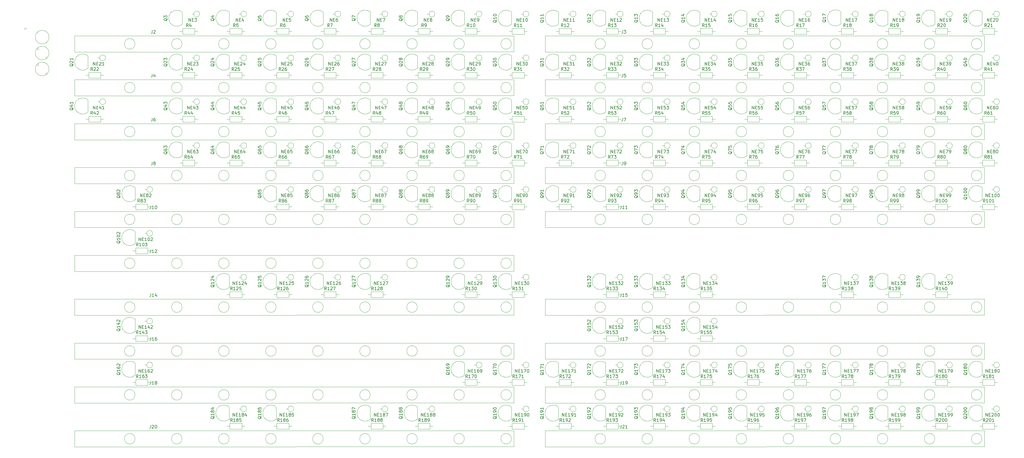
<source format=gbr>
G04 #@! TF.GenerationSoftware,KiCad,Pcbnew,(5.0.0)*
G04 #@! TF.CreationDate,2019-07-24T13:19:38+01:00*
G04 #@! TF.ProjectId,Display,446973706C61792E6B696361645F7063,rev?*
G04 #@! TF.SameCoordinates,Original*
G04 #@! TF.FileFunction,Legend,Top*
G04 #@! TF.FilePolarity,Positive*
%FSLAX46Y46*%
G04 Gerber Fmt 4.6, Leading zero omitted, Abs format (unit mm)*
G04 Created by KiCad (PCBNEW (5.0.0)) date 07/24/19 13:19:38*
%MOMM*%
%LPD*%
G01*
G04 APERTURE LIST*
%ADD10C,0.120000*%
%ADD11C,0.150000*%
G04 APERTURE END LIST*
D10*
G04 #@! TO.C,J12*
X217500000Y-114460000D02*
X217500000Y-119540000D01*
X77460000Y-114460000D02*
X77460000Y-119540000D01*
X77460000Y-114460000D02*
X217500000Y-114460000D01*
X77440000Y-119600000D02*
X217500000Y-119540000D01*
X216680000Y-117000000D02*
G75*
G03X216680000Y-117000000I-1680000J0D01*
G01*
X201680000Y-117000000D02*
G75*
G03X201680000Y-117000000I-1680000J0D01*
G01*
X186680000Y-117000000D02*
G75*
G03X186680000Y-117000000I-1680000J0D01*
G01*
X171680000Y-117000000D02*
G75*
G03X171680000Y-117000000I-1680000J0D01*
G01*
X156680000Y-117000000D02*
G75*
G03X156680000Y-117000000I-1680000J0D01*
G01*
X141680000Y-117000000D02*
G75*
G03X141680000Y-117000000I-1680000J0D01*
G01*
X126680000Y-117000000D02*
G75*
G03X126680000Y-117000000I-1680000J0D01*
G01*
X111680000Y-117000000D02*
G75*
G03X111680000Y-117000000I-1680000J0D01*
G01*
X96680000Y-117000000D02*
G75*
G03X96680000Y-117000000I-1680000J0D01*
G01*
G04 #@! TO.C,J8*
X217500000Y-86460000D02*
X217500000Y-91540000D01*
X77460000Y-86460000D02*
X77460000Y-91540000D01*
X77460000Y-86460000D02*
X217500000Y-86460000D01*
X77440000Y-91600000D02*
X217500000Y-91540000D01*
X216680000Y-89000000D02*
G75*
G03X216680000Y-89000000I-1680000J0D01*
G01*
X201680000Y-89000000D02*
G75*
G03X201680000Y-89000000I-1680000J0D01*
G01*
X186680000Y-89000000D02*
G75*
G03X186680000Y-89000000I-1680000J0D01*
G01*
X171680000Y-89000000D02*
G75*
G03X171680000Y-89000000I-1680000J0D01*
G01*
X156680000Y-89000000D02*
G75*
G03X156680000Y-89000000I-1680000J0D01*
G01*
X141680000Y-89000000D02*
G75*
G03X141680000Y-89000000I-1680000J0D01*
G01*
X126680000Y-89000000D02*
G75*
G03X126680000Y-89000000I-1680000J0D01*
G01*
X111680000Y-89000000D02*
G75*
G03X111680000Y-89000000I-1680000J0D01*
G01*
X96680000Y-89000000D02*
G75*
G03X96680000Y-89000000I-1680000J0D01*
G01*
G04 #@! TO.C,Q194*
X276690122Y-162861389D02*
G75*
G03X276700000Y-166750000I-1690122J-1948611D01*
G01*
X276700000Y-166750000D02*
X276700000Y-162900000D01*
G04 #@! TO.C,Q193*
X261690122Y-162861389D02*
G75*
G03X261700000Y-166750000I-1690122J-1948611D01*
G01*
X261700000Y-166750000D02*
X261700000Y-162900000D01*
G04 #@! TO.C,Q192*
X246690122Y-162861389D02*
G75*
G03X246700000Y-166750000I-1690122J-1948611D01*
G01*
X246700000Y-166750000D02*
X246700000Y-162900000D01*
G04 #@! TO.C,Q191*
X231690122Y-162861389D02*
G75*
G03X231700000Y-166750000I-1690122J-1948611D01*
G01*
X231700000Y-166750000D02*
X231700000Y-162900000D01*
G04 #@! TO.C,Q197*
X321690122Y-162861389D02*
G75*
G03X321700000Y-166750000I-1690122J-1948611D01*
G01*
X321700000Y-166750000D02*
X321700000Y-162900000D01*
G04 #@! TO.C,Q187*
X171690122Y-162861389D02*
G75*
G03X171700000Y-166750000I-1690122J-1948611D01*
G01*
X171700000Y-166750000D02*
X171700000Y-162900000D01*
G04 #@! TO.C,Q198*
X336690122Y-162861389D02*
G75*
G03X336700000Y-166750000I-1690122J-1948611D01*
G01*
X336700000Y-166750000D02*
X336700000Y-162900000D01*
G04 #@! TO.C,Q200*
X366690122Y-162861389D02*
G75*
G03X366700000Y-166750000I-1690122J-1948611D01*
G01*
X366700000Y-166750000D02*
X366700000Y-162900000D01*
G04 #@! TO.C,Q188*
X186690122Y-162861389D02*
G75*
G03X186700000Y-166750000I-1690122J-1948611D01*
G01*
X186700000Y-166750000D02*
X186700000Y-162900000D01*
G04 #@! TO.C,Q195*
X291690122Y-162861389D02*
G75*
G03X291700000Y-166750000I-1690122J-1948611D01*
G01*
X291700000Y-166750000D02*
X291700000Y-162900000D01*
G04 #@! TO.C,Q184*
X126690122Y-162861389D02*
G75*
G03X126700000Y-166750000I-1690122J-1948611D01*
G01*
X126700000Y-166750000D02*
X126700000Y-162900000D01*
G04 #@! TO.C,Q196*
X306690122Y-162861389D02*
G75*
G03X306700000Y-166750000I-1690122J-1948611D01*
G01*
X306700000Y-166750000D02*
X306700000Y-162900000D01*
G04 #@! TO.C,Q185*
X141690122Y-162861389D02*
G75*
G03X141700000Y-166750000I-1690122J-1948611D01*
G01*
X141700000Y-166750000D02*
X141700000Y-162900000D01*
G04 #@! TO.C,Q190*
X216690122Y-162861389D02*
G75*
G03X216700000Y-166750000I-1690122J-1948611D01*
G01*
X216700000Y-166750000D02*
X216700000Y-162900000D01*
G04 #@! TO.C,Q199*
X351690122Y-162861389D02*
G75*
G03X351700000Y-166750000I-1690122J-1948611D01*
G01*
X351700000Y-166750000D02*
X351700000Y-162900000D01*
G04 #@! TO.C,Q171*
X231690122Y-148861389D02*
G75*
G03X231700000Y-152750000I-1690122J-1948611D01*
G01*
X231700000Y-152750000D02*
X231700000Y-148900000D01*
G04 #@! TO.C,Q172*
X246690122Y-148861389D02*
G75*
G03X246700000Y-152750000I-1690122J-1948611D01*
G01*
X246700000Y-152750000D02*
X246700000Y-148900000D01*
G04 #@! TO.C,Q174*
X276690122Y-148861389D02*
G75*
G03X276700000Y-152750000I-1690122J-1948611D01*
G01*
X276700000Y-152750000D02*
X276700000Y-148900000D01*
G04 #@! TO.C,Q173*
X261690122Y-148861389D02*
G75*
G03X261700000Y-152750000I-1690122J-1948611D01*
G01*
X261700000Y-152750000D02*
X261700000Y-148900000D01*
G04 #@! TO.C,Q176*
X306690122Y-148861389D02*
G75*
G03X306700000Y-152750000I-1690122J-1948611D01*
G01*
X306700000Y-152750000D02*
X306700000Y-148900000D01*
G04 #@! TO.C,Q175*
X291690122Y-148861389D02*
G75*
G03X291700000Y-152750000I-1690122J-1948611D01*
G01*
X291700000Y-152750000D02*
X291700000Y-148900000D01*
G04 #@! TO.C,Q170*
X216690122Y-148861389D02*
G75*
G03X216700000Y-152750000I-1690122J-1948611D01*
G01*
X216700000Y-152750000D02*
X216700000Y-148900000D01*
G04 #@! TO.C,Q179*
X351690122Y-148861389D02*
G75*
G03X351700000Y-152750000I-1690122J-1948611D01*
G01*
X351700000Y-152750000D02*
X351700000Y-148900000D01*
G04 #@! TO.C,Q162*
X96690122Y-148861389D02*
G75*
G03X96700000Y-152750000I-1690122J-1948611D01*
G01*
X96700000Y-152750000D02*
X96700000Y-148900000D01*
G04 #@! TO.C,Q169*
X201690122Y-148861389D02*
G75*
G03X201700000Y-152750000I-1690122J-1948611D01*
G01*
X201700000Y-152750000D02*
X201700000Y-148900000D01*
G04 #@! TO.C,Q180*
X366690122Y-148861389D02*
G75*
G03X366700000Y-152750000I-1690122J-1948611D01*
G01*
X366700000Y-152750000D02*
X366700000Y-148900000D01*
G04 #@! TO.C,Q178*
X336690122Y-148861389D02*
G75*
G03X336700000Y-152750000I-1690122J-1948611D01*
G01*
X336700000Y-152750000D02*
X336700000Y-148900000D01*
G04 #@! TO.C,Q177*
X321690122Y-148861389D02*
G75*
G03X321700000Y-152750000I-1690122J-1948611D01*
G01*
X321700000Y-152750000D02*
X321700000Y-148900000D01*
G04 #@! TO.C,Q153*
X261690122Y-134861389D02*
G75*
G03X261700000Y-138750000I-1690122J-1948611D01*
G01*
X261700000Y-138750000D02*
X261700000Y-134900000D01*
G04 #@! TO.C,Q154*
X276690122Y-134861389D02*
G75*
G03X276700000Y-138750000I-1690122J-1948611D01*
G01*
X276700000Y-138750000D02*
X276700000Y-134900000D01*
G04 #@! TO.C,Q152*
X246690122Y-134861389D02*
G75*
G03X246700000Y-138750000I-1690122J-1948611D01*
G01*
X246700000Y-138750000D02*
X246700000Y-134900000D01*
G04 #@! TO.C,Q142*
X96690122Y-134861389D02*
G75*
G03X96700000Y-138750000I-1690122J-1948611D01*
G01*
X96700000Y-138750000D02*
X96700000Y-134900000D01*
G04 #@! TO.C,Q133*
X261690122Y-120861389D02*
G75*
G03X261700000Y-124750000I-1690122J-1948611D01*
G01*
X261700000Y-124750000D02*
X261700000Y-120900000D01*
G04 #@! TO.C,Q134*
X276690122Y-120861389D02*
G75*
G03X276700000Y-124750000I-1690122J-1948611D01*
G01*
X276700000Y-124750000D02*
X276700000Y-120900000D01*
G04 #@! TO.C,Q132*
X246690122Y-120861389D02*
G75*
G03X246700000Y-124750000I-1690122J-1948611D01*
G01*
X246700000Y-124750000D02*
X246700000Y-120900000D01*
G04 #@! TO.C,Q125*
X141690122Y-120861389D02*
G75*
G03X141700000Y-124750000I-1690122J-1948611D01*
G01*
X141700000Y-124750000D02*
X141700000Y-120900000D01*
G04 #@! TO.C,Q124*
X126690122Y-120861389D02*
G75*
G03X126700000Y-124750000I-1690122J-1948611D01*
G01*
X126700000Y-124750000D02*
X126700000Y-120900000D01*
G04 #@! TO.C,Q138*
X336690122Y-120861389D02*
G75*
G03X336700000Y-124750000I-1690122J-1948611D01*
G01*
X336700000Y-124750000D02*
X336700000Y-120900000D01*
G04 #@! TO.C,Q137*
X321690122Y-120861389D02*
G75*
G03X321700000Y-124750000I-1690122J-1948611D01*
G01*
X321700000Y-124750000D02*
X321700000Y-120900000D01*
G04 #@! TO.C,Q139*
X351690122Y-120861389D02*
G75*
G03X351700000Y-124750000I-1690122J-1948611D01*
G01*
X351700000Y-124750000D02*
X351700000Y-120900000D01*
G04 #@! TO.C,Q126*
X156690122Y-120861389D02*
G75*
G03X156700000Y-124750000I-1690122J-1948611D01*
G01*
X156700000Y-124750000D02*
X156700000Y-120900000D01*
G04 #@! TO.C,Q127*
X171690122Y-120861389D02*
G75*
G03X171700000Y-124750000I-1690122J-1948611D01*
G01*
X171700000Y-124750000D02*
X171700000Y-120900000D01*
G04 #@! TO.C,Q130*
X216690122Y-120861389D02*
G75*
G03X216700000Y-124750000I-1690122J-1948611D01*
G01*
X216700000Y-124750000D02*
X216700000Y-120900000D01*
G04 #@! TO.C,Q129*
X201690122Y-120861389D02*
G75*
G03X201700000Y-124750000I-1690122J-1948611D01*
G01*
X201700000Y-124750000D02*
X201700000Y-120900000D01*
G04 #@! TO.C,Q102*
X96690122Y-106861389D02*
G75*
G03X96700000Y-110750000I-1690122J-1948611D01*
G01*
X96700000Y-110750000D02*
X96700000Y-106900000D01*
G04 #@! TO.C,Q100*
X366690122Y-92861389D02*
G75*
G03X366700000Y-96750000I-1690122J-1948611D01*
G01*
X366700000Y-96750000D02*
X366700000Y-92900000D01*
G04 #@! TO.C,Q98*
X336690122Y-92861389D02*
G75*
G03X336700000Y-96750000I-1690122J-1948611D01*
G01*
X336700000Y-96750000D02*
X336700000Y-92900000D01*
G04 #@! TO.C,Q99*
X351690122Y-92861389D02*
G75*
G03X351700000Y-96750000I-1690122J-1948611D01*
G01*
X351700000Y-96750000D02*
X351700000Y-92900000D01*
G04 #@! TO.C,Q97*
X321690122Y-92861389D02*
G75*
G03X321700000Y-96750000I-1690122J-1948611D01*
G01*
X321700000Y-96750000D02*
X321700000Y-92900000D01*
G04 #@! TO.C,Q95*
X291690122Y-92861389D02*
G75*
G03X291700000Y-96750000I-1690122J-1948611D01*
G01*
X291700000Y-96750000D02*
X291700000Y-92900000D01*
G04 #@! TO.C,Q94*
X276690122Y-92861389D02*
G75*
G03X276700000Y-96750000I-1690122J-1948611D01*
G01*
X276700000Y-96750000D02*
X276700000Y-92900000D01*
G04 #@! TO.C,Q93*
X261690122Y-92861389D02*
G75*
G03X261700000Y-96750000I-1690122J-1948611D01*
G01*
X261700000Y-96750000D02*
X261700000Y-92900000D01*
G04 #@! TO.C,Q96*
X306690122Y-92861389D02*
G75*
G03X306700000Y-96750000I-1690122J-1948611D01*
G01*
X306700000Y-96750000D02*
X306700000Y-92900000D01*
G04 #@! TO.C,Q91*
X231690122Y-92861389D02*
G75*
G03X231700000Y-96750000I-1690122J-1948611D01*
G01*
X231700000Y-96750000D02*
X231700000Y-92900000D01*
G04 #@! TO.C,Q92*
X246690122Y-92861389D02*
G75*
G03X246700000Y-96750000I-1690122J-1948611D01*
G01*
X246700000Y-96750000D02*
X246700000Y-92900000D01*
G04 #@! TO.C,Q86*
X156690122Y-92861389D02*
G75*
G03X156700000Y-96750000I-1690122J-1948611D01*
G01*
X156700000Y-96750000D02*
X156700000Y-92900000D01*
G04 #@! TO.C,Q89*
X201690122Y-92861389D02*
G75*
G03X201700000Y-96750000I-1690122J-1948611D01*
G01*
X201700000Y-96750000D02*
X201700000Y-92900000D01*
G04 #@! TO.C,Q87*
X171690122Y-92861389D02*
G75*
G03X171700000Y-96750000I-1690122J-1948611D01*
G01*
X171700000Y-96750000D02*
X171700000Y-92900000D01*
G04 #@! TO.C,Q82*
X96690122Y-92861389D02*
G75*
G03X96700000Y-96750000I-1690122J-1948611D01*
G01*
X96700000Y-96750000D02*
X96700000Y-92900000D01*
G04 #@! TO.C,Q88*
X186690122Y-92861389D02*
G75*
G03X186700000Y-96750000I-1690122J-1948611D01*
G01*
X186700000Y-96750000D02*
X186700000Y-92900000D01*
G04 #@! TO.C,Q90*
X216690122Y-92861389D02*
G75*
G03X216700000Y-96750000I-1690122J-1948611D01*
G01*
X216700000Y-96750000D02*
X216700000Y-92900000D01*
G04 #@! TO.C,Q85*
X141690122Y-92861389D02*
G75*
G03X141700000Y-96750000I-1690122J-1948611D01*
G01*
X141700000Y-96750000D02*
X141700000Y-92900000D01*
G04 #@! TO.C,Q75*
X291690122Y-78861389D02*
G75*
G03X291700000Y-82750000I-1690122J-1948611D01*
G01*
X291700000Y-82750000D02*
X291700000Y-78900000D01*
G04 #@! TO.C,Q77*
X321690122Y-78861389D02*
G75*
G03X321700000Y-82750000I-1690122J-1948611D01*
G01*
X321700000Y-82750000D02*
X321700000Y-78900000D01*
G04 #@! TO.C,Q80*
X366690122Y-78861389D02*
G75*
G03X366700000Y-82750000I-1690122J-1948611D01*
G01*
X366700000Y-82750000D02*
X366700000Y-78900000D01*
G04 #@! TO.C,Q79*
X351690122Y-78861389D02*
G75*
G03X351700000Y-82750000I-1690122J-1948611D01*
G01*
X351700000Y-82750000D02*
X351700000Y-78900000D01*
G04 #@! TO.C,Q78*
X336690122Y-78861389D02*
G75*
G03X336700000Y-82750000I-1690122J-1948611D01*
G01*
X336700000Y-82750000D02*
X336700000Y-78900000D01*
G04 #@! TO.C,Q76*
X306690122Y-78861389D02*
G75*
G03X306700000Y-82750000I-1690122J-1948611D01*
G01*
X306700000Y-82750000D02*
X306700000Y-78900000D01*
G04 #@! TO.C,Q74*
X276690122Y-78861389D02*
G75*
G03X276700000Y-82750000I-1690122J-1948611D01*
G01*
X276700000Y-82750000D02*
X276700000Y-78900000D01*
G04 #@! TO.C,Q73*
X261690122Y-78861389D02*
G75*
G03X261700000Y-82750000I-1690122J-1948611D01*
G01*
X261700000Y-82750000D02*
X261700000Y-78900000D01*
G04 #@! TO.C,Q72*
X246690122Y-78861389D02*
G75*
G03X246700000Y-82750000I-1690122J-1948611D01*
G01*
X246700000Y-82750000D02*
X246700000Y-78900000D01*
G04 #@! TO.C,Q71*
X231690122Y-78861389D02*
G75*
G03X231700000Y-82750000I-1690122J-1948611D01*
G01*
X231700000Y-82750000D02*
X231700000Y-78900000D01*
G04 #@! TO.C,Q66*
X156690122Y-78861389D02*
G75*
G03X156700000Y-82750000I-1690122J-1948611D01*
G01*
X156700000Y-82750000D02*
X156700000Y-78900000D01*
G04 #@! TO.C,Q67*
X171690122Y-78861389D02*
G75*
G03X171700000Y-82750000I-1690122J-1948611D01*
G01*
X171700000Y-82750000D02*
X171700000Y-78900000D01*
G04 #@! TO.C,Q69*
X201690122Y-78861389D02*
G75*
G03X201700000Y-82750000I-1690122J-1948611D01*
G01*
X201700000Y-82750000D02*
X201700000Y-78900000D01*
G04 #@! TO.C,Q70*
X216690122Y-78861389D02*
G75*
G03X216700000Y-82750000I-1690122J-1948611D01*
G01*
X216700000Y-82750000D02*
X216700000Y-78900000D01*
G04 #@! TO.C,Q64*
X126690122Y-78861389D02*
G75*
G03X126700000Y-82750000I-1690122J-1948611D01*
G01*
X126700000Y-82750000D02*
X126700000Y-78900000D01*
G04 #@! TO.C,Q63*
X111690122Y-78861389D02*
G75*
G03X111700000Y-82750000I-1690122J-1948611D01*
G01*
X111700000Y-82750000D02*
X111700000Y-78900000D01*
G04 #@! TO.C,Q68*
X186690122Y-78861389D02*
G75*
G03X186700000Y-82750000I-1690122J-1948611D01*
G01*
X186700000Y-82750000D02*
X186700000Y-78900000D01*
G04 #@! TO.C,Q65*
X141690122Y-78861389D02*
G75*
G03X141700000Y-82750000I-1690122J-1948611D01*
G01*
X141700000Y-82750000D02*
X141700000Y-78900000D01*
G04 #@! TO.C,Q3*
X111690122Y-36861389D02*
G75*
G03X111700000Y-40750000I-1690122J-1948611D01*
G01*
X111700000Y-40750000D02*
X111700000Y-36900000D01*
G04 #@! TO.C,Q4*
X126690122Y-36861389D02*
G75*
G03X126700000Y-40750000I-1690122J-1948611D01*
G01*
X126700000Y-40750000D02*
X126700000Y-36900000D01*
G04 #@! TO.C,Q5*
X141690122Y-36861389D02*
G75*
G03X141700000Y-40750000I-1690122J-1948611D01*
G01*
X141700000Y-40750000D02*
X141700000Y-36900000D01*
G04 #@! TO.C,Q6*
X156690122Y-36861389D02*
G75*
G03X156700000Y-40750000I-1690122J-1948611D01*
G01*
X156700000Y-40750000D02*
X156700000Y-36900000D01*
G04 #@! TO.C,Q7*
X171690122Y-36861389D02*
G75*
G03X171700000Y-40750000I-1690122J-1948611D01*
G01*
X171700000Y-40750000D02*
X171700000Y-36900000D01*
G04 #@! TO.C,Q8*
X186690122Y-36861389D02*
G75*
G03X186700000Y-40750000I-1690122J-1948611D01*
G01*
X186700000Y-40750000D02*
X186700000Y-36900000D01*
G04 #@! TO.C,Q9*
X201690122Y-36861389D02*
G75*
G03X201700000Y-40750000I-1690122J-1948611D01*
G01*
X201700000Y-40750000D02*
X201700000Y-36900000D01*
G04 #@! TO.C,Q10*
X216690122Y-36861389D02*
G75*
G03X216700000Y-40750000I-1690122J-1948611D01*
G01*
X216700000Y-40750000D02*
X216700000Y-36900000D01*
G04 #@! TO.C,Q11*
X231690122Y-36861389D02*
G75*
G03X231700000Y-40750000I-1690122J-1948611D01*
G01*
X231700000Y-40750000D02*
X231700000Y-36900000D01*
G04 #@! TO.C,Q12*
X246690122Y-36861389D02*
G75*
G03X246700000Y-40750000I-1690122J-1948611D01*
G01*
X246700000Y-40750000D02*
X246700000Y-36900000D01*
G04 #@! TO.C,Q13*
X261690122Y-36861389D02*
G75*
G03X261700000Y-40750000I-1690122J-1948611D01*
G01*
X261700000Y-40750000D02*
X261700000Y-36900000D01*
G04 #@! TO.C,Q14*
X276690122Y-36861389D02*
G75*
G03X276700000Y-40750000I-1690122J-1948611D01*
G01*
X276700000Y-40750000D02*
X276700000Y-36900000D01*
G04 #@! TO.C,Q15*
X291690122Y-36861389D02*
G75*
G03X291700000Y-40750000I-1690122J-1948611D01*
G01*
X291700000Y-40750000D02*
X291700000Y-36900000D01*
G04 #@! TO.C,Q16*
X306690122Y-36861389D02*
G75*
G03X306700000Y-40750000I-1690122J-1948611D01*
G01*
X306700000Y-40750000D02*
X306700000Y-36900000D01*
G04 #@! TO.C,Q17*
X321690122Y-36759789D02*
G75*
G03X321700000Y-40648400I-1690122J-1948611D01*
G01*
X321700000Y-40648400D02*
X321700000Y-36798400D01*
G04 #@! TO.C,Q18*
X336690122Y-36861389D02*
G75*
G03X336700000Y-40750000I-1690122J-1948611D01*
G01*
X336700000Y-40750000D02*
X336700000Y-36900000D01*
G04 #@! TO.C,Q19*
X351690122Y-36861389D02*
G75*
G03X351700000Y-40750000I-1690122J-1948611D01*
G01*
X351700000Y-40750000D02*
X351700000Y-36900000D01*
G04 #@! TO.C,Q20*
X366690122Y-36861389D02*
G75*
G03X366700000Y-40750000I-1690122J-1948611D01*
G01*
X366700000Y-40750000D02*
X366700000Y-36900000D01*
G04 #@! TO.C,Q21*
X81690122Y-50861389D02*
G75*
G03X81700000Y-54750000I-1690122J-1948611D01*
G01*
X81700000Y-54750000D02*
X81700000Y-50900000D01*
G04 #@! TO.C,Q23*
X111690122Y-50861389D02*
G75*
G03X111700000Y-54750000I-1690122J-1948611D01*
G01*
X111700000Y-54750000D02*
X111700000Y-50900000D01*
G04 #@! TO.C,Q24*
X126690122Y-50861389D02*
G75*
G03X126700000Y-54750000I-1690122J-1948611D01*
G01*
X126700000Y-54750000D02*
X126700000Y-50900000D01*
G04 #@! TO.C,Q25*
X141690122Y-50861389D02*
G75*
G03X141700000Y-54750000I-1690122J-1948611D01*
G01*
X141700000Y-54750000D02*
X141700000Y-50900000D01*
G04 #@! TO.C,Q26*
X156690122Y-50861389D02*
G75*
G03X156700000Y-54750000I-1690122J-1948611D01*
G01*
X156700000Y-54750000D02*
X156700000Y-50900000D01*
G04 #@! TO.C,Q27*
X171690122Y-50861389D02*
G75*
G03X171700000Y-54750000I-1690122J-1948611D01*
G01*
X171700000Y-54750000D02*
X171700000Y-50900000D01*
G04 #@! TO.C,Q28*
X186690122Y-50861389D02*
G75*
G03X186700000Y-54750000I-1690122J-1948611D01*
G01*
X186700000Y-54750000D02*
X186700000Y-50900000D01*
G04 #@! TO.C,Q29*
X201690122Y-50861389D02*
G75*
G03X201700000Y-54750000I-1690122J-1948611D01*
G01*
X201700000Y-54750000D02*
X201700000Y-50900000D01*
G04 #@! TO.C,Q30*
X216690122Y-50861389D02*
G75*
G03X216700000Y-54750000I-1690122J-1948611D01*
G01*
X216700000Y-54750000D02*
X216700000Y-50900000D01*
G04 #@! TO.C,Q31*
X231690122Y-50861389D02*
G75*
G03X231700000Y-54750000I-1690122J-1948611D01*
G01*
X231700000Y-54750000D02*
X231700000Y-50900000D01*
G04 #@! TO.C,Q32*
X246690122Y-50861389D02*
G75*
G03X246700000Y-54750000I-1690122J-1948611D01*
G01*
X246700000Y-54750000D02*
X246700000Y-50900000D01*
G04 #@! TO.C,Q33*
X261690122Y-50861389D02*
G75*
G03X261700000Y-54750000I-1690122J-1948611D01*
G01*
X261700000Y-54750000D02*
X261700000Y-50900000D01*
G04 #@! TO.C,Q34*
X276690122Y-50861389D02*
G75*
G03X276700000Y-54750000I-1690122J-1948611D01*
G01*
X276700000Y-54750000D02*
X276700000Y-50900000D01*
G04 #@! TO.C,Q35*
X291690122Y-50861389D02*
G75*
G03X291700000Y-54750000I-1690122J-1948611D01*
G01*
X291700000Y-54750000D02*
X291700000Y-50900000D01*
G04 #@! TO.C,Q36*
X306690122Y-50861389D02*
G75*
G03X306700000Y-54750000I-1690122J-1948611D01*
G01*
X306700000Y-54750000D02*
X306700000Y-50900000D01*
G04 #@! TO.C,Q37*
X321690122Y-50861389D02*
G75*
G03X321700000Y-54750000I-1690122J-1948611D01*
G01*
X321700000Y-54750000D02*
X321700000Y-50900000D01*
G04 #@! TO.C,Q38*
X336690122Y-50861389D02*
G75*
G03X336700000Y-54750000I-1690122J-1948611D01*
G01*
X336700000Y-54750000D02*
X336700000Y-50900000D01*
G04 #@! TO.C,Q39*
X351690122Y-50861389D02*
G75*
G03X351700000Y-54750000I-1690122J-1948611D01*
G01*
X351700000Y-54750000D02*
X351700000Y-50900000D01*
G04 #@! TO.C,Q40*
X366690122Y-50861389D02*
G75*
G03X366700000Y-54750000I-1690122J-1948611D01*
G01*
X366700000Y-54750000D02*
X366700000Y-50900000D01*
G04 #@! TO.C,Q41*
X81690122Y-64861389D02*
G75*
G03X81700000Y-68750000I-1690122J-1948611D01*
G01*
X81700000Y-68750000D02*
X81700000Y-64900000D01*
G04 #@! TO.C,Q43*
X111690122Y-64861389D02*
G75*
G03X111700000Y-68750000I-1690122J-1948611D01*
G01*
X111700000Y-68750000D02*
X111700000Y-64900000D01*
G04 #@! TO.C,Q44*
X126690122Y-64861389D02*
G75*
G03X126700000Y-68750000I-1690122J-1948611D01*
G01*
X126700000Y-68750000D02*
X126700000Y-64900000D01*
G04 #@! TO.C,Q45*
X141690122Y-64861389D02*
G75*
G03X141700000Y-68750000I-1690122J-1948611D01*
G01*
X141700000Y-68750000D02*
X141700000Y-64900000D01*
G04 #@! TO.C,Q46*
X156690122Y-64861389D02*
G75*
G03X156700000Y-68750000I-1690122J-1948611D01*
G01*
X156700000Y-68750000D02*
X156700000Y-64900000D01*
G04 #@! TO.C,Q47*
X171690122Y-64861389D02*
G75*
G03X171700000Y-68750000I-1690122J-1948611D01*
G01*
X171700000Y-68750000D02*
X171700000Y-64900000D01*
G04 #@! TO.C,Q48*
X186690122Y-64861389D02*
G75*
G03X186700000Y-68750000I-1690122J-1948611D01*
G01*
X186700000Y-68750000D02*
X186700000Y-64900000D01*
G04 #@! TO.C,Q49*
X201690122Y-64861389D02*
G75*
G03X201700000Y-68750000I-1690122J-1948611D01*
G01*
X201700000Y-68750000D02*
X201700000Y-64900000D01*
G04 #@! TO.C,Q50*
X216690122Y-64861389D02*
G75*
G03X216700000Y-68750000I-1690122J-1948611D01*
G01*
X216700000Y-68750000D02*
X216700000Y-64900000D01*
G04 #@! TO.C,Q51*
X231690122Y-64861389D02*
G75*
G03X231700000Y-68750000I-1690122J-1948611D01*
G01*
X231700000Y-68750000D02*
X231700000Y-64900000D01*
G04 #@! TO.C,Q52*
X246690122Y-64861389D02*
G75*
G03X246700000Y-68750000I-1690122J-1948611D01*
G01*
X246700000Y-68750000D02*
X246700000Y-64900000D01*
G04 #@! TO.C,Q53*
X261690122Y-64861389D02*
G75*
G03X261700000Y-68750000I-1690122J-1948611D01*
G01*
X261700000Y-68750000D02*
X261700000Y-64900000D01*
G04 #@! TO.C,Q54*
X276690122Y-64861389D02*
G75*
G03X276700000Y-68750000I-1690122J-1948611D01*
G01*
X276700000Y-68750000D02*
X276700000Y-64900000D01*
G04 #@! TO.C,Q55*
X291690122Y-64861389D02*
G75*
G03X291700000Y-68750000I-1690122J-1948611D01*
G01*
X291700000Y-68750000D02*
X291700000Y-64900000D01*
G04 #@! TO.C,Q56*
X306690122Y-64861389D02*
G75*
G03X306700000Y-68750000I-1690122J-1948611D01*
G01*
X306700000Y-68750000D02*
X306700000Y-64900000D01*
G04 #@! TO.C,Q57*
X321690122Y-64861389D02*
G75*
G03X321700000Y-68750000I-1690122J-1948611D01*
G01*
X321700000Y-68750000D02*
X321700000Y-64900000D01*
G04 #@! TO.C,Q58*
X336690122Y-64861389D02*
G75*
G03X336700000Y-68750000I-1690122J-1948611D01*
G01*
X336700000Y-68750000D02*
X336700000Y-64900000D01*
G04 #@! TO.C,Q59*
X351690122Y-64861389D02*
G75*
G03X351700000Y-68750000I-1690122J-1948611D01*
G01*
X351700000Y-68750000D02*
X351700000Y-64900000D01*
G04 #@! TO.C,Q60*
X366690122Y-64861389D02*
G75*
G03X366700000Y-68750000I-1690122J-1948611D01*
G01*
X366700000Y-68750000D02*
X366700000Y-64900000D01*
G04 #@! TO.C,NE195*
X297270000Y-163460000D02*
G75*
G03X297270000Y-163460000I-920000J0D01*
G01*
X295430000Y-163460000D02*
X294810000Y-163460000D01*
G04 #@! TO.C,NE197*
X327270000Y-163460000D02*
G75*
G03X327270000Y-163460000I-920000J0D01*
G01*
X325430000Y-163460000D02*
X324810000Y-163460000D01*
G04 #@! TO.C,R194*
X261890000Y-168080000D02*
X261890000Y-169920000D01*
X261890000Y-169920000D02*
X265730000Y-169920000D01*
X265730000Y-169920000D02*
X265730000Y-168080000D01*
X265730000Y-168080000D02*
X261890000Y-168080000D01*
X260940000Y-169000000D02*
X261890000Y-169000000D01*
X266680000Y-169000000D02*
X265730000Y-169000000D01*
G04 #@! TO.C,NE196*
X310430000Y-163460000D02*
X309810000Y-163460000D01*
X312270000Y-163460000D02*
G75*
G03X312270000Y-163460000I-920000J0D01*
G01*
G04 #@! TO.C,R201*
X371680000Y-169000000D02*
X370730000Y-169000000D01*
X365940000Y-169000000D02*
X366890000Y-169000000D01*
X370730000Y-168080000D02*
X366890000Y-168080000D01*
X370730000Y-169920000D02*
X370730000Y-168080000D01*
X366890000Y-169920000D02*
X370730000Y-169920000D01*
X366890000Y-168080000D02*
X366890000Y-169920000D01*
G04 #@! TO.C,R195*
X281680000Y-169000000D02*
X280730000Y-169000000D01*
X275940000Y-169000000D02*
X276890000Y-169000000D01*
X280730000Y-168080000D02*
X276890000Y-168080000D01*
X280730000Y-169920000D02*
X280730000Y-168080000D01*
X276890000Y-169920000D02*
X280730000Y-169920000D01*
X276890000Y-168080000D02*
X276890000Y-169920000D01*
G04 #@! TO.C,J21*
X367500000Y-170460000D02*
X367500000Y-175540000D01*
X227460000Y-170460000D02*
X227460000Y-175540000D01*
X227460000Y-170460000D02*
X367500000Y-170460000D01*
X227440000Y-175600000D02*
X367500000Y-175540000D01*
X366680000Y-173000000D02*
G75*
G03X366680000Y-173000000I-1680000J0D01*
G01*
X351680000Y-173000000D02*
G75*
G03X351680000Y-173000000I-1680000J0D01*
G01*
X336680000Y-173000000D02*
G75*
G03X336680000Y-173000000I-1680000J0D01*
G01*
X321680000Y-173000000D02*
G75*
G03X321680000Y-173000000I-1680000J0D01*
G01*
X306680000Y-173000000D02*
G75*
G03X306680000Y-173000000I-1680000J0D01*
G01*
X291680000Y-173000000D02*
G75*
G03X291680000Y-173000000I-1680000J0D01*
G01*
X276680000Y-173000000D02*
G75*
G03X276680000Y-173000000I-1680000J0D01*
G01*
X261680000Y-173000000D02*
G75*
G03X261680000Y-173000000I-1680000J0D01*
G01*
X246680000Y-173000000D02*
G75*
G03X246680000Y-173000000I-1680000J0D01*
G01*
G04 #@! TO.C,NE192*
X250430000Y-163460000D02*
X249810000Y-163460000D01*
X252270000Y-163460000D02*
G75*
G03X252270000Y-163460000I-920000J0D01*
G01*
G04 #@! TO.C,NE194*
X280430000Y-163460000D02*
X279810000Y-163460000D01*
X282270000Y-163460000D02*
G75*
G03X282270000Y-163460000I-920000J0D01*
G01*
G04 #@! TO.C,R185*
X126890000Y-168080000D02*
X126890000Y-169920000D01*
X126890000Y-169920000D02*
X130730000Y-169920000D01*
X130730000Y-169920000D02*
X130730000Y-168080000D01*
X130730000Y-168080000D02*
X126890000Y-168080000D01*
X125940000Y-169000000D02*
X126890000Y-169000000D01*
X131680000Y-169000000D02*
X130730000Y-169000000D01*
G04 #@! TO.C,NE187*
X175430000Y-163460000D02*
X174810000Y-163460000D01*
X177270000Y-163460000D02*
G75*
G03X177270000Y-163460000I-920000J0D01*
G01*
G04 #@! TO.C,R189*
X186890000Y-168080000D02*
X186890000Y-169920000D01*
X186890000Y-169920000D02*
X190730000Y-169920000D01*
X190730000Y-169920000D02*
X190730000Y-168080000D01*
X190730000Y-168080000D02*
X186890000Y-168080000D01*
X185940000Y-169000000D02*
X186890000Y-169000000D01*
X191680000Y-169000000D02*
X190730000Y-169000000D01*
G04 #@! TO.C,NE198*
X340430000Y-163460000D02*
X339810000Y-163460000D01*
X342270000Y-163460000D02*
G75*
G03X342270000Y-163460000I-920000J0D01*
G01*
G04 #@! TO.C,NE199*
X357270000Y-163460000D02*
G75*
G03X357270000Y-163460000I-920000J0D01*
G01*
X355430000Y-163460000D02*
X354810000Y-163460000D01*
G04 #@! TO.C,R192*
X231890000Y-168080000D02*
X231890000Y-169920000D01*
X231890000Y-169920000D02*
X235730000Y-169920000D01*
X235730000Y-169920000D02*
X235730000Y-168080000D01*
X235730000Y-168080000D02*
X231890000Y-168080000D01*
X230940000Y-169000000D02*
X231890000Y-169000000D01*
X236680000Y-169000000D02*
X235730000Y-169000000D01*
G04 #@! TO.C,R200*
X351890000Y-168080000D02*
X351890000Y-169920000D01*
X351890000Y-169920000D02*
X355730000Y-169920000D01*
X355730000Y-169920000D02*
X355730000Y-168080000D01*
X355730000Y-168080000D02*
X351890000Y-168080000D01*
X350940000Y-169000000D02*
X351890000Y-169000000D01*
X356680000Y-169000000D02*
X355730000Y-169000000D01*
G04 #@! TO.C,R193*
X246890000Y-168080000D02*
X246890000Y-169920000D01*
X246890000Y-169920000D02*
X250730000Y-169920000D01*
X250730000Y-169920000D02*
X250730000Y-168080000D01*
X250730000Y-168080000D02*
X246890000Y-168080000D01*
X245940000Y-169000000D02*
X246890000Y-169000000D01*
X251680000Y-169000000D02*
X250730000Y-169000000D01*
G04 #@! TO.C,NE185*
X145430000Y-163460000D02*
X144810000Y-163460000D01*
X147270000Y-163460000D02*
G75*
G03X147270000Y-163460000I-920000J0D01*
G01*
G04 #@! TO.C,R198*
X326680000Y-169000000D02*
X325730000Y-169000000D01*
X320940000Y-169000000D02*
X321890000Y-169000000D01*
X325730000Y-168080000D02*
X321890000Y-168080000D01*
X325730000Y-169920000D02*
X325730000Y-168080000D01*
X321890000Y-169920000D02*
X325730000Y-169920000D01*
X321890000Y-168080000D02*
X321890000Y-169920000D01*
G04 #@! TO.C,R191*
X221680000Y-169000000D02*
X220730000Y-169000000D01*
X215940000Y-169000000D02*
X216890000Y-169000000D01*
X220730000Y-168080000D02*
X216890000Y-168080000D01*
X220730000Y-169920000D02*
X220730000Y-168080000D01*
X216890000Y-169920000D02*
X220730000Y-169920000D01*
X216890000Y-168080000D02*
X216890000Y-169920000D01*
G04 #@! TO.C,R196*
X296680000Y-169000000D02*
X295730000Y-169000000D01*
X290940000Y-169000000D02*
X291890000Y-169000000D01*
X295730000Y-168080000D02*
X291890000Y-168080000D01*
X295730000Y-169920000D02*
X295730000Y-168080000D01*
X291890000Y-169920000D02*
X295730000Y-169920000D01*
X291890000Y-168080000D02*
X291890000Y-169920000D01*
G04 #@! TO.C,NE191*
X237270000Y-163460000D02*
G75*
G03X237270000Y-163460000I-920000J0D01*
G01*
X235430000Y-163460000D02*
X234810000Y-163460000D01*
G04 #@! TO.C,R199*
X341680000Y-169000000D02*
X340730000Y-169000000D01*
X335940000Y-169000000D02*
X336890000Y-169000000D01*
X340730000Y-168080000D02*
X336890000Y-168080000D01*
X340730000Y-169920000D02*
X340730000Y-168080000D01*
X336890000Y-169920000D02*
X340730000Y-169920000D01*
X336890000Y-168080000D02*
X336890000Y-169920000D01*
G04 #@! TO.C,NE193*
X267270000Y-163460000D02*
G75*
G03X267270000Y-163460000I-920000J0D01*
G01*
X265430000Y-163460000D02*
X264810000Y-163460000D01*
G04 #@! TO.C,J20*
X96680000Y-173000000D02*
G75*
G03X96680000Y-173000000I-1680000J0D01*
G01*
X111680000Y-173000000D02*
G75*
G03X111680000Y-173000000I-1680000J0D01*
G01*
X126680000Y-173000000D02*
G75*
G03X126680000Y-173000000I-1680000J0D01*
G01*
X141680000Y-173000000D02*
G75*
G03X141680000Y-173000000I-1680000J0D01*
G01*
X156680000Y-173000000D02*
G75*
G03X156680000Y-173000000I-1680000J0D01*
G01*
X171680000Y-173000000D02*
G75*
G03X171680000Y-173000000I-1680000J0D01*
G01*
X186680000Y-173000000D02*
G75*
G03X186680000Y-173000000I-1680000J0D01*
G01*
X201680000Y-173000000D02*
G75*
G03X201680000Y-173000000I-1680000J0D01*
G01*
X216680000Y-173000000D02*
G75*
G03X216680000Y-173000000I-1680000J0D01*
G01*
X77440000Y-175600000D02*
X217500000Y-175540000D01*
X77460000Y-170460000D02*
X217500000Y-170460000D01*
X77460000Y-170460000D02*
X77460000Y-175540000D01*
X217500000Y-170460000D02*
X217500000Y-175540000D01*
G04 #@! TO.C,NE200*
X370430000Y-163460000D02*
X369810000Y-163460000D01*
X372270000Y-163460000D02*
G75*
G03X372270000Y-163460000I-920000J0D01*
G01*
G04 #@! TO.C,R188*
X171890000Y-168080000D02*
X171890000Y-169920000D01*
X171890000Y-169920000D02*
X175730000Y-169920000D01*
X175730000Y-169920000D02*
X175730000Y-168080000D01*
X175730000Y-168080000D02*
X171890000Y-168080000D01*
X170940000Y-169000000D02*
X171890000Y-169000000D01*
X176680000Y-169000000D02*
X175730000Y-169000000D01*
G04 #@! TO.C,NE184*
X132270000Y-163460000D02*
G75*
G03X132270000Y-163460000I-920000J0D01*
G01*
X130430000Y-163460000D02*
X129810000Y-163460000D01*
G04 #@! TO.C,NE190*
X220430000Y-163460000D02*
X219810000Y-163460000D01*
X222270000Y-163460000D02*
G75*
G03X222270000Y-163460000I-920000J0D01*
G01*
G04 #@! TO.C,R197*
X311680000Y-169000000D02*
X310730000Y-169000000D01*
X305940000Y-169000000D02*
X306890000Y-169000000D01*
X310730000Y-168080000D02*
X306890000Y-168080000D01*
X310730000Y-169920000D02*
X310730000Y-168080000D01*
X306890000Y-169920000D02*
X310730000Y-169920000D01*
X306890000Y-168080000D02*
X306890000Y-169920000D01*
G04 #@! TO.C,R186*
X141890000Y-168080000D02*
X141890000Y-169920000D01*
X141890000Y-169920000D02*
X145730000Y-169920000D01*
X145730000Y-169920000D02*
X145730000Y-168080000D01*
X145730000Y-168080000D02*
X141890000Y-168080000D01*
X140940000Y-169000000D02*
X141890000Y-169000000D01*
X146680000Y-169000000D02*
X145730000Y-169000000D01*
G04 #@! TO.C,NE188*
X192270000Y-163460000D02*
G75*
G03X192270000Y-163460000I-920000J0D01*
G01*
X190430000Y-163460000D02*
X189810000Y-163460000D01*
G04 #@! TO.C,NE172*
X252270000Y-149460000D02*
G75*
G03X252270000Y-149460000I-920000J0D01*
G01*
X250430000Y-149460000D02*
X249810000Y-149460000D01*
G04 #@! TO.C,NE175*
X295430000Y-149460000D02*
X294810000Y-149460000D01*
X297270000Y-149460000D02*
G75*
G03X297270000Y-149460000I-920000J0D01*
G01*
G04 #@! TO.C,NE174*
X282270000Y-149460000D02*
G75*
G03X282270000Y-149460000I-920000J0D01*
G01*
X280430000Y-149460000D02*
X279810000Y-149460000D01*
G04 #@! TO.C,J19*
X246680000Y-159000000D02*
G75*
G03X246680000Y-159000000I-1680000J0D01*
G01*
X261680000Y-159000000D02*
G75*
G03X261680000Y-159000000I-1680000J0D01*
G01*
X276680000Y-159000000D02*
G75*
G03X276680000Y-159000000I-1680000J0D01*
G01*
X291680000Y-159000000D02*
G75*
G03X291680000Y-159000000I-1680000J0D01*
G01*
X306680000Y-159000000D02*
G75*
G03X306680000Y-159000000I-1680000J0D01*
G01*
X321680000Y-159000000D02*
G75*
G03X321680000Y-159000000I-1680000J0D01*
G01*
X336680000Y-159000000D02*
G75*
G03X336680000Y-159000000I-1680000J0D01*
G01*
X351680000Y-159000000D02*
G75*
G03X351680000Y-159000000I-1680000J0D01*
G01*
X366680000Y-159000000D02*
G75*
G03X366680000Y-159000000I-1680000J0D01*
G01*
X227440000Y-161600000D02*
X367500000Y-161540000D01*
X227460000Y-156460000D02*
X367500000Y-156460000D01*
X227460000Y-156460000D02*
X227460000Y-161540000D01*
X367500000Y-156460000D02*
X367500000Y-161540000D01*
G04 #@! TO.C,R181*
X366890000Y-154080000D02*
X366890000Y-155920000D01*
X366890000Y-155920000D02*
X370730000Y-155920000D01*
X370730000Y-155920000D02*
X370730000Y-154080000D01*
X370730000Y-154080000D02*
X366890000Y-154080000D01*
X365940000Y-155000000D02*
X366890000Y-155000000D01*
X371680000Y-155000000D02*
X370730000Y-155000000D01*
G04 #@! TO.C,R175*
X276890000Y-154080000D02*
X276890000Y-155920000D01*
X276890000Y-155920000D02*
X280730000Y-155920000D01*
X280730000Y-155920000D02*
X280730000Y-154080000D01*
X280730000Y-154080000D02*
X276890000Y-154080000D01*
X275940000Y-155000000D02*
X276890000Y-155000000D01*
X281680000Y-155000000D02*
X280730000Y-155000000D01*
G04 #@! TO.C,NE176*
X312270000Y-149460000D02*
G75*
G03X312270000Y-149460000I-920000J0D01*
G01*
X310430000Y-149460000D02*
X309810000Y-149460000D01*
G04 #@! TO.C,R174*
X266680000Y-155000000D02*
X265730000Y-155000000D01*
X260940000Y-155000000D02*
X261890000Y-155000000D01*
X265730000Y-154080000D02*
X261890000Y-154080000D01*
X265730000Y-155920000D02*
X265730000Y-154080000D01*
X261890000Y-155920000D02*
X265730000Y-155920000D01*
X261890000Y-154080000D02*
X261890000Y-155920000D01*
G04 #@! TO.C,NE177*
X325430000Y-149460000D02*
X324810000Y-149460000D01*
X327270000Y-149460000D02*
G75*
G03X327270000Y-149460000I-920000J0D01*
G01*
G04 #@! TO.C,NE178*
X342270000Y-149460000D02*
G75*
G03X342270000Y-149460000I-920000J0D01*
G01*
X340430000Y-149460000D02*
X339810000Y-149460000D01*
G04 #@! TO.C,NE179*
X355430000Y-149460000D02*
X354810000Y-149460000D01*
X357270000Y-149460000D02*
G75*
G03X357270000Y-149460000I-920000J0D01*
G01*
G04 #@! TO.C,NE173*
X265430000Y-149460000D02*
X264810000Y-149460000D01*
X267270000Y-149460000D02*
G75*
G03X267270000Y-149460000I-920000J0D01*
G01*
G04 #@! TO.C,R179*
X336890000Y-154080000D02*
X336890000Y-155920000D01*
X336890000Y-155920000D02*
X340730000Y-155920000D01*
X340730000Y-155920000D02*
X340730000Y-154080000D01*
X340730000Y-154080000D02*
X336890000Y-154080000D01*
X335940000Y-155000000D02*
X336890000Y-155000000D01*
X341680000Y-155000000D02*
X340730000Y-155000000D01*
G04 #@! TO.C,NE171*
X235430000Y-149460000D02*
X234810000Y-149460000D01*
X237270000Y-149460000D02*
G75*
G03X237270000Y-149460000I-920000J0D01*
G01*
G04 #@! TO.C,R180*
X356680000Y-155000000D02*
X355730000Y-155000000D01*
X350940000Y-155000000D02*
X351890000Y-155000000D01*
X355730000Y-154080000D02*
X351890000Y-154080000D01*
X355730000Y-155920000D02*
X355730000Y-154080000D01*
X351890000Y-155920000D02*
X355730000Y-155920000D01*
X351890000Y-154080000D02*
X351890000Y-155920000D01*
G04 #@! TO.C,R173*
X251680000Y-155000000D02*
X250730000Y-155000000D01*
X245940000Y-155000000D02*
X246890000Y-155000000D01*
X250730000Y-154080000D02*
X246890000Y-154080000D01*
X250730000Y-155920000D02*
X250730000Y-154080000D01*
X246890000Y-155920000D02*
X250730000Y-155920000D01*
X246890000Y-154080000D02*
X246890000Y-155920000D01*
G04 #@! TO.C,R176*
X291890000Y-154080000D02*
X291890000Y-155920000D01*
X291890000Y-155920000D02*
X295730000Y-155920000D01*
X295730000Y-155920000D02*
X295730000Y-154080000D01*
X295730000Y-154080000D02*
X291890000Y-154080000D01*
X290940000Y-155000000D02*
X291890000Y-155000000D01*
X296680000Y-155000000D02*
X295730000Y-155000000D01*
G04 #@! TO.C,R171*
X216890000Y-154080000D02*
X216890000Y-155920000D01*
X216890000Y-155920000D02*
X220730000Y-155920000D01*
X220730000Y-155920000D02*
X220730000Y-154080000D01*
X220730000Y-154080000D02*
X216890000Y-154080000D01*
X215940000Y-155000000D02*
X216890000Y-155000000D01*
X221680000Y-155000000D02*
X220730000Y-155000000D01*
G04 #@! TO.C,R178*
X321890000Y-154080000D02*
X321890000Y-155920000D01*
X321890000Y-155920000D02*
X325730000Y-155920000D01*
X325730000Y-155920000D02*
X325730000Y-154080000D01*
X325730000Y-154080000D02*
X321890000Y-154080000D01*
X320940000Y-155000000D02*
X321890000Y-155000000D01*
X326680000Y-155000000D02*
X325730000Y-155000000D01*
G04 #@! TO.C,R172*
X236680000Y-155000000D02*
X235730000Y-155000000D01*
X230940000Y-155000000D02*
X231890000Y-155000000D01*
X235730000Y-154080000D02*
X231890000Y-154080000D01*
X235730000Y-155920000D02*
X235730000Y-154080000D01*
X231890000Y-155920000D02*
X235730000Y-155920000D01*
X231890000Y-154080000D02*
X231890000Y-155920000D01*
G04 #@! TO.C,R163*
X101680000Y-155000000D02*
X100730000Y-155000000D01*
X95940000Y-155000000D02*
X96890000Y-155000000D01*
X100730000Y-154080000D02*
X96890000Y-154080000D01*
X100730000Y-155920000D02*
X100730000Y-154080000D01*
X96890000Y-155920000D02*
X100730000Y-155920000D01*
X96890000Y-154080000D02*
X96890000Y-155920000D01*
G04 #@! TO.C,NE170*
X222270000Y-149460000D02*
G75*
G03X222270000Y-149460000I-920000J0D01*
G01*
X220430000Y-149460000D02*
X219810000Y-149460000D01*
G04 #@! TO.C,R170*
X206680000Y-155000000D02*
X205730000Y-155000000D01*
X200940000Y-155000000D02*
X201890000Y-155000000D01*
X205730000Y-154080000D02*
X201890000Y-154080000D01*
X205730000Y-155920000D02*
X205730000Y-154080000D01*
X201890000Y-155920000D02*
X205730000Y-155920000D01*
X201890000Y-154080000D02*
X201890000Y-155920000D01*
G04 #@! TO.C,R177*
X306890000Y-154080000D02*
X306890000Y-155920000D01*
X306890000Y-155920000D02*
X310730000Y-155920000D01*
X310730000Y-155920000D02*
X310730000Y-154080000D01*
X310730000Y-154080000D02*
X306890000Y-154080000D01*
X305940000Y-155000000D02*
X306890000Y-155000000D01*
X311680000Y-155000000D02*
X310730000Y-155000000D01*
G04 #@! TO.C,NE169*
X205430000Y-149460000D02*
X204810000Y-149460000D01*
X207270000Y-149460000D02*
G75*
G03X207270000Y-149460000I-920000J0D01*
G01*
G04 #@! TO.C,NE180*
X372270000Y-149460000D02*
G75*
G03X372270000Y-149460000I-920000J0D01*
G01*
X370430000Y-149460000D02*
X369810000Y-149460000D01*
G04 #@! TO.C,J18*
X217500000Y-156460000D02*
X217500000Y-161540000D01*
X77460000Y-156460000D02*
X77460000Y-161540000D01*
X77460000Y-156460000D02*
X217500000Y-156460000D01*
X77440000Y-161600000D02*
X217500000Y-161540000D01*
X216680000Y-159000000D02*
G75*
G03X216680000Y-159000000I-1680000J0D01*
G01*
X201680000Y-159000000D02*
G75*
G03X201680000Y-159000000I-1680000J0D01*
G01*
X186680000Y-159000000D02*
G75*
G03X186680000Y-159000000I-1680000J0D01*
G01*
X171680000Y-159000000D02*
G75*
G03X171680000Y-159000000I-1680000J0D01*
G01*
X156680000Y-159000000D02*
G75*
G03X156680000Y-159000000I-1680000J0D01*
G01*
X141680000Y-159000000D02*
G75*
G03X141680000Y-159000000I-1680000J0D01*
G01*
X126680000Y-159000000D02*
G75*
G03X126680000Y-159000000I-1680000J0D01*
G01*
X111680000Y-159000000D02*
G75*
G03X111680000Y-159000000I-1680000J0D01*
G01*
X96680000Y-159000000D02*
G75*
G03X96680000Y-159000000I-1680000J0D01*
G01*
G04 #@! TO.C,NE162*
X100430000Y-149460000D02*
X99810000Y-149460000D01*
X102270000Y-149460000D02*
G75*
G03X102270000Y-149460000I-920000J0D01*
G01*
G04 #@! TO.C,R155*
X281680000Y-141000000D02*
X280730000Y-141000000D01*
X275940000Y-141000000D02*
X276890000Y-141000000D01*
X280730000Y-140080000D02*
X276890000Y-140080000D01*
X280730000Y-141920000D02*
X280730000Y-140080000D01*
X276890000Y-141920000D02*
X280730000Y-141920000D01*
X276890000Y-140080000D02*
X276890000Y-141920000D01*
G04 #@! TO.C,NE153*
X267270000Y-135460000D02*
G75*
G03X267270000Y-135460000I-920000J0D01*
G01*
X265430000Y-135460000D02*
X264810000Y-135460000D01*
G04 #@! TO.C,R154*
X261890000Y-140080000D02*
X261890000Y-141920000D01*
X261890000Y-141920000D02*
X265730000Y-141920000D01*
X265730000Y-141920000D02*
X265730000Y-140080000D01*
X265730000Y-140080000D02*
X261890000Y-140080000D01*
X260940000Y-141000000D02*
X261890000Y-141000000D01*
X266680000Y-141000000D02*
X265730000Y-141000000D01*
G04 #@! TO.C,R153*
X246890000Y-140080000D02*
X246890000Y-141920000D01*
X246890000Y-141920000D02*
X250730000Y-141920000D01*
X250730000Y-141920000D02*
X250730000Y-140080000D01*
X250730000Y-140080000D02*
X246890000Y-140080000D01*
X245940000Y-141000000D02*
X246890000Y-141000000D01*
X251680000Y-141000000D02*
X250730000Y-141000000D01*
G04 #@! TO.C,R143*
X96890000Y-140080000D02*
X96890000Y-141920000D01*
X96890000Y-141920000D02*
X100730000Y-141920000D01*
X100730000Y-141920000D02*
X100730000Y-140080000D01*
X100730000Y-140080000D02*
X96890000Y-140080000D01*
X95940000Y-141000000D02*
X96890000Y-141000000D01*
X101680000Y-141000000D02*
X100730000Y-141000000D01*
G04 #@! TO.C,J16*
X96680000Y-145000000D02*
G75*
G03X96680000Y-145000000I-1680000J0D01*
G01*
X111680000Y-145000000D02*
G75*
G03X111680000Y-145000000I-1680000J0D01*
G01*
X126680000Y-145000000D02*
G75*
G03X126680000Y-145000000I-1680000J0D01*
G01*
X141680000Y-145000000D02*
G75*
G03X141680000Y-145000000I-1680000J0D01*
G01*
X156680000Y-145000000D02*
G75*
G03X156680000Y-145000000I-1680000J0D01*
G01*
X171680000Y-145000000D02*
G75*
G03X171680000Y-145000000I-1680000J0D01*
G01*
X186680000Y-145000000D02*
G75*
G03X186680000Y-145000000I-1680000J0D01*
G01*
X201680000Y-145000000D02*
G75*
G03X201680000Y-145000000I-1680000J0D01*
G01*
X216680000Y-145000000D02*
G75*
G03X216680000Y-145000000I-1680000J0D01*
G01*
X77440000Y-147600000D02*
X217500000Y-147540000D01*
X77460000Y-142460000D02*
X217500000Y-142460000D01*
X77460000Y-142460000D02*
X77460000Y-147540000D01*
X217500000Y-142460000D02*
X217500000Y-147540000D01*
G04 #@! TO.C,NE142*
X102270000Y-135460000D02*
G75*
G03X102270000Y-135460000I-920000J0D01*
G01*
X100430000Y-135460000D02*
X99810000Y-135460000D01*
G04 #@! TO.C,NE152*
X250430000Y-135460000D02*
X249810000Y-135460000D01*
X252270000Y-135460000D02*
G75*
G03X252270000Y-135460000I-920000J0D01*
G01*
G04 #@! TO.C,J17*
X367500000Y-142460000D02*
X367500000Y-147540000D01*
X227460000Y-142460000D02*
X227460000Y-147540000D01*
X227460000Y-142460000D02*
X367500000Y-142460000D01*
X227440000Y-147600000D02*
X367500000Y-147540000D01*
X366680000Y-145000000D02*
G75*
G03X366680000Y-145000000I-1680000J0D01*
G01*
X351680000Y-145000000D02*
G75*
G03X351680000Y-145000000I-1680000J0D01*
G01*
X336680000Y-145000000D02*
G75*
G03X336680000Y-145000000I-1680000J0D01*
G01*
X321680000Y-145000000D02*
G75*
G03X321680000Y-145000000I-1680000J0D01*
G01*
X306680000Y-145000000D02*
G75*
G03X306680000Y-145000000I-1680000J0D01*
G01*
X291680000Y-145000000D02*
G75*
G03X291680000Y-145000000I-1680000J0D01*
G01*
X276680000Y-145000000D02*
G75*
G03X276680000Y-145000000I-1680000J0D01*
G01*
X261680000Y-145000000D02*
G75*
G03X261680000Y-145000000I-1680000J0D01*
G01*
X246680000Y-145000000D02*
G75*
G03X246680000Y-145000000I-1680000J0D01*
G01*
G04 #@! TO.C,NE154*
X280430000Y-135460000D02*
X279810000Y-135460000D01*
X282270000Y-135460000D02*
G75*
G03X282270000Y-135460000I-920000J0D01*
G01*
G04 #@! TO.C,R135*
X281680000Y-127000000D02*
X280730000Y-127000000D01*
X275940000Y-127000000D02*
X276890000Y-127000000D01*
X280730000Y-126080000D02*
X276890000Y-126080000D01*
X280730000Y-127920000D02*
X280730000Y-126080000D01*
X276890000Y-127920000D02*
X280730000Y-127920000D01*
X276890000Y-126080000D02*
X276890000Y-127920000D01*
G04 #@! TO.C,NE137*
X327270000Y-121460000D02*
G75*
G03X327270000Y-121460000I-920000J0D01*
G01*
X325430000Y-121460000D02*
X324810000Y-121460000D01*
G04 #@! TO.C,NE138*
X340430000Y-121460000D02*
X339810000Y-121460000D01*
X342270000Y-121460000D02*
G75*
G03X342270000Y-121460000I-920000J0D01*
G01*
G04 #@! TO.C,NE126*
X162270000Y-121460000D02*
G75*
G03X162270000Y-121460000I-920000J0D01*
G01*
X160430000Y-121460000D02*
X159810000Y-121460000D01*
G04 #@! TO.C,NE139*
X357270000Y-121460000D02*
G75*
G03X357270000Y-121460000I-920000J0D01*
G01*
X355430000Y-121460000D02*
X354810000Y-121460000D01*
G04 #@! TO.C,NE133*
X267270000Y-121460000D02*
G75*
G03X267270000Y-121460000I-920000J0D01*
G01*
X265430000Y-121460000D02*
X264810000Y-121460000D01*
G04 #@! TO.C,R139*
X341680000Y-127000000D02*
X340730000Y-127000000D01*
X335940000Y-127000000D02*
X336890000Y-127000000D01*
X340730000Y-126080000D02*
X336890000Y-126080000D01*
X340730000Y-127920000D02*
X340730000Y-126080000D01*
X336890000Y-127920000D02*
X340730000Y-127920000D01*
X336890000Y-126080000D02*
X336890000Y-127920000D01*
G04 #@! TO.C,R134*
X261890000Y-126080000D02*
X261890000Y-127920000D01*
X261890000Y-127920000D02*
X265730000Y-127920000D01*
X265730000Y-127920000D02*
X265730000Y-126080000D01*
X265730000Y-126080000D02*
X261890000Y-126080000D01*
X260940000Y-127000000D02*
X261890000Y-127000000D01*
X266680000Y-127000000D02*
X265730000Y-127000000D01*
G04 #@! TO.C,R140*
X351890000Y-126080000D02*
X351890000Y-127920000D01*
X351890000Y-127920000D02*
X355730000Y-127920000D01*
X355730000Y-127920000D02*
X355730000Y-126080000D01*
X355730000Y-126080000D02*
X351890000Y-126080000D01*
X350940000Y-127000000D02*
X351890000Y-127000000D01*
X356680000Y-127000000D02*
X355730000Y-127000000D01*
G04 #@! TO.C,R133*
X246890000Y-126080000D02*
X246890000Y-127920000D01*
X246890000Y-127920000D02*
X250730000Y-127920000D01*
X250730000Y-127920000D02*
X250730000Y-126080000D01*
X250730000Y-126080000D02*
X246890000Y-126080000D01*
X245940000Y-127000000D02*
X246890000Y-127000000D01*
X251680000Y-127000000D02*
X250730000Y-127000000D01*
G04 #@! TO.C,R138*
X326680000Y-127000000D02*
X325730000Y-127000000D01*
X320940000Y-127000000D02*
X321890000Y-127000000D01*
X325730000Y-126080000D02*
X321890000Y-126080000D01*
X325730000Y-127920000D02*
X325730000Y-126080000D01*
X321890000Y-127920000D02*
X325730000Y-127920000D01*
X321890000Y-126080000D02*
X321890000Y-127920000D01*
G04 #@! TO.C,R131*
X221680000Y-127000000D02*
X220730000Y-127000000D01*
X215940000Y-127000000D02*
X216890000Y-127000000D01*
X220730000Y-126080000D02*
X216890000Y-126080000D01*
X220730000Y-127920000D02*
X220730000Y-126080000D01*
X216890000Y-127920000D02*
X220730000Y-127920000D01*
X216890000Y-126080000D02*
X216890000Y-127920000D01*
G04 #@! TO.C,J14*
X96680000Y-131000000D02*
G75*
G03X96680000Y-131000000I-1680000J0D01*
G01*
X111680000Y-131000000D02*
G75*
G03X111680000Y-131000000I-1680000J0D01*
G01*
X126680000Y-131000000D02*
G75*
G03X126680000Y-131000000I-1680000J0D01*
G01*
X141680000Y-131000000D02*
G75*
G03X141680000Y-131000000I-1680000J0D01*
G01*
X156680000Y-131000000D02*
G75*
G03X156680000Y-131000000I-1680000J0D01*
G01*
X171680000Y-131000000D02*
G75*
G03X171680000Y-131000000I-1680000J0D01*
G01*
X186680000Y-131000000D02*
G75*
G03X186680000Y-131000000I-1680000J0D01*
G01*
X201680000Y-131000000D02*
G75*
G03X201680000Y-131000000I-1680000J0D01*
G01*
X216680000Y-131000000D02*
G75*
G03X216680000Y-131000000I-1680000J0D01*
G01*
X77440000Y-133600000D02*
X217500000Y-133540000D01*
X77460000Y-128460000D02*
X217500000Y-128460000D01*
X77460000Y-128460000D02*
X77460000Y-133540000D01*
X217500000Y-128460000D02*
X217500000Y-133540000D01*
G04 #@! TO.C,NE130*
X220430000Y-121460000D02*
X219810000Y-121460000D01*
X222270000Y-121460000D02*
G75*
G03X222270000Y-121460000I-920000J0D01*
G01*
G04 #@! TO.C,NE125*
X145430000Y-121460000D02*
X144810000Y-121460000D01*
X147270000Y-121460000D02*
G75*
G03X147270000Y-121460000I-920000J0D01*
G01*
G04 #@! TO.C,R126*
X141890000Y-126080000D02*
X141890000Y-127920000D01*
X141890000Y-127920000D02*
X145730000Y-127920000D01*
X145730000Y-127920000D02*
X145730000Y-126080000D01*
X145730000Y-126080000D02*
X141890000Y-126080000D01*
X140940000Y-127000000D02*
X141890000Y-127000000D01*
X146680000Y-127000000D02*
X145730000Y-127000000D01*
G04 #@! TO.C,NE127*
X175430000Y-121460000D02*
X174810000Y-121460000D01*
X177270000Y-121460000D02*
G75*
G03X177270000Y-121460000I-920000J0D01*
G01*
G04 #@! TO.C,R128*
X171890000Y-126080000D02*
X171890000Y-127920000D01*
X171890000Y-127920000D02*
X175730000Y-127920000D01*
X175730000Y-127920000D02*
X175730000Y-126080000D01*
X175730000Y-126080000D02*
X171890000Y-126080000D01*
X170940000Y-127000000D02*
X171890000Y-127000000D01*
X176680000Y-127000000D02*
X175730000Y-127000000D01*
G04 #@! TO.C,R125*
X126890000Y-126080000D02*
X126890000Y-127920000D01*
X126890000Y-127920000D02*
X130730000Y-127920000D01*
X130730000Y-127920000D02*
X130730000Y-126080000D01*
X130730000Y-126080000D02*
X126890000Y-126080000D01*
X125940000Y-127000000D02*
X126890000Y-127000000D01*
X131680000Y-127000000D02*
X130730000Y-127000000D01*
G04 #@! TO.C,R127*
X161680000Y-127000000D02*
X160730000Y-127000000D01*
X155940000Y-127000000D02*
X156890000Y-127000000D01*
X160730000Y-126080000D02*
X156890000Y-126080000D01*
X160730000Y-127920000D02*
X160730000Y-126080000D01*
X156890000Y-127920000D02*
X160730000Y-127920000D01*
X156890000Y-126080000D02*
X156890000Y-127920000D01*
G04 #@! TO.C,NE129*
X207270000Y-121460000D02*
G75*
G03X207270000Y-121460000I-920000J0D01*
G01*
X205430000Y-121460000D02*
X204810000Y-121460000D01*
G04 #@! TO.C,R130*
X201890000Y-126080000D02*
X201890000Y-127920000D01*
X201890000Y-127920000D02*
X205730000Y-127920000D01*
X205730000Y-127920000D02*
X205730000Y-126080000D01*
X205730000Y-126080000D02*
X201890000Y-126080000D01*
X200940000Y-127000000D02*
X201890000Y-127000000D01*
X206680000Y-127000000D02*
X205730000Y-127000000D01*
G04 #@! TO.C,NE124*
X132270000Y-121460000D02*
G75*
G03X132270000Y-121460000I-920000J0D01*
G01*
X130430000Y-121460000D02*
X129810000Y-121460000D01*
G04 #@! TO.C,NE132*
X250430000Y-121460000D02*
X249810000Y-121460000D01*
X252270000Y-121460000D02*
G75*
G03X252270000Y-121460000I-920000J0D01*
G01*
G04 #@! TO.C,J15*
X367500000Y-128460000D02*
X367500000Y-133540000D01*
X227460000Y-128460000D02*
X227460000Y-133540000D01*
X227460000Y-128460000D02*
X367500000Y-128460000D01*
X227440000Y-133600000D02*
X367500000Y-133540000D01*
X366680000Y-131000000D02*
G75*
G03X366680000Y-131000000I-1680000J0D01*
G01*
X351680000Y-131000000D02*
G75*
G03X351680000Y-131000000I-1680000J0D01*
G01*
X336680000Y-131000000D02*
G75*
G03X336680000Y-131000000I-1680000J0D01*
G01*
X321680000Y-131000000D02*
G75*
G03X321680000Y-131000000I-1680000J0D01*
G01*
X306680000Y-131000000D02*
G75*
G03X306680000Y-131000000I-1680000J0D01*
G01*
X291680000Y-131000000D02*
G75*
G03X291680000Y-131000000I-1680000J0D01*
G01*
X276680000Y-131000000D02*
G75*
G03X276680000Y-131000000I-1680000J0D01*
G01*
X261680000Y-131000000D02*
G75*
G03X261680000Y-131000000I-1680000J0D01*
G01*
X246680000Y-131000000D02*
G75*
G03X246680000Y-131000000I-1680000J0D01*
G01*
G04 #@! TO.C,NE134*
X280430000Y-121460000D02*
X279810000Y-121460000D01*
X282270000Y-121460000D02*
G75*
G03X282270000Y-121460000I-920000J0D01*
G01*
G04 #@! TO.C,R103*
X101680000Y-113000000D02*
X100730000Y-113000000D01*
X95940000Y-113000000D02*
X96890000Y-113000000D01*
X100730000Y-112080000D02*
X96890000Y-112080000D01*
X100730000Y-113920000D02*
X100730000Y-112080000D01*
X96890000Y-113920000D02*
X100730000Y-113920000D01*
X96890000Y-112080000D02*
X96890000Y-113920000D01*
G04 #@! TO.C,NE102*
X100430000Y-107460000D02*
X99810000Y-107460000D01*
X102270000Y-107460000D02*
G75*
G03X102270000Y-107460000I-920000J0D01*
G01*
G04 #@! TO.C,R93*
X246890000Y-98080000D02*
X246890000Y-99920000D01*
X246890000Y-99920000D02*
X250730000Y-99920000D01*
X250730000Y-99920000D02*
X250730000Y-98080000D01*
X250730000Y-98080000D02*
X246890000Y-98080000D01*
X245940000Y-99000000D02*
X246890000Y-99000000D01*
X251680000Y-99000000D02*
X250730000Y-99000000D01*
G04 #@! TO.C,NE100*
X370430000Y-93460000D02*
X369810000Y-93460000D01*
X372270000Y-93460000D02*
G75*
G03X372270000Y-93460000I-920000J0D01*
G01*
G04 #@! TO.C,R92*
X231890000Y-98080000D02*
X231890000Y-99920000D01*
X231890000Y-99920000D02*
X235730000Y-99920000D01*
X235730000Y-99920000D02*
X235730000Y-98080000D01*
X235730000Y-98080000D02*
X231890000Y-98080000D01*
X230940000Y-99000000D02*
X231890000Y-99000000D01*
X236680000Y-99000000D02*
X235730000Y-99000000D01*
G04 #@! TO.C,R97*
X311680000Y-99000000D02*
X310730000Y-99000000D01*
X305940000Y-99000000D02*
X306890000Y-99000000D01*
X310730000Y-98080000D02*
X306890000Y-98080000D01*
X310730000Y-99920000D02*
X310730000Y-98080000D01*
X306890000Y-99920000D02*
X310730000Y-99920000D01*
X306890000Y-98080000D02*
X306890000Y-99920000D01*
G04 #@! TO.C,R98*
X326680000Y-99000000D02*
X325730000Y-99000000D01*
X320940000Y-99000000D02*
X321890000Y-99000000D01*
X325730000Y-98080000D02*
X321890000Y-98080000D01*
X325730000Y-99920000D02*
X325730000Y-98080000D01*
X321890000Y-99920000D02*
X325730000Y-99920000D01*
X321890000Y-98080000D02*
X321890000Y-99920000D01*
G04 #@! TO.C,R99*
X341680000Y-99000000D02*
X340730000Y-99000000D01*
X335940000Y-99000000D02*
X336890000Y-99000000D01*
X340730000Y-98080000D02*
X336890000Y-98080000D01*
X340730000Y-99920000D02*
X340730000Y-98080000D01*
X336890000Y-99920000D02*
X340730000Y-99920000D01*
X336890000Y-98080000D02*
X336890000Y-99920000D01*
G04 #@! TO.C,R96*
X296680000Y-99000000D02*
X295730000Y-99000000D01*
X290940000Y-99000000D02*
X291890000Y-99000000D01*
X295730000Y-98080000D02*
X291890000Y-98080000D01*
X295730000Y-99920000D02*
X295730000Y-98080000D01*
X291890000Y-99920000D02*
X295730000Y-99920000D01*
X291890000Y-98080000D02*
X291890000Y-99920000D01*
G04 #@! TO.C,R101*
X371680000Y-99000000D02*
X370730000Y-99000000D01*
X365940000Y-99000000D02*
X366890000Y-99000000D01*
X370730000Y-98080000D02*
X366890000Y-98080000D01*
X370730000Y-99920000D02*
X370730000Y-98080000D01*
X366890000Y-99920000D02*
X370730000Y-99920000D01*
X366890000Y-98080000D02*
X366890000Y-99920000D01*
G04 #@! TO.C,R100*
X351890000Y-98080000D02*
X351890000Y-99920000D01*
X351890000Y-99920000D02*
X355730000Y-99920000D01*
X355730000Y-99920000D02*
X355730000Y-98080000D01*
X355730000Y-98080000D02*
X351890000Y-98080000D01*
X350940000Y-99000000D02*
X351890000Y-99000000D01*
X356680000Y-99000000D02*
X355730000Y-99000000D01*
G04 #@! TO.C,NE96*
X310430000Y-93460000D02*
X309810000Y-93460000D01*
X312270000Y-93460000D02*
G75*
G03X312270000Y-93460000I-920000J0D01*
G01*
G04 #@! TO.C,R94*
X261890000Y-98080000D02*
X261890000Y-99920000D01*
X261890000Y-99920000D02*
X265730000Y-99920000D01*
X265730000Y-99920000D02*
X265730000Y-98080000D01*
X265730000Y-98080000D02*
X261890000Y-98080000D01*
X260940000Y-99000000D02*
X261890000Y-99000000D01*
X266680000Y-99000000D02*
X265730000Y-99000000D01*
G04 #@! TO.C,R95*
X281680000Y-99000000D02*
X280730000Y-99000000D01*
X275940000Y-99000000D02*
X276890000Y-99000000D01*
X280730000Y-98080000D02*
X276890000Y-98080000D01*
X280730000Y-99920000D02*
X280730000Y-98080000D01*
X276890000Y-99920000D02*
X280730000Y-99920000D01*
X276890000Y-98080000D02*
X276890000Y-99920000D01*
G04 #@! TO.C,NE99*
X357270000Y-93460000D02*
G75*
G03X357270000Y-93460000I-920000J0D01*
G01*
X355430000Y-93460000D02*
X354810000Y-93460000D01*
G04 #@! TO.C,NE97*
X327270000Y-93460000D02*
G75*
G03X327270000Y-93460000I-920000J0D01*
G01*
X325430000Y-93460000D02*
X324810000Y-93460000D01*
G04 #@! TO.C,NE95*
X297270000Y-93460000D02*
G75*
G03X297270000Y-93460000I-920000J0D01*
G01*
X295430000Y-93460000D02*
X294810000Y-93460000D01*
G04 #@! TO.C,J11*
X367500000Y-100460000D02*
X367500000Y-105540000D01*
X227460000Y-100460000D02*
X227460000Y-105540000D01*
X227460000Y-100460000D02*
X367500000Y-100460000D01*
X227440000Y-105600000D02*
X367500000Y-105540000D01*
X366680000Y-103000000D02*
G75*
G03X366680000Y-103000000I-1680000J0D01*
G01*
X351680000Y-103000000D02*
G75*
G03X351680000Y-103000000I-1680000J0D01*
G01*
X336680000Y-103000000D02*
G75*
G03X336680000Y-103000000I-1680000J0D01*
G01*
X321680000Y-103000000D02*
G75*
G03X321680000Y-103000000I-1680000J0D01*
G01*
X306680000Y-103000000D02*
G75*
G03X306680000Y-103000000I-1680000J0D01*
G01*
X291680000Y-103000000D02*
G75*
G03X291680000Y-103000000I-1680000J0D01*
G01*
X276680000Y-103000000D02*
G75*
G03X276680000Y-103000000I-1680000J0D01*
G01*
X261680000Y-103000000D02*
G75*
G03X261680000Y-103000000I-1680000J0D01*
G01*
X246680000Y-103000000D02*
G75*
G03X246680000Y-103000000I-1680000J0D01*
G01*
G04 #@! TO.C,NE91*
X237270000Y-93460000D02*
G75*
G03X237270000Y-93460000I-920000J0D01*
G01*
X235430000Y-93460000D02*
X234810000Y-93460000D01*
G04 #@! TO.C,NE98*
X340430000Y-93460000D02*
X339810000Y-93460000D01*
X342270000Y-93460000D02*
G75*
G03X342270000Y-93460000I-920000J0D01*
G01*
G04 #@! TO.C,NE94*
X280430000Y-93460000D02*
X279810000Y-93460000D01*
X282270000Y-93460000D02*
G75*
G03X282270000Y-93460000I-920000J0D01*
G01*
G04 #@! TO.C,NE92*
X250430000Y-93460000D02*
X249810000Y-93460000D01*
X252270000Y-93460000D02*
G75*
G03X252270000Y-93460000I-920000J0D01*
G01*
G04 #@! TO.C,NE93*
X267270000Y-93460000D02*
G75*
G03X267270000Y-93460000I-920000J0D01*
G01*
X265430000Y-93460000D02*
X264810000Y-93460000D01*
G04 #@! TO.C,NE86*
X162270000Y-93460000D02*
G75*
G03X162270000Y-93460000I-920000J0D01*
G01*
X160430000Y-93460000D02*
X159810000Y-93460000D01*
G04 #@! TO.C,NE88*
X192270000Y-93460000D02*
G75*
G03X192270000Y-93460000I-920000J0D01*
G01*
X190430000Y-93460000D02*
X189810000Y-93460000D01*
G04 #@! TO.C,J10*
X96680000Y-103000000D02*
G75*
G03X96680000Y-103000000I-1680000J0D01*
G01*
X111680000Y-103000000D02*
G75*
G03X111680000Y-103000000I-1680000J0D01*
G01*
X126680000Y-103000000D02*
G75*
G03X126680000Y-103000000I-1680000J0D01*
G01*
X141680000Y-103000000D02*
G75*
G03X141680000Y-103000000I-1680000J0D01*
G01*
X156680000Y-103000000D02*
G75*
G03X156680000Y-103000000I-1680000J0D01*
G01*
X171680000Y-103000000D02*
G75*
G03X171680000Y-103000000I-1680000J0D01*
G01*
X186680000Y-103000000D02*
G75*
G03X186680000Y-103000000I-1680000J0D01*
G01*
X201680000Y-103000000D02*
G75*
G03X201680000Y-103000000I-1680000J0D01*
G01*
X216680000Y-103000000D02*
G75*
G03X216680000Y-103000000I-1680000J0D01*
G01*
X77440000Y-105600000D02*
X217500000Y-105540000D01*
X77460000Y-100460000D02*
X217500000Y-100460000D01*
X77460000Y-100460000D02*
X77460000Y-105540000D01*
X217500000Y-100460000D02*
X217500000Y-105540000D01*
G04 #@! TO.C,NE89*
X207270000Y-93460000D02*
G75*
G03X207270000Y-93460000I-920000J0D01*
G01*
X205430000Y-93460000D02*
X204810000Y-93460000D01*
G04 #@! TO.C,NE85*
X145430000Y-93460000D02*
X144810000Y-93460000D01*
X147270000Y-93460000D02*
G75*
G03X147270000Y-93460000I-920000J0D01*
G01*
G04 #@! TO.C,NE90*
X220430000Y-93460000D02*
X219810000Y-93460000D01*
X222270000Y-93460000D02*
G75*
G03X222270000Y-93460000I-920000J0D01*
G01*
G04 #@! TO.C,NE87*
X175430000Y-93460000D02*
X174810000Y-93460000D01*
X177270000Y-93460000D02*
G75*
G03X177270000Y-93460000I-920000J0D01*
G01*
G04 #@! TO.C,NE82*
X102270000Y-93460000D02*
G75*
G03X102270000Y-93460000I-920000J0D01*
G01*
X100430000Y-93460000D02*
X99810000Y-93460000D01*
G04 #@! TO.C,R86*
X141890000Y-98080000D02*
X141890000Y-99920000D01*
X141890000Y-99920000D02*
X145730000Y-99920000D01*
X145730000Y-99920000D02*
X145730000Y-98080000D01*
X145730000Y-98080000D02*
X141890000Y-98080000D01*
X140940000Y-99000000D02*
X141890000Y-99000000D01*
X146680000Y-99000000D02*
X145730000Y-99000000D01*
G04 #@! TO.C,R88*
X171890000Y-98080000D02*
X171890000Y-99920000D01*
X171890000Y-99920000D02*
X175730000Y-99920000D01*
X175730000Y-99920000D02*
X175730000Y-98080000D01*
X175730000Y-98080000D02*
X171890000Y-98080000D01*
X170940000Y-99000000D02*
X171890000Y-99000000D01*
X176680000Y-99000000D02*
X175730000Y-99000000D01*
G04 #@! TO.C,R91*
X221680000Y-99000000D02*
X220730000Y-99000000D01*
X215940000Y-99000000D02*
X216890000Y-99000000D01*
X220730000Y-98080000D02*
X216890000Y-98080000D01*
X220730000Y-99920000D02*
X220730000Y-98080000D01*
X216890000Y-99920000D02*
X220730000Y-99920000D01*
X216890000Y-98080000D02*
X216890000Y-99920000D01*
G04 #@! TO.C,R89*
X186890000Y-98080000D02*
X186890000Y-99920000D01*
X186890000Y-99920000D02*
X190730000Y-99920000D01*
X190730000Y-99920000D02*
X190730000Y-98080000D01*
X190730000Y-98080000D02*
X186890000Y-98080000D01*
X185940000Y-99000000D02*
X186890000Y-99000000D01*
X191680000Y-99000000D02*
X190730000Y-99000000D01*
G04 #@! TO.C,R90*
X201890000Y-98080000D02*
X201890000Y-99920000D01*
X201890000Y-99920000D02*
X205730000Y-99920000D01*
X205730000Y-99920000D02*
X205730000Y-98080000D01*
X205730000Y-98080000D02*
X201890000Y-98080000D01*
X200940000Y-99000000D02*
X201890000Y-99000000D01*
X206680000Y-99000000D02*
X205730000Y-99000000D01*
G04 #@! TO.C,R83*
X96890000Y-98080000D02*
X96890000Y-99920000D01*
X96890000Y-99920000D02*
X100730000Y-99920000D01*
X100730000Y-99920000D02*
X100730000Y-98080000D01*
X100730000Y-98080000D02*
X96890000Y-98080000D01*
X95940000Y-99000000D02*
X96890000Y-99000000D01*
X101680000Y-99000000D02*
X100730000Y-99000000D01*
G04 #@! TO.C,R87*
X161680000Y-99000000D02*
X160730000Y-99000000D01*
X155940000Y-99000000D02*
X156890000Y-99000000D01*
X160730000Y-98080000D02*
X156890000Y-98080000D01*
X160730000Y-99920000D02*
X160730000Y-98080000D01*
X156890000Y-99920000D02*
X160730000Y-99920000D01*
X156890000Y-98080000D02*
X156890000Y-99920000D01*
G04 #@! TO.C,R79*
X336890000Y-84080000D02*
X336890000Y-85920000D01*
X336890000Y-85920000D02*
X340730000Y-85920000D01*
X340730000Y-85920000D02*
X340730000Y-84080000D01*
X340730000Y-84080000D02*
X336890000Y-84080000D01*
X335940000Y-85000000D02*
X336890000Y-85000000D01*
X341680000Y-85000000D02*
X340730000Y-85000000D01*
G04 #@! TO.C,R77*
X306890000Y-84080000D02*
X306890000Y-85920000D01*
X306890000Y-85920000D02*
X310730000Y-85920000D01*
X310730000Y-85920000D02*
X310730000Y-84080000D01*
X310730000Y-84080000D02*
X306890000Y-84080000D01*
X305940000Y-85000000D02*
X306890000Y-85000000D01*
X311680000Y-85000000D02*
X310730000Y-85000000D01*
G04 #@! TO.C,R80*
X356680000Y-85000000D02*
X355730000Y-85000000D01*
X350940000Y-85000000D02*
X351890000Y-85000000D01*
X355730000Y-84080000D02*
X351890000Y-84080000D01*
X355730000Y-85920000D02*
X355730000Y-84080000D01*
X351890000Y-85920000D02*
X355730000Y-85920000D01*
X351890000Y-84080000D02*
X351890000Y-85920000D01*
G04 #@! TO.C,R81*
X366890000Y-84080000D02*
X366890000Y-85920000D01*
X366890000Y-85920000D02*
X370730000Y-85920000D01*
X370730000Y-85920000D02*
X370730000Y-84080000D01*
X370730000Y-84080000D02*
X366890000Y-84080000D01*
X365940000Y-85000000D02*
X366890000Y-85000000D01*
X371680000Y-85000000D02*
X370730000Y-85000000D01*
G04 #@! TO.C,R76*
X291890000Y-84080000D02*
X291890000Y-85920000D01*
X291890000Y-85920000D02*
X295730000Y-85920000D01*
X295730000Y-85920000D02*
X295730000Y-84080000D01*
X295730000Y-84080000D02*
X291890000Y-84080000D01*
X290940000Y-85000000D02*
X291890000Y-85000000D01*
X296680000Y-85000000D02*
X295730000Y-85000000D01*
G04 #@! TO.C,R78*
X321890000Y-84080000D02*
X321890000Y-85920000D01*
X321890000Y-85920000D02*
X325730000Y-85920000D01*
X325730000Y-85920000D02*
X325730000Y-84080000D01*
X325730000Y-84080000D02*
X321890000Y-84080000D01*
X320940000Y-85000000D02*
X321890000Y-85000000D01*
X326680000Y-85000000D02*
X325730000Y-85000000D01*
G04 #@! TO.C,R73*
X251680000Y-85000000D02*
X250730000Y-85000000D01*
X245940000Y-85000000D02*
X246890000Y-85000000D01*
X250730000Y-84080000D02*
X246890000Y-84080000D01*
X250730000Y-85920000D02*
X250730000Y-84080000D01*
X246890000Y-85920000D02*
X250730000Y-85920000D01*
X246890000Y-84080000D02*
X246890000Y-85920000D01*
G04 #@! TO.C,R72*
X236680000Y-85000000D02*
X235730000Y-85000000D01*
X230940000Y-85000000D02*
X231890000Y-85000000D01*
X235730000Y-84080000D02*
X231890000Y-84080000D01*
X235730000Y-85920000D02*
X235730000Y-84080000D01*
X231890000Y-85920000D02*
X235730000Y-85920000D01*
X231890000Y-84080000D02*
X231890000Y-85920000D01*
G04 #@! TO.C,NE80*
X372270000Y-79460000D02*
G75*
G03X372270000Y-79460000I-920000J0D01*
G01*
X370430000Y-79460000D02*
X369810000Y-79460000D01*
G04 #@! TO.C,NE79*
X355430000Y-79460000D02*
X354810000Y-79460000D01*
X357270000Y-79460000D02*
G75*
G03X357270000Y-79460000I-920000J0D01*
G01*
G04 #@! TO.C,R75*
X276890000Y-84080000D02*
X276890000Y-85920000D01*
X276890000Y-85920000D02*
X280730000Y-85920000D01*
X280730000Y-85920000D02*
X280730000Y-84080000D01*
X280730000Y-84080000D02*
X276890000Y-84080000D01*
X275940000Y-85000000D02*
X276890000Y-85000000D01*
X281680000Y-85000000D02*
X280730000Y-85000000D01*
G04 #@! TO.C,R74*
X266680000Y-85000000D02*
X265730000Y-85000000D01*
X260940000Y-85000000D02*
X261890000Y-85000000D01*
X265730000Y-84080000D02*
X261890000Y-84080000D01*
X265730000Y-85920000D02*
X265730000Y-84080000D01*
X261890000Y-85920000D02*
X265730000Y-85920000D01*
X261890000Y-84080000D02*
X261890000Y-85920000D01*
G04 #@! TO.C,J9*
X246680000Y-89000000D02*
G75*
G03X246680000Y-89000000I-1680000J0D01*
G01*
X261680000Y-89000000D02*
G75*
G03X261680000Y-89000000I-1680000J0D01*
G01*
X276680000Y-89000000D02*
G75*
G03X276680000Y-89000000I-1680000J0D01*
G01*
X291680000Y-89000000D02*
G75*
G03X291680000Y-89000000I-1680000J0D01*
G01*
X306680000Y-89000000D02*
G75*
G03X306680000Y-89000000I-1680000J0D01*
G01*
X321680000Y-89000000D02*
G75*
G03X321680000Y-89000000I-1680000J0D01*
G01*
X336680000Y-89000000D02*
G75*
G03X336680000Y-89000000I-1680000J0D01*
G01*
X351680000Y-89000000D02*
G75*
G03X351680000Y-89000000I-1680000J0D01*
G01*
X366680000Y-89000000D02*
G75*
G03X366680000Y-89000000I-1680000J0D01*
G01*
X227440000Y-91600000D02*
X367500000Y-91540000D01*
X227460000Y-86460000D02*
X367500000Y-86460000D01*
X227460000Y-86460000D02*
X227460000Y-91540000D01*
X367500000Y-86460000D02*
X367500000Y-91540000D01*
G04 #@! TO.C,NE75*
X295430000Y-79460000D02*
X294810000Y-79460000D01*
X297270000Y-79460000D02*
G75*
G03X297270000Y-79460000I-920000J0D01*
G01*
G04 #@! TO.C,NE78*
X342270000Y-79460000D02*
G75*
G03X342270000Y-79460000I-920000J0D01*
G01*
X340430000Y-79460000D02*
X339810000Y-79460000D01*
G04 #@! TO.C,NE77*
X325430000Y-79460000D02*
X324810000Y-79460000D01*
X327270000Y-79460000D02*
G75*
G03X327270000Y-79460000I-920000J0D01*
G01*
G04 #@! TO.C,NE76*
X312270000Y-79460000D02*
G75*
G03X312270000Y-79460000I-920000J0D01*
G01*
X310430000Y-79460000D02*
X309810000Y-79460000D01*
G04 #@! TO.C,NE74*
X282270000Y-79460000D02*
G75*
G03X282270000Y-79460000I-920000J0D01*
G01*
X280430000Y-79460000D02*
X279810000Y-79460000D01*
G04 #@! TO.C,NE73*
X265430000Y-79460000D02*
X264810000Y-79460000D01*
X267270000Y-79460000D02*
G75*
G03X267270000Y-79460000I-920000J0D01*
G01*
G04 #@! TO.C,NE72*
X252270000Y-79460000D02*
G75*
G03X252270000Y-79460000I-920000J0D01*
G01*
X250430000Y-79460000D02*
X249810000Y-79460000D01*
G04 #@! TO.C,NE71*
X235430000Y-79460000D02*
X234810000Y-79460000D01*
X237270000Y-79460000D02*
G75*
G03X237270000Y-79460000I-920000J0D01*
G01*
G04 #@! TO.C,NE66*
X160430000Y-79460000D02*
X159810000Y-79460000D01*
X162270000Y-79460000D02*
G75*
G03X162270000Y-79460000I-920000J0D01*
G01*
G04 #@! TO.C,NE68*
X190430000Y-79460000D02*
X189810000Y-79460000D01*
X192270000Y-79460000D02*
G75*
G03X192270000Y-79460000I-920000J0D01*
G01*
G04 #@! TO.C,NE63*
X117270000Y-79460000D02*
G75*
G03X117270000Y-79460000I-920000J0D01*
G01*
X115430000Y-79460000D02*
X114810000Y-79460000D01*
G04 #@! TO.C,NE65*
X147270000Y-79460000D02*
G75*
G03X147270000Y-79460000I-920000J0D01*
G01*
X145430000Y-79460000D02*
X144810000Y-79460000D01*
G04 #@! TO.C,NE67*
X177270000Y-79460000D02*
G75*
G03X177270000Y-79460000I-920000J0D01*
G01*
X175430000Y-79460000D02*
X174810000Y-79460000D01*
G04 #@! TO.C,NE70*
X222270000Y-79460000D02*
G75*
G03X222270000Y-79460000I-920000J0D01*
G01*
X220430000Y-79460000D02*
X219810000Y-79460000D01*
G04 #@! TO.C,NE69*
X205430000Y-79460000D02*
X204810000Y-79460000D01*
X207270000Y-79460000D02*
G75*
G03X207270000Y-79460000I-920000J0D01*
G01*
G04 #@! TO.C,NE64*
X130430000Y-79460000D02*
X129810000Y-79460000D01*
X132270000Y-79460000D02*
G75*
G03X132270000Y-79460000I-920000J0D01*
G01*
G04 #@! TO.C,R68*
X176680000Y-85000000D02*
X175730000Y-85000000D01*
X170940000Y-85000000D02*
X171890000Y-85000000D01*
X175730000Y-84080000D02*
X171890000Y-84080000D01*
X175730000Y-85920000D02*
X175730000Y-84080000D01*
X171890000Y-85920000D02*
X175730000Y-85920000D01*
X171890000Y-84080000D02*
X171890000Y-85920000D01*
G04 #@! TO.C,R64*
X111890000Y-84080000D02*
X111890000Y-85920000D01*
X111890000Y-85920000D02*
X115730000Y-85920000D01*
X115730000Y-85920000D02*
X115730000Y-84080000D01*
X115730000Y-84080000D02*
X111890000Y-84080000D01*
X110940000Y-85000000D02*
X111890000Y-85000000D01*
X116680000Y-85000000D02*
X115730000Y-85000000D01*
G04 #@! TO.C,R66*
X146680000Y-85000000D02*
X145730000Y-85000000D01*
X140940000Y-85000000D02*
X141890000Y-85000000D01*
X145730000Y-84080000D02*
X141890000Y-84080000D01*
X145730000Y-85920000D02*
X145730000Y-84080000D01*
X141890000Y-85920000D02*
X145730000Y-85920000D01*
X141890000Y-84080000D02*
X141890000Y-85920000D01*
G04 #@! TO.C,R65*
X131680000Y-85000000D02*
X130730000Y-85000000D01*
X125940000Y-85000000D02*
X126890000Y-85000000D01*
X130730000Y-84080000D02*
X126890000Y-84080000D01*
X130730000Y-85920000D02*
X130730000Y-84080000D01*
X126890000Y-85920000D02*
X130730000Y-85920000D01*
X126890000Y-84080000D02*
X126890000Y-85920000D01*
G04 #@! TO.C,R70*
X206680000Y-85000000D02*
X205730000Y-85000000D01*
X200940000Y-85000000D02*
X201890000Y-85000000D01*
X205730000Y-84080000D02*
X201890000Y-84080000D01*
X205730000Y-85920000D02*
X205730000Y-84080000D01*
X201890000Y-85920000D02*
X205730000Y-85920000D01*
X201890000Y-84080000D02*
X201890000Y-85920000D01*
G04 #@! TO.C,R69*
X191680000Y-85000000D02*
X190730000Y-85000000D01*
X185940000Y-85000000D02*
X186890000Y-85000000D01*
X190730000Y-84080000D02*
X186890000Y-84080000D01*
X190730000Y-85920000D02*
X190730000Y-84080000D01*
X186890000Y-85920000D02*
X190730000Y-85920000D01*
X186890000Y-84080000D02*
X186890000Y-85920000D01*
G04 #@! TO.C,R67*
X156890000Y-84080000D02*
X156890000Y-85920000D01*
X156890000Y-85920000D02*
X160730000Y-85920000D01*
X160730000Y-85920000D02*
X160730000Y-84080000D01*
X160730000Y-84080000D02*
X156890000Y-84080000D01*
X155940000Y-85000000D02*
X156890000Y-85000000D01*
X161680000Y-85000000D02*
X160730000Y-85000000D01*
G04 #@! TO.C,R71*
X216890000Y-84080000D02*
X216890000Y-85920000D01*
X216890000Y-85920000D02*
X220730000Y-85920000D01*
X220730000Y-85920000D02*
X220730000Y-84080000D01*
X220730000Y-84080000D02*
X216890000Y-84080000D01*
X215940000Y-85000000D02*
X216890000Y-85000000D01*
X221680000Y-85000000D02*
X220730000Y-85000000D01*
G04 #@! TO.C,J3*
X367500000Y-44460000D02*
X367500000Y-49540000D01*
X227460000Y-44460000D02*
X227460000Y-49540000D01*
X227460000Y-44460000D02*
X367500000Y-44460000D01*
X227440000Y-49600000D02*
X367500000Y-49540000D01*
X366680000Y-47000000D02*
G75*
G03X366680000Y-47000000I-1680000J0D01*
G01*
X351680000Y-47000000D02*
G75*
G03X351680000Y-47000000I-1680000J0D01*
G01*
X336680000Y-47000000D02*
G75*
G03X336680000Y-47000000I-1680000J0D01*
G01*
X321680000Y-47000000D02*
G75*
G03X321680000Y-47000000I-1680000J0D01*
G01*
X306680000Y-47000000D02*
G75*
G03X306680000Y-47000000I-1680000J0D01*
G01*
X291680000Y-47000000D02*
G75*
G03X291680000Y-47000000I-1680000J0D01*
G01*
X276680000Y-47000000D02*
G75*
G03X276680000Y-47000000I-1680000J0D01*
G01*
X261680000Y-47000000D02*
G75*
G03X261680000Y-47000000I-1680000J0D01*
G01*
X246680000Y-47000000D02*
G75*
G03X246680000Y-47000000I-1680000J0D01*
G01*
G04 #@! TO.C,J5*
X367500000Y-58411600D02*
X367500000Y-63491600D01*
X227460000Y-58411600D02*
X227460000Y-63491600D01*
X227460000Y-58411600D02*
X367500000Y-58411600D01*
X227440000Y-63551600D02*
X367500000Y-63491600D01*
X366680000Y-60951600D02*
G75*
G03X366680000Y-60951600I-1680000J0D01*
G01*
X351680000Y-60951600D02*
G75*
G03X351680000Y-60951600I-1680000J0D01*
G01*
X336680000Y-60951600D02*
G75*
G03X336680000Y-60951600I-1680000J0D01*
G01*
X321680000Y-60951600D02*
G75*
G03X321680000Y-60951600I-1680000J0D01*
G01*
X306680000Y-60951600D02*
G75*
G03X306680000Y-60951600I-1680000J0D01*
G01*
X291680000Y-60951600D02*
G75*
G03X291680000Y-60951600I-1680000J0D01*
G01*
X276680000Y-60951600D02*
G75*
G03X276680000Y-60951600I-1680000J0D01*
G01*
X261680000Y-60951600D02*
G75*
G03X261680000Y-60951600I-1680000J0D01*
G01*
X246680000Y-60951600D02*
G75*
G03X246680000Y-60951600I-1680000J0D01*
G01*
G04 #@! TO.C,J4*
X217500000Y-58411600D02*
X217500000Y-63491600D01*
X77460000Y-58411600D02*
X77460000Y-63491600D01*
X77460000Y-58411600D02*
X217500000Y-58411600D01*
X77440000Y-63551600D02*
X217500000Y-63491600D01*
X216680000Y-60951600D02*
G75*
G03X216680000Y-60951600I-1680000J0D01*
G01*
X201680000Y-60951600D02*
G75*
G03X201680000Y-60951600I-1680000J0D01*
G01*
X186680000Y-60951600D02*
G75*
G03X186680000Y-60951600I-1680000J0D01*
G01*
X171680000Y-60951600D02*
G75*
G03X171680000Y-60951600I-1680000J0D01*
G01*
X156680000Y-60951600D02*
G75*
G03X156680000Y-60951600I-1680000J0D01*
G01*
X141680000Y-60951600D02*
G75*
G03X141680000Y-60951600I-1680000J0D01*
G01*
X126680000Y-60951600D02*
G75*
G03X126680000Y-60951600I-1680000J0D01*
G01*
X111680000Y-60951600D02*
G75*
G03X111680000Y-60951600I-1680000J0D01*
G01*
X96680000Y-60951600D02*
G75*
G03X96680000Y-60951600I-1680000J0D01*
G01*
G04 #@! TO.C,J2*
X217500000Y-44460000D02*
X217500000Y-49540000D01*
X77460000Y-44460000D02*
X77460000Y-49540000D01*
X77460000Y-44460000D02*
X217500000Y-44460000D01*
X77440000Y-49600000D02*
X217500000Y-49540000D01*
X216680000Y-47000000D02*
G75*
G03X216680000Y-47000000I-1680000J0D01*
G01*
X201680000Y-47000000D02*
G75*
G03X201680000Y-47000000I-1680000J0D01*
G01*
X186680000Y-47000000D02*
G75*
G03X186680000Y-47000000I-1680000J0D01*
G01*
X171680000Y-47000000D02*
G75*
G03X171680000Y-47000000I-1680000J0D01*
G01*
X156680000Y-47000000D02*
G75*
G03X156680000Y-47000000I-1680000J0D01*
G01*
X141680000Y-47000000D02*
G75*
G03X141680000Y-47000000I-1680000J0D01*
G01*
X126680000Y-47000000D02*
G75*
G03X126680000Y-47000000I-1680000J0D01*
G01*
X111680000Y-47000000D02*
G75*
G03X111680000Y-47000000I-1680000J0D01*
G01*
X96680000Y-47000000D02*
G75*
G03X96680000Y-47000000I-1680000J0D01*
G01*
G04 #@! TO.C,NE3*
X115430000Y-37460000D02*
X114810000Y-37460000D01*
X117270000Y-37460000D02*
G75*
G03X117270000Y-37460000I-920000J0D01*
G01*
G04 #@! TO.C,NE4*
X132270000Y-37460000D02*
G75*
G03X132270000Y-37460000I-920000J0D01*
G01*
X130430000Y-37460000D02*
X129810000Y-37460000D01*
G04 #@! TO.C,NE5*
X147270000Y-37460000D02*
G75*
G03X147270000Y-37460000I-920000J0D01*
G01*
X145430000Y-37460000D02*
X144810000Y-37460000D01*
G04 #@! TO.C,NE6*
X160430000Y-37460000D02*
X159810000Y-37460000D01*
X162270000Y-37460000D02*
G75*
G03X162270000Y-37460000I-920000J0D01*
G01*
G04 #@! TO.C,NE7*
X175430000Y-37460000D02*
X174810000Y-37460000D01*
X177270000Y-37460000D02*
G75*
G03X177270000Y-37460000I-920000J0D01*
G01*
G04 #@! TO.C,NE8*
X190430000Y-37460000D02*
X189810000Y-37460000D01*
X192270000Y-37460000D02*
G75*
G03X192270000Y-37460000I-920000J0D01*
G01*
G04 #@! TO.C,NE9*
X205430000Y-37460000D02*
X204810000Y-37460000D01*
X207270000Y-37460000D02*
G75*
G03X207270000Y-37460000I-920000J0D01*
G01*
G04 #@! TO.C,NE10*
X220430000Y-37460000D02*
X219810000Y-37460000D01*
X222270000Y-37460000D02*
G75*
G03X222270000Y-37460000I-920000J0D01*
G01*
G04 #@! TO.C,R4*
X111890000Y-42080000D02*
X111890000Y-43920000D01*
X111890000Y-43920000D02*
X115730000Y-43920000D01*
X115730000Y-43920000D02*
X115730000Y-42080000D01*
X115730000Y-42080000D02*
X111890000Y-42080000D01*
X110940000Y-43000000D02*
X111890000Y-43000000D01*
X116680000Y-43000000D02*
X115730000Y-43000000D01*
G04 #@! TO.C,R5*
X131680000Y-43000000D02*
X130730000Y-43000000D01*
X125940000Y-43000000D02*
X126890000Y-43000000D01*
X130730000Y-42080000D02*
X126890000Y-42080000D01*
X130730000Y-43920000D02*
X130730000Y-42080000D01*
X126890000Y-43920000D02*
X130730000Y-43920000D01*
X126890000Y-42080000D02*
X126890000Y-43920000D01*
G04 #@! TO.C,R6*
X146680000Y-43000000D02*
X145730000Y-43000000D01*
X140940000Y-43000000D02*
X141890000Y-43000000D01*
X145730000Y-42080000D02*
X141890000Y-42080000D01*
X145730000Y-43920000D02*
X145730000Y-42080000D01*
X141890000Y-43920000D02*
X145730000Y-43920000D01*
X141890000Y-42080000D02*
X141890000Y-43920000D01*
G04 #@! TO.C,R7*
X161680000Y-43000000D02*
X160730000Y-43000000D01*
X155940000Y-43000000D02*
X156890000Y-43000000D01*
X160730000Y-42080000D02*
X156890000Y-42080000D01*
X160730000Y-43920000D02*
X160730000Y-42080000D01*
X156890000Y-43920000D02*
X160730000Y-43920000D01*
X156890000Y-42080000D02*
X156890000Y-43920000D01*
G04 #@! TO.C,R8*
X176680000Y-43000000D02*
X175730000Y-43000000D01*
X170940000Y-43000000D02*
X171890000Y-43000000D01*
X175730000Y-42080000D02*
X171890000Y-42080000D01*
X175730000Y-43920000D02*
X175730000Y-42080000D01*
X171890000Y-43920000D02*
X175730000Y-43920000D01*
X171890000Y-42080000D02*
X171890000Y-43920000D01*
G04 #@! TO.C,R9*
X191680000Y-43000000D02*
X190730000Y-43000000D01*
X185940000Y-43000000D02*
X186890000Y-43000000D01*
X190730000Y-42080000D02*
X186890000Y-42080000D01*
X190730000Y-43920000D02*
X190730000Y-42080000D01*
X186890000Y-43920000D02*
X190730000Y-43920000D01*
X186890000Y-42080000D02*
X186890000Y-43920000D01*
G04 #@! TO.C,R10*
X201890000Y-42080000D02*
X201890000Y-43920000D01*
X201890000Y-43920000D02*
X205730000Y-43920000D01*
X205730000Y-43920000D02*
X205730000Y-42080000D01*
X205730000Y-42080000D02*
X201890000Y-42080000D01*
X200940000Y-43000000D02*
X201890000Y-43000000D01*
X206680000Y-43000000D02*
X205730000Y-43000000D01*
G04 #@! TO.C,R11*
X216890000Y-42080000D02*
X216890000Y-43920000D01*
X216890000Y-43920000D02*
X220730000Y-43920000D01*
X220730000Y-43920000D02*
X220730000Y-42080000D01*
X220730000Y-42080000D02*
X216890000Y-42080000D01*
X215940000Y-43000000D02*
X216890000Y-43000000D01*
X221680000Y-43000000D02*
X220730000Y-43000000D01*
G04 #@! TO.C,NE11*
X235430000Y-37460000D02*
X234810000Y-37460000D01*
X237270000Y-37460000D02*
G75*
G03X237270000Y-37460000I-920000J0D01*
G01*
G04 #@! TO.C,NE12*
X250430000Y-37460000D02*
X249810000Y-37460000D01*
X252270000Y-37460000D02*
G75*
G03X252270000Y-37460000I-920000J0D01*
G01*
G04 #@! TO.C,NE13*
X267270000Y-37460000D02*
G75*
G03X267270000Y-37460000I-920000J0D01*
G01*
X265430000Y-37460000D02*
X264810000Y-37460000D01*
G04 #@! TO.C,NE14*
X280430000Y-37460000D02*
X279810000Y-37460000D01*
X282270000Y-37460000D02*
G75*
G03X282270000Y-37460000I-920000J0D01*
G01*
G04 #@! TO.C,NE15*
X295430000Y-37460000D02*
X294810000Y-37460000D01*
X297270000Y-37460000D02*
G75*
G03X297270000Y-37460000I-920000J0D01*
G01*
G04 #@! TO.C,NE16*
X310430000Y-37460000D02*
X309810000Y-37460000D01*
X312270000Y-37460000D02*
G75*
G03X312270000Y-37460000I-920000J0D01*
G01*
G04 #@! TO.C,NE17*
X325430000Y-37460000D02*
X324810000Y-37460000D01*
X327270000Y-37460000D02*
G75*
G03X327270000Y-37460000I-920000J0D01*
G01*
G04 #@! TO.C,NE18*
X340430000Y-37460000D02*
X339810000Y-37460000D01*
X342270000Y-37460000D02*
G75*
G03X342270000Y-37460000I-920000J0D01*
G01*
G04 #@! TO.C,NE19*
X357270000Y-37460000D02*
G75*
G03X357270000Y-37460000I-920000J0D01*
G01*
X355430000Y-37460000D02*
X354810000Y-37460000D01*
G04 #@! TO.C,NE20*
X372270000Y-37460000D02*
G75*
G03X372270000Y-37460000I-920000J0D01*
G01*
X370430000Y-37460000D02*
X369810000Y-37460000D01*
G04 #@! TO.C,NE21*
X87270000Y-51460000D02*
G75*
G03X87270000Y-51460000I-920000J0D01*
G01*
X85430000Y-51460000D02*
X84810000Y-51460000D01*
G04 #@! TO.C,NE23*
X117270000Y-51460000D02*
G75*
G03X117270000Y-51460000I-920000J0D01*
G01*
X115430000Y-51460000D02*
X114810000Y-51460000D01*
G04 #@! TO.C,NE24*
X132270000Y-51460000D02*
G75*
G03X132270000Y-51460000I-920000J0D01*
G01*
X130430000Y-51460000D02*
X129810000Y-51460000D01*
G04 #@! TO.C,NE25*
X147270000Y-51460000D02*
G75*
G03X147270000Y-51460000I-920000J0D01*
G01*
X145430000Y-51460000D02*
X144810000Y-51460000D01*
G04 #@! TO.C,NE26*
X162270000Y-51460000D02*
G75*
G03X162270000Y-51460000I-920000J0D01*
G01*
X160430000Y-51460000D02*
X159810000Y-51460000D01*
G04 #@! TO.C,NE27*
X177270000Y-51460000D02*
G75*
G03X177270000Y-51460000I-920000J0D01*
G01*
X175430000Y-51460000D02*
X174810000Y-51460000D01*
G04 #@! TO.C,NE28*
X190430000Y-51460000D02*
X189810000Y-51460000D01*
X192270000Y-51460000D02*
G75*
G03X192270000Y-51460000I-920000J0D01*
G01*
G04 #@! TO.C,NE29*
X207270000Y-51460000D02*
G75*
G03X207270000Y-51460000I-920000J0D01*
G01*
X205430000Y-51460000D02*
X204810000Y-51460000D01*
G04 #@! TO.C,NE30*
X220430000Y-51460000D02*
X219810000Y-51460000D01*
X222270000Y-51460000D02*
G75*
G03X222270000Y-51460000I-920000J0D01*
G01*
G04 #@! TO.C,NE31*
X235430000Y-51460000D02*
X234810000Y-51460000D01*
X237270000Y-51460000D02*
G75*
G03X237270000Y-51460000I-920000J0D01*
G01*
G04 #@! TO.C,NE32*
X252270000Y-51460000D02*
G75*
G03X252270000Y-51460000I-920000J0D01*
G01*
X250430000Y-51460000D02*
X249810000Y-51460000D01*
G04 #@! TO.C,NE33*
X265430000Y-51460000D02*
X264810000Y-51460000D01*
X267270000Y-51460000D02*
G75*
G03X267270000Y-51460000I-920000J0D01*
G01*
G04 #@! TO.C,NE34*
X282270000Y-51460000D02*
G75*
G03X282270000Y-51460000I-920000J0D01*
G01*
X280430000Y-51460000D02*
X279810000Y-51460000D01*
G04 #@! TO.C,NE35*
X295430000Y-51460000D02*
X294810000Y-51460000D01*
X297270000Y-51460000D02*
G75*
G03X297270000Y-51460000I-920000J0D01*
G01*
G04 #@! TO.C,NE36*
X310430000Y-51460000D02*
X309810000Y-51460000D01*
X312270000Y-51460000D02*
G75*
G03X312270000Y-51460000I-920000J0D01*
G01*
G04 #@! TO.C,NE37*
X327270000Y-51460000D02*
G75*
G03X327270000Y-51460000I-920000J0D01*
G01*
X325430000Y-51460000D02*
X324810000Y-51460000D01*
G04 #@! TO.C,NE38*
X342270000Y-51460000D02*
G75*
G03X342270000Y-51460000I-920000J0D01*
G01*
X340430000Y-51460000D02*
X339810000Y-51460000D01*
G04 #@! TO.C,NE39*
X355430000Y-51460000D02*
X354810000Y-51460000D01*
X357270000Y-51460000D02*
G75*
G03X357270000Y-51460000I-920000J0D01*
G01*
G04 #@! TO.C,NE40*
X370430000Y-51460000D02*
X369810000Y-51460000D01*
X372270000Y-51460000D02*
G75*
G03X372270000Y-51460000I-920000J0D01*
G01*
G04 #@! TO.C,R12*
X231890000Y-42080000D02*
X231890000Y-43920000D01*
X231890000Y-43920000D02*
X235730000Y-43920000D01*
X235730000Y-43920000D02*
X235730000Y-42080000D01*
X235730000Y-42080000D02*
X231890000Y-42080000D01*
X230940000Y-43000000D02*
X231890000Y-43000000D01*
X236680000Y-43000000D02*
X235730000Y-43000000D01*
G04 #@! TO.C,R13*
X246890000Y-42080000D02*
X246890000Y-43920000D01*
X246890000Y-43920000D02*
X250730000Y-43920000D01*
X250730000Y-43920000D02*
X250730000Y-42080000D01*
X250730000Y-42080000D02*
X246890000Y-42080000D01*
X245940000Y-43000000D02*
X246890000Y-43000000D01*
X251680000Y-43000000D02*
X250730000Y-43000000D01*
G04 #@! TO.C,R14*
X266680000Y-43000000D02*
X265730000Y-43000000D01*
X260940000Y-43000000D02*
X261890000Y-43000000D01*
X265730000Y-42080000D02*
X261890000Y-42080000D01*
X265730000Y-43920000D02*
X265730000Y-42080000D01*
X261890000Y-43920000D02*
X265730000Y-43920000D01*
X261890000Y-42080000D02*
X261890000Y-43920000D01*
G04 #@! TO.C,R15*
X276890000Y-42080000D02*
X276890000Y-43920000D01*
X276890000Y-43920000D02*
X280730000Y-43920000D01*
X280730000Y-43920000D02*
X280730000Y-42080000D01*
X280730000Y-42080000D02*
X276890000Y-42080000D01*
X275940000Y-43000000D02*
X276890000Y-43000000D01*
X281680000Y-43000000D02*
X280730000Y-43000000D01*
G04 #@! TO.C,R16*
X291890000Y-42080000D02*
X291890000Y-43920000D01*
X291890000Y-43920000D02*
X295730000Y-43920000D01*
X295730000Y-43920000D02*
X295730000Y-42080000D01*
X295730000Y-42080000D02*
X291890000Y-42080000D01*
X290940000Y-43000000D02*
X291890000Y-43000000D01*
X296680000Y-43000000D02*
X295730000Y-43000000D01*
G04 #@! TO.C,R17*
X306890000Y-42080000D02*
X306890000Y-43920000D01*
X306890000Y-43920000D02*
X310730000Y-43920000D01*
X310730000Y-43920000D02*
X310730000Y-42080000D01*
X310730000Y-42080000D02*
X306890000Y-42080000D01*
X305940000Y-43000000D02*
X306890000Y-43000000D01*
X311680000Y-43000000D02*
X310730000Y-43000000D01*
G04 #@! TO.C,R18*
X321890000Y-42080000D02*
X321890000Y-43920000D01*
X321890000Y-43920000D02*
X325730000Y-43920000D01*
X325730000Y-43920000D02*
X325730000Y-42080000D01*
X325730000Y-42080000D02*
X321890000Y-42080000D01*
X320940000Y-43000000D02*
X321890000Y-43000000D01*
X326680000Y-43000000D02*
X325730000Y-43000000D01*
G04 #@! TO.C,R19*
X341680000Y-43000000D02*
X340730000Y-43000000D01*
X335940000Y-43000000D02*
X336890000Y-43000000D01*
X340730000Y-42080000D02*
X336890000Y-42080000D01*
X340730000Y-43920000D02*
X340730000Y-42080000D01*
X336890000Y-43920000D02*
X340730000Y-43920000D01*
X336890000Y-42080000D02*
X336890000Y-43920000D01*
G04 #@! TO.C,R20*
X356680000Y-43000000D02*
X355730000Y-43000000D01*
X350940000Y-43000000D02*
X351890000Y-43000000D01*
X355730000Y-42080000D02*
X351890000Y-42080000D01*
X355730000Y-43920000D02*
X355730000Y-42080000D01*
X351890000Y-43920000D02*
X355730000Y-43920000D01*
X351890000Y-42080000D02*
X351890000Y-43920000D01*
G04 #@! TO.C,R21*
X371680000Y-43000000D02*
X370730000Y-43000000D01*
X365940000Y-43000000D02*
X366890000Y-43000000D01*
X370730000Y-42080000D02*
X366890000Y-42080000D01*
X370730000Y-43920000D02*
X370730000Y-42080000D01*
X366890000Y-43920000D02*
X370730000Y-43920000D01*
X366890000Y-42080000D02*
X366890000Y-43920000D01*
G04 #@! TO.C,R22*
X86680000Y-57000000D02*
X85730000Y-57000000D01*
X80940000Y-57000000D02*
X81890000Y-57000000D01*
X85730000Y-56080000D02*
X81890000Y-56080000D01*
X85730000Y-57920000D02*
X85730000Y-56080000D01*
X81890000Y-57920000D02*
X85730000Y-57920000D01*
X81890000Y-56080000D02*
X81890000Y-57920000D01*
G04 #@! TO.C,R24*
X116680000Y-57000000D02*
X115730000Y-57000000D01*
X110940000Y-57000000D02*
X111890000Y-57000000D01*
X115730000Y-56080000D02*
X111890000Y-56080000D01*
X115730000Y-57920000D02*
X115730000Y-56080000D01*
X111890000Y-57920000D02*
X115730000Y-57920000D01*
X111890000Y-56080000D02*
X111890000Y-57920000D01*
G04 #@! TO.C,R25*
X126890000Y-56080000D02*
X126890000Y-57920000D01*
X126890000Y-57920000D02*
X130730000Y-57920000D01*
X130730000Y-57920000D02*
X130730000Y-56080000D01*
X130730000Y-56080000D02*
X126890000Y-56080000D01*
X125940000Y-57000000D02*
X126890000Y-57000000D01*
X131680000Y-57000000D02*
X130730000Y-57000000D01*
G04 #@! TO.C,R26*
X146680000Y-57000000D02*
X145730000Y-57000000D01*
X140940000Y-57000000D02*
X141890000Y-57000000D01*
X145730000Y-56080000D02*
X141890000Y-56080000D01*
X145730000Y-57920000D02*
X145730000Y-56080000D01*
X141890000Y-57920000D02*
X145730000Y-57920000D01*
X141890000Y-56080000D02*
X141890000Y-57920000D01*
G04 #@! TO.C,R27*
X161680000Y-57000000D02*
X160730000Y-57000000D01*
X155940000Y-57000000D02*
X156890000Y-57000000D01*
X160730000Y-56080000D02*
X156890000Y-56080000D01*
X160730000Y-57920000D02*
X160730000Y-56080000D01*
X156890000Y-57920000D02*
X160730000Y-57920000D01*
X156890000Y-56080000D02*
X156890000Y-57920000D01*
G04 #@! TO.C,R28*
X176680000Y-57000000D02*
X175730000Y-57000000D01*
X170940000Y-57000000D02*
X171890000Y-57000000D01*
X175730000Y-56080000D02*
X171890000Y-56080000D01*
X175730000Y-57920000D02*
X175730000Y-56080000D01*
X171890000Y-57920000D02*
X175730000Y-57920000D01*
X171890000Y-56080000D02*
X171890000Y-57920000D01*
G04 #@! TO.C,R29*
X186890000Y-56080000D02*
X186890000Y-57920000D01*
X186890000Y-57920000D02*
X190730000Y-57920000D01*
X190730000Y-57920000D02*
X190730000Y-56080000D01*
X190730000Y-56080000D02*
X186890000Y-56080000D01*
X185940000Y-57000000D02*
X186890000Y-57000000D01*
X191680000Y-57000000D02*
X190730000Y-57000000D01*
G04 #@! TO.C,R30*
X206680000Y-57000000D02*
X205730000Y-57000000D01*
X200940000Y-57000000D02*
X201890000Y-57000000D01*
X205730000Y-56080000D02*
X201890000Y-56080000D01*
X205730000Y-57920000D02*
X205730000Y-56080000D01*
X201890000Y-57920000D02*
X205730000Y-57920000D01*
X201890000Y-56080000D02*
X201890000Y-57920000D01*
G04 #@! TO.C,R31*
X216890000Y-56080000D02*
X216890000Y-57920000D01*
X216890000Y-57920000D02*
X220730000Y-57920000D01*
X220730000Y-57920000D02*
X220730000Y-56080000D01*
X220730000Y-56080000D02*
X216890000Y-56080000D01*
X215940000Y-57000000D02*
X216890000Y-57000000D01*
X221680000Y-57000000D02*
X220730000Y-57000000D01*
G04 #@! TO.C,R32*
X231890000Y-56080000D02*
X231890000Y-57920000D01*
X231890000Y-57920000D02*
X235730000Y-57920000D01*
X235730000Y-57920000D02*
X235730000Y-56080000D01*
X235730000Y-56080000D02*
X231890000Y-56080000D01*
X230940000Y-57000000D02*
X231890000Y-57000000D01*
X236680000Y-57000000D02*
X235730000Y-57000000D01*
G04 #@! TO.C,R33*
X246890000Y-56080000D02*
X246890000Y-57920000D01*
X246890000Y-57920000D02*
X250730000Y-57920000D01*
X250730000Y-57920000D02*
X250730000Y-56080000D01*
X250730000Y-56080000D02*
X246890000Y-56080000D01*
X245940000Y-57000000D02*
X246890000Y-57000000D01*
X251680000Y-57000000D02*
X250730000Y-57000000D01*
G04 #@! TO.C,R34*
X261890000Y-56080000D02*
X261890000Y-57920000D01*
X261890000Y-57920000D02*
X265730000Y-57920000D01*
X265730000Y-57920000D02*
X265730000Y-56080000D01*
X265730000Y-56080000D02*
X261890000Y-56080000D01*
X260940000Y-57000000D02*
X261890000Y-57000000D01*
X266680000Y-57000000D02*
X265730000Y-57000000D01*
G04 #@! TO.C,R35*
X276890000Y-56080000D02*
X276890000Y-57920000D01*
X276890000Y-57920000D02*
X280730000Y-57920000D01*
X280730000Y-57920000D02*
X280730000Y-56080000D01*
X280730000Y-56080000D02*
X276890000Y-56080000D01*
X275940000Y-57000000D02*
X276890000Y-57000000D01*
X281680000Y-57000000D02*
X280730000Y-57000000D01*
G04 #@! TO.C,R36*
X291890000Y-56080000D02*
X291890000Y-57920000D01*
X291890000Y-57920000D02*
X295730000Y-57920000D01*
X295730000Y-57920000D02*
X295730000Y-56080000D01*
X295730000Y-56080000D02*
X291890000Y-56080000D01*
X290940000Y-57000000D02*
X291890000Y-57000000D01*
X296680000Y-57000000D02*
X295730000Y-57000000D01*
G04 #@! TO.C,R37*
X306890000Y-56080000D02*
X306890000Y-57920000D01*
X306890000Y-57920000D02*
X310730000Y-57920000D01*
X310730000Y-57920000D02*
X310730000Y-56080000D01*
X310730000Y-56080000D02*
X306890000Y-56080000D01*
X305940000Y-57000000D02*
X306890000Y-57000000D01*
X311680000Y-57000000D02*
X310730000Y-57000000D01*
G04 #@! TO.C,R38*
X326680000Y-57000000D02*
X325730000Y-57000000D01*
X320940000Y-57000000D02*
X321890000Y-57000000D01*
X325730000Y-56080000D02*
X321890000Y-56080000D01*
X325730000Y-57920000D02*
X325730000Y-56080000D01*
X321890000Y-57920000D02*
X325730000Y-57920000D01*
X321890000Y-56080000D02*
X321890000Y-57920000D01*
G04 #@! TO.C,R39*
X341680000Y-57000000D02*
X340730000Y-57000000D01*
X335940000Y-57000000D02*
X336890000Y-57000000D01*
X340730000Y-56080000D02*
X336890000Y-56080000D01*
X340730000Y-57920000D02*
X340730000Y-56080000D01*
X336890000Y-57920000D02*
X340730000Y-57920000D01*
X336890000Y-56080000D02*
X336890000Y-57920000D01*
G04 #@! TO.C,R40*
X356680000Y-57000000D02*
X355730000Y-57000000D01*
X350940000Y-57000000D02*
X351890000Y-57000000D01*
X355730000Y-56080000D02*
X351890000Y-56080000D01*
X355730000Y-57920000D02*
X355730000Y-56080000D01*
X351890000Y-57920000D02*
X355730000Y-57920000D01*
X351890000Y-56080000D02*
X351890000Y-57920000D01*
G04 #@! TO.C,R41*
X371680000Y-57000000D02*
X370730000Y-57000000D01*
X365940000Y-57000000D02*
X366890000Y-57000000D01*
X370730000Y-56080000D02*
X366890000Y-56080000D01*
X370730000Y-57920000D02*
X370730000Y-56080000D01*
X366890000Y-57920000D02*
X370730000Y-57920000D01*
X366890000Y-56080000D02*
X366890000Y-57920000D01*
G04 #@! TO.C,J1*
X61468800Y-42016400D02*
X61468800Y-42516400D01*
X62208800Y-42016400D02*
X61468800Y-42016400D01*
X66076800Y-53758400D02*
X65680800Y-53363400D01*
X68722800Y-56404400D02*
X68342800Y-56024400D01*
X65794800Y-54009400D02*
X65414800Y-53629400D01*
X68456800Y-56670400D02*
X68060800Y-56275400D01*
X66076800Y-48678400D02*
X65680800Y-48283400D01*
X68722800Y-51324400D02*
X68342800Y-50944400D01*
X65794800Y-48929400D02*
X65414800Y-48549400D01*
X68456800Y-51590400D02*
X68060800Y-51195400D01*
X65787800Y-43308400D02*
X65680800Y-43202400D01*
X68722800Y-46244400D02*
X68615800Y-46137400D01*
X65521800Y-43574400D02*
X65414800Y-43468400D01*
X68456800Y-46510400D02*
X68349800Y-46403400D01*
X69248800Y-55016400D02*
G75*
G03X69248800Y-55016400I-2180000J0D01*
G01*
X69248800Y-49936400D02*
G75*
G03X69248800Y-49936400I-2180000J0D01*
G01*
X69248800Y-44856400D02*
G75*
G03X69248800Y-44856400I-2180000J0D01*
G01*
G04 #@! TO.C,J6*
X96680000Y-75000000D02*
G75*
G03X96680000Y-75000000I-1680000J0D01*
G01*
X111680000Y-75000000D02*
G75*
G03X111680000Y-75000000I-1680000J0D01*
G01*
X126680000Y-75000000D02*
G75*
G03X126680000Y-75000000I-1680000J0D01*
G01*
X141680000Y-75000000D02*
G75*
G03X141680000Y-75000000I-1680000J0D01*
G01*
X156680000Y-75000000D02*
G75*
G03X156680000Y-75000000I-1680000J0D01*
G01*
X171680000Y-75000000D02*
G75*
G03X171680000Y-75000000I-1680000J0D01*
G01*
X186680000Y-75000000D02*
G75*
G03X186680000Y-75000000I-1680000J0D01*
G01*
X201680000Y-75000000D02*
G75*
G03X201680000Y-75000000I-1680000J0D01*
G01*
X216680000Y-75000000D02*
G75*
G03X216680000Y-75000000I-1680000J0D01*
G01*
X77440000Y-77600000D02*
X217500000Y-77540000D01*
X77460000Y-72460000D02*
X217500000Y-72460000D01*
X77460000Y-72460000D02*
X77460000Y-77540000D01*
X217500000Y-72460000D02*
X217500000Y-77540000D01*
G04 #@! TO.C,J7*
X367500000Y-72460000D02*
X367500000Y-77540000D01*
X227460000Y-72460000D02*
X227460000Y-77540000D01*
X227460000Y-72460000D02*
X367500000Y-72460000D01*
X227440000Y-77600000D02*
X367500000Y-77540000D01*
X366680000Y-75000000D02*
G75*
G03X366680000Y-75000000I-1680000J0D01*
G01*
X351680000Y-75000000D02*
G75*
G03X351680000Y-75000000I-1680000J0D01*
G01*
X336680000Y-75000000D02*
G75*
G03X336680000Y-75000000I-1680000J0D01*
G01*
X321680000Y-75000000D02*
G75*
G03X321680000Y-75000000I-1680000J0D01*
G01*
X306680000Y-75000000D02*
G75*
G03X306680000Y-75000000I-1680000J0D01*
G01*
X291680000Y-75000000D02*
G75*
G03X291680000Y-75000000I-1680000J0D01*
G01*
X276680000Y-75000000D02*
G75*
G03X276680000Y-75000000I-1680000J0D01*
G01*
X261680000Y-75000000D02*
G75*
G03X261680000Y-75000000I-1680000J0D01*
G01*
X246680000Y-75000000D02*
G75*
G03X246680000Y-75000000I-1680000J0D01*
G01*
G04 #@! TO.C,NE41*
X85430000Y-65460000D02*
X84810000Y-65460000D01*
X87270000Y-65460000D02*
G75*
G03X87270000Y-65460000I-920000J0D01*
G01*
G04 #@! TO.C,NE43*
X115430000Y-65460000D02*
X114810000Y-65460000D01*
X117270000Y-65460000D02*
G75*
G03X117270000Y-65460000I-920000J0D01*
G01*
G04 #@! TO.C,NE44*
X132270000Y-65460000D02*
G75*
G03X132270000Y-65460000I-920000J0D01*
G01*
X130430000Y-65460000D02*
X129810000Y-65460000D01*
G04 #@! TO.C,NE45*
X145430000Y-65460000D02*
X144810000Y-65460000D01*
X147270000Y-65460000D02*
G75*
G03X147270000Y-65460000I-920000J0D01*
G01*
G04 #@! TO.C,NE46*
X162270000Y-65460000D02*
G75*
G03X162270000Y-65460000I-920000J0D01*
G01*
X160430000Y-65460000D02*
X159810000Y-65460000D01*
G04 #@! TO.C,NE47*
X175430000Y-65460000D02*
X174810000Y-65460000D01*
X177270000Y-65460000D02*
G75*
G03X177270000Y-65460000I-920000J0D01*
G01*
G04 #@! TO.C,NE48*
X192270000Y-65460000D02*
G75*
G03X192270000Y-65460000I-920000J0D01*
G01*
X190430000Y-65460000D02*
X189810000Y-65460000D01*
G04 #@! TO.C,NE49*
X207270000Y-65460000D02*
G75*
G03X207270000Y-65460000I-920000J0D01*
G01*
X205430000Y-65460000D02*
X204810000Y-65460000D01*
G04 #@! TO.C,NE50*
X220430000Y-65460000D02*
X219810000Y-65460000D01*
X222270000Y-65460000D02*
G75*
G03X222270000Y-65460000I-920000J0D01*
G01*
G04 #@! TO.C,NE51*
X237270000Y-65460000D02*
G75*
G03X237270000Y-65460000I-920000J0D01*
G01*
X235430000Y-65460000D02*
X234810000Y-65460000D01*
G04 #@! TO.C,NE52*
X250430000Y-65460000D02*
X249810000Y-65460000D01*
X252270000Y-65460000D02*
G75*
G03X252270000Y-65460000I-920000J0D01*
G01*
G04 #@! TO.C,NE53*
X267270000Y-65460000D02*
G75*
G03X267270000Y-65460000I-920000J0D01*
G01*
X265430000Y-65460000D02*
X264810000Y-65460000D01*
G04 #@! TO.C,NE54*
X280430000Y-65460000D02*
X279810000Y-65460000D01*
X282270000Y-65460000D02*
G75*
G03X282270000Y-65460000I-920000J0D01*
G01*
G04 #@! TO.C,NE55*
X297270000Y-65460000D02*
G75*
G03X297270000Y-65460000I-920000J0D01*
G01*
X295430000Y-65460000D02*
X294810000Y-65460000D01*
G04 #@! TO.C,NE56*
X310430000Y-65460000D02*
X309810000Y-65460000D01*
X312270000Y-65460000D02*
G75*
G03X312270000Y-65460000I-920000J0D01*
G01*
G04 #@! TO.C,NE57*
X327270000Y-65460000D02*
G75*
G03X327270000Y-65460000I-920000J0D01*
G01*
X325430000Y-65460000D02*
X324810000Y-65460000D01*
G04 #@! TO.C,NE58*
X340430000Y-65460000D02*
X339810000Y-65460000D01*
X342270000Y-65460000D02*
G75*
G03X342270000Y-65460000I-920000J0D01*
G01*
G04 #@! TO.C,NE59*
X357270000Y-65460000D02*
G75*
G03X357270000Y-65460000I-920000J0D01*
G01*
X355430000Y-65460000D02*
X354810000Y-65460000D01*
G04 #@! TO.C,NE60*
X370430000Y-65460000D02*
X369810000Y-65460000D01*
X372270000Y-65460000D02*
G75*
G03X372270000Y-65460000I-920000J0D01*
G01*
G04 #@! TO.C,R42*
X86680000Y-71000000D02*
X85730000Y-71000000D01*
X80940000Y-71000000D02*
X81890000Y-71000000D01*
X85730000Y-70080000D02*
X81890000Y-70080000D01*
X85730000Y-71920000D02*
X85730000Y-70080000D01*
X81890000Y-71920000D02*
X85730000Y-71920000D01*
X81890000Y-70080000D02*
X81890000Y-71920000D01*
G04 #@! TO.C,R44*
X116680000Y-71000000D02*
X115730000Y-71000000D01*
X110940000Y-71000000D02*
X111890000Y-71000000D01*
X115730000Y-70080000D02*
X111890000Y-70080000D01*
X115730000Y-71920000D02*
X115730000Y-70080000D01*
X111890000Y-71920000D02*
X115730000Y-71920000D01*
X111890000Y-70080000D02*
X111890000Y-71920000D01*
G04 #@! TO.C,R45*
X126890000Y-70080000D02*
X126890000Y-71920000D01*
X126890000Y-71920000D02*
X130730000Y-71920000D01*
X130730000Y-71920000D02*
X130730000Y-70080000D01*
X130730000Y-70080000D02*
X126890000Y-70080000D01*
X125940000Y-71000000D02*
X126890000Y-71000000D01*
X131680000Y-71000000D02*
X130730000Y-71000000D01*
G04 #@! TO.C,R46*
X141890000Y-70080000D02*
X141890000Y-71920000D01*
X141890000Y-71920000D02*
X145730000Y-71920000D01*
X145730000Y-71920000D02*
X145730000Y-70080000D01*
X145730000Y-70080000D02*
X141890000Y-70080000D01*
X140940000Y-71000000D02*
X141890000Y-71000000D01*
X146680000Y-71000000D02*
X145730000Y-71000000D01*
G04 #@! TO.C,R47*
X161680000Y-71000000D02*
X160730000Y-71000000D01*
X155940000Y-71000000D02*
X156890000Y-71000000D01*
X160730000Y-70080000D02*
X156890000Y-70080000D01*
X160730000Y-71920000D02*
X160730000Y-70080000D01*
X156890000Y-71920000D02*
X160730000Y-71920000D01*
X156890000Y-70080000D02*
X156890000Y-71920000D01*
G04 #@! TO.C,R48*
X171890000Y-70080000D02*
X171890000Y-71920000D01*
X171890000Y-71920000D02*
X175730000Y-71920000D01*
X175730000Y-71920000D02*
X175730000Y-70080000D01*
X175730000Y-70080000D02*
X171890000Y-70080000D01*
X170940000Y-71000000D02*
X171890000Y-71000000D01*
X176680000Y-71000000D02*
X175730000Y-71000000D01*
G04 #@! TO.C,R49*
X186890000Y-70080000D02*
X186890000Y-71920000D01*
X186890000Y-71920000D02*
X190730000Y-71920000D01*
X190730000Y-71920000D02*
X190730000Y-70080000D01*
X190730000Y-70080000D02*
X186890000Y-70080000D01*
X185940000Y-71000000D02*
X186890000Y-71000000D01*
X191680000Y-71000000D02*
X190730000Y-71000000D01*
G04 #@! TO.C,R50*
X201890000Y-70080000D02*
X201890000Y-71920000D01*
X201890000Y-71920000D02*
X205730000Y-71920000D01*
X205730000Y-71920000D02*
X205730000Y-70080000D01*
X205730000Y-70080000D02*
X201890000Y-70080000D01*
X200940000Y-71000000D02*
X201890000Y-71000000D01*
X206680000Y-71000000D02*
X205730000Y-71000000D01*
G04 #@! TO.C,R51*
X221680000Y-71000000D02*
X220730000Y-71000000D01*
X215940000Y-71000000D02*
X216890000Y-71000000D01*
X220730000Y-70080000D02*
X216890000Y-70080000D01*
X220730000Y-71920000D02*
X220730000Y-70080000D01*
X216890000Y-71920000D02*
X220730000Y-71920000D01*
X216890000Y-70080000D02*
X216890000Y-71920000D01*
G04 #@! TO.C,R52*
X231890000Y-70080000D02*
X231890000Y-71920000D01*
X231890000Y-71920000D02*
X235730000Y-71920000D01*
X235730000Y-71920000D02*
X235730000Y-70080000D01*
X235730000Y-70080000D02*
X231890000Y-70080000D01*
X230940000Y-71000000D02*
X231890000Y-71000000D01*
X236680000Y-71000000D02*
X235730000Y-71000000D01*
G04 #@! TO.C,R53*
X246890000Y-70080000D02*
X246890000Y-71920000D01*
X246890000Y-71920000D02*
X250730000Y-71920000D01*
X250730000Y-71920000D02*
X250730000Y-70080000D01*
X250730000Y-70080000D02*
X246890000Y-70080000D01*
X245940000Y-71000000D02*
X246890000Y-71000000D01*
X251680000Y-71000000D02*
X250730000Y-71000000D01*
G04 #@! TO.C,R54*
X261890000Y-70080000D02*
X261890000Y-71920000D01*
X261890000Y-71920000D02*
X265730000Y-71920000D01*
X265730000Y-71920000D02*
X265730000Y-70080000D01*
X265730000Y-70080000D02*
X261890000Y-70080000D01*
X260940000Y-71000000D02*
X261890000Y-71000000D01*
X266680000Y-71000000D02*
X265730000Y-71000000D01*
G04 #@! TO.C,R55*
X281680000Y-71000000D02*
X280730000Y-71000000D01*
X275940000Y-71000000D02*
X276890000Y-71000000D01*
X280730000Y-70080000D02*
X276890000Y-70080000D01*
X280730000Y-71920000D02*
X280730000Y-70080000D01*
X276890000Y-71920000D02*
X280730000Y-71920000D01*
X276890000Y-70080000D02*
X276890000Y-71920000D01*
G04 #@! TO.C,R56*
X296680000Y-71000000D02*
X295730000Y-71000000D01*
X290940000Y-71000000D02*
X291890000Y-71000000D01*
X295730000Y-70080000D02*
X291890000Y-70080000D01*
X295730000Y-71920000D02*
X295730000Y-70080000D01*
X291890000Y-71920000D02*
X295730000Y-71920000D01*
X291890000Y-70080000D02*
X291890000Y-71920000D01*
G04 #@! TO.C,R57*
X311680000Y-71000000D02*
X310730000Y-71000000D01*
X305940000Y-71000000D02*
X306890000Y-71000000D01*
X310730000Y-70080000D02*
X306890000Y-70080000D01*
X310730000Y-71920000D02*
X310730000Y-70080000D01*
X306890000Y-71920000D02*
X310730000Y-71920000D01*
X306890000Y-70080000D02*
X306890000Y-71920000D01*
G04 #@! TO.C,R58*
X326680000Y-71000000D02*
X325730000Y-71000000D01*
X320940000Y-71000000D02*
X321890000Y-71000000D01*
X325730000Y-70080000D02*
X321890000Y-70080000D01*
X325730000Y-71920000D02*
X325730000Y-70080000D01*
X321890000Y-71920000D02*
X325730000Y-71920000D01*
X321890000Y-70080000D02*
X321890000Y-71920000D01*
G04 #@! TO.C,R59*
X341680000Y-71000000D02*
X340730000Y-71000000D01*
X335940000Y-71000000D02*
X336890000Y-71000000D01*
X340730000Y-70080000D02*
X336890000Y-70080000D01*
X340730000Y-71920000D02*
X340730000Y-70080000D01*
X336890000Y-71920000D02*
X340730000Y-71920000D01*
X336890000Y-70080000D02*
X336890000Y-71920000D01*
G04 #@! TO.C,R60*
X351890000Y-70080000D02*
X351890000Y-71920000D01*
X351890000Y-71920000D02*
X355730000Y-71920000D01*
X355730000Y-71920000D02*
X355730000Y-70080000D01*
X355730000Y-70080000D02*
X351890000Y-70080000D01*
X350940000Y-71000000D02*
X351890000Y-71000000D01*
X356680000Y-71000000D02*
X355730000Y-71000000D01*
G04 #@! TO.C,R61*
X371680000Y-71000000D02*
X370730000Y-71000000D01*
X365940000Y-71000000D02*
X366890000Y-71000000D01*
X370730000Y-70080000D02*
X366890000Y-70080000D01*
X370730000Y-71920000D02*
X370730000Y-70080000D01*
X366890000Y-71920000D02*
X370730000Y-71920000D01*
X366890000Y-70080000D02*
X366890000Y-71920000D01*
G04 #@! TO.C,J12*
D11*
X101690476Y-112642380D02*
X101690476Y-113356666D01*
X101642857Y-113499523D01*
X101547619Y-113594761D01*
X101404761Y-113642380D01*
X101309523Y-113642380D01*
X102690476Y-113642380D02*
X102119047Y-113642380D01*
X102404761Y-113642380D02*
X102404761Y-112642380D01*
X102309523Y-112785238D01*
X102214285Y-112880476D01*
X102119047Y-112928095D01*
X103071428Y-112737619D02*
X103119047Y-112690000D01*
X103214285Y-112642380D01*
X103452380Y-112642380D01*
X103547619Y-112690000D01*
X103595238Y-112737619D01*
X103642857Y-112832857D01*
X103642857Y-112928095D01*
X103595238Y-113070952D01*
X103023809Y-113642380D01*
X103642857Y-113642380D01*
G04 #@! TO.C,J8*
X102166666Y-84642380D02*
X102166666Y-85356666D01*
X102119047Y-85499523D01*
X102023809Y-85594761D01*
X101880952Y-85642380D01*
X101785714Y-85642380D01*
X102785714Y-85070952D02*
X102690476Y-85023333D01*
X102642857Y-84975714D01*
X102595238Y-84880476D01*
X102595238Y-84832857D01*
X102642857Y-84737619D01*
X102690476Y-84690000D01*
X102785714Y-84642380D01*
X102976190Y-84642380D01*
X103071428Y-84690000D01*
X103119047Y-84737619D01*
X103166666Y-84832857D01*
X103166666Y-84880476D01*
X103119047Y-84975714D01*
X103071428Y-85023333D01*
X102976190Y-85070952D01*
X102785714Y-85070952D01*
X102690476Y-85118571D01*
X102642857Y-85166190D01*
X102595238Y-85261428D01*
X102595238Y-85451904D01*
X102642857Y-85547142D01*
X102690476Y-85594761D01*
X102785714Y-85642380D01*
X102976190Y-85642380D01*
X103071428Y-85594761D01*
X103119047Y-85547142D01*
X103166666Y-85451904D01*
X103166666Y-85261428D01*
X103119047Y-85166190D01*
X103071428Y-85118571D01*
X102976190Y-85070952D01*
G04 #@! TO.C,Q194*
X271987619Y-165857619D02*
X271940000Y-165952857D01*
X271844761Y-166048095D01*
X271701904Y-166190952D01*
X271654285Y-166286190D01*
X271654285Y-166381428D01*
X271892380Y-166333809D02*
X271844761Y-166429047D01*
X271749523Y-166524285D01*
X271559047Y-166571904D01*
X271225714Y-166571904D01*
X271035238Y-166524285D01*
X270940000Y-166429047D01*
X270892380Y-166333809D01*
X270892380Y-166143333D01*
X270940000Y-166048095D01*
X271035238Y-165952857D01*
X271225714Y-165905238D01*
X271559047Y-165905238D01*
X271749523Y-165952857D01*
X271844761Y-166048095D01*
X271892380Y-166143333D01*
X271892380Y-166333809D01*
X271892380Y-164952857D02*
X271892380Y-165524285D01*
X271892380Y-165238571D02*
X270892380Y-165238571D01*
X271035238Y-165333809D01*
X271130476Y-165429047D01*
X271178095Y-165524285D01*
X271892380Y-164476666D02*
X271892380Y-164286190D01*
X271844761Y-164190952D01*
X271797142Y-164143333D01*
X271654285Y-164048095D01*
X271463809Y-164000476D01*
X271082857Y-164000476D01*
X270987619Y-164048095D01*
X270940000Y-164095714D01*
X270892380Y-164190952D01*
X270892380Y-164381428D01*
X270940000Y-164476666D01*
X270987619Y-164524285D01*
X271082857Y-164571904D01*
X271320952Y-164571904D01*
X271416190Y-164524285D01*
X271463809Y-164476666D01*
X271511428Y-164381428D01*
X271511428Y-164190952D01*
X271463809Y-164095714D01*
X271416190Y-164048095D01*
X271320952Y-164000476D01*
X271225714Y-163143333D02*
X271892380Y-163143333D01*
X270844761Y-163381428D02*
X271559047Y-163619523D01*
X271559047Y-163000476D01*
G04 #@! TO.C,Q193*
X256987619Y-165857619D02*
X256940000Y-165952857D01*
X256844761Y-166048095D01*
X256701904Y-166190952D01*
X256654285Y-166286190D01*
X256654285Y-166381428D01*
X256892380Y-166333809D02*
X256844761Y-166429047D01*
X256749523Y-166524285D01*
X256559047Y-166571904D01*
X256225714Y-166571904D01*
X256035238Y-166524285D01*
X255940000Y-166429047D01*
X255892380Y-166333809D01*
X255892380Y-166143333D01*
X255940000Y-166048095D01*
X256035238Y-165952857D01*
X256225714Y-165905238D01*
X256559047Y-165905238D01*
X256749523Y-165952857D01*
X256844761Y-166048095D01*
X256892380Y-166143333D01*
X256892380Y-166333809D01*
X256892380Y-164952857D02*
X256892380Y-165524285D01*
X256892380Y-165238571D02*
X255892380Y-165238571D01*
X256035238Y-165333809D01*
X256130476Y-165429047D01*
X256178095Y-165524285D01*
X256892380Y-164476666D02*
X256892380Y-164286190D01*
X256844761Y-164190952D01*
X256797142Y-164143333D01*
X256654285Y-164048095D01*
X256463809Y-164000476D01*
X256082857Y-164000476D01*
X255987619Y-164048095D01*
X255940000Y-164095714D01*
X255892380Y-164190952D01*
X255892380Y-164381428D01*
X255940000Y-164476666D01*
X255987619Y-164524285D01*
X256082857Y-164571904D01*
X256320952Y-164571904D01*
X256416190Y-164524285D01*
X256463809Y-164476666D01*
X256511428Y-164381428D01*
X256511428Y-164190952D01*
X256463809Y-164095714D01*
X256416190Y-164048095D01*
X256320952Y-164000476D01*
X255892380Y-163667142D02*
X255892380Y-163048095D01*
X256273333Y-163381428D01*
X256273333Y-163238571D01*
X256320952Y-163143333D01*
X256368571Y-163095714D01*
X256463809Y-163048095D01*
X256701904Y-163048095D01*
X256797142Y-163095714D01*
X256844761Y-163143333D01*
X256892380Y-163238571D01*
X256892380Y-163524285D01*
X256844761Y-163619523D01*
X256797142Y-163667142D01*
G04 #@! TO.C,Q192*
X241987619Y-165857619D02*
X241940000Y-165952857D01*
X241844761Y-166048095D01*
X241701904Y-166190952D01*
X241654285Y-166286190D01*
X241654285Y-166381428D01*
X241892380Y-166333809D02*
X241844761Y-166429047D01*
X241749523Y-166524285D01*
X241559047Y-166571904D01*
X241225714Y-166571904D01*
X241035238Y-166524285D01*
X240940000Y-166429047D01*
X240892380Y-166333809D01*
X240892380Y-166143333D01*
X240940000Y-166048095D01*
X241035238Y-165952857D01*
X241225714Y-165905238D01*
X241559047Y-165905238D01*
X241749523Y-165952857D01*
X241844761Y-166048095D01*
X241892380Y-166143333D01*
X241892380Y-166333809D01*
X241892380Y-164952857D02*
X241892380Y-165524285D01*
X241892380Y-165238571D02*
X240892380Y-165238571D01*
X241035238Y-165333809D01*
X241130476Y-165429047D01*
X241178095Y-165524285D01*
X241892380Y-164476666D02*
X241892380Y-164286190D01*
X241844761Y-164190952D01*
X241797142Y-164143333D01*
X241654285Y-164048095D01*
X241463809Y-164000476D01*
X241082857Y-164000476D01*
X240987619Y-164048095D01*
X240940000Y-164095714D01*
X240892380Y-164190952D01*
X240892380Y-164381428D01*
X240940000Y-164476666D01*
X240987619Y-164524285D01*
X241082857Y-164571904D01*
X241320952Y-164571904D01*
X241416190Y-164524285D01*
X241463809Y-164476666D01*
X241511428Y-164381428D01*
X241511428Y-164190952D01*
X241463809Y-164095714D01*
X241416190Y-164048095D01*
X241320952Y-164000476D01*
X240987619Y-163619523D02*
X240940000Y-163571904D01*
X240892380Y-163476666D01*
X240892380Y-163238571D01*
X240940000Y-163143333D01*
X240987619Y-163095714D01*
X241082857Y-163048095D01*
X241178095Y-163048095D01*
X241320952Y-163095714D01*
X241892380Y-163667142D01*
X241892380Y-163048095D01*
G04 #@! TO.C,Q191*
X226987619Y-165857619D02*
X226940000Y-165952857D01*
X226844761Y-166048095D01*
X226701904Y-166190952D01*
X226654285Y-166286190D01*
X226654285Y-166381428D01*
X226892380Y-166333809D02*
X226844761Y-166429047D01*
X226749523Y-166524285D01*
X226559047Y-166571904D01*
X226225714Y-166571904D01*
X226035238Y-166524285D01*
X225940000Y-166429047D01*
X225892380Y-166333809D01*
X225892380Y-166143333D01*
X225940000Y-166048095D01*
X226035238Y-165952857D01*
X226225714Y-165905238D01*
X226559047Y-165905238D01*
X226749523Y-165952857D01*
X226844761Y-166048095D01*
X226892380Y-166143333D01*
X226892380Y-166333809D01*
X226892380Y-164952857D02*
X226892380Y-165524285D01*
X226892380Y-165238571D02*
X225892380Y-165238571D01*
X226035238Y-165333809D01*
X226130476Y-165429047D01*
X226178095Y-165524285D01*
X226892380Y-164476666D02*
X226892380Y-164286190D01*
X226844761Y-164190952D01*
X226797142Y-164143333D01*
X226654285Y-164048095D01*
X226463809Y-164000476D01*
X226082857Y-164000476D01*
X225987619Y-164048095D01*
X225940000Y-164095714D01*
X225892380Y-164190952D01*
X225892380Y-164381428D01*
X225940000Y-164476666D01*
X225987619Y-164524285D01*
X226082857Y-164571904D01*
X226320952Y-164571904D01*
X226416190Y-164524285D01*
X226463809Y-164476666D01*
X226511428Y-164381428D01*
X226511428Y-164190952D01*
X226463809Y-164095714D01*
X226416190Y-164048095D01*
X226320952Y-164000476D01*
X226892380Y-163048095D02*
X226892380Y-163619523D01*
X226892380Y-163333809D02*
X225892380Y-163333809D01*
X226035238Y-163429047D01*
X226130476Y-163524285D01*
X226178095Y-163619523D01*
G04 #@! TO.C,Q197*
X316987619Y-165857619D02*
X316940000Y-165952857D01*
X316844761Y-166048095D01*
X316701904Y-166190952D01*
X316654285Y-166286190D01*
X316654285Y-166381428D01*
X316892380Y-166333809D02*
X316844761Y-166429047D01*
X316749523Y-166524285D01*
X316559047Y-166571904D01*
X316225714Y-166571904D01*
X316035238Y-166524285D01*
X315940000Y-166429047D01*
X315892380Y-166333809D01*
X315892380Y-166143333D01*
X315940000Y-166048095D01*
X316035238Y-165952857D01*
X316225714Y-165905238D01*
X316559047Y-165905238D01*
X316749523Y-165952857D01*
X316844761Y-166048095D01*
X316892380Y-166143333D01*
X316892380Y-166333809D01*
X316892380Y-164952857D02*
X316892380Y-165524285D01*
X316892380Y-165238571D02*
X315892380Y-165238571D01*
X316035238Y-165333809D01*
X316130476Y-165429047D01*
X316178095Y-165524285D01*
X316892380Y-164476666D02*
X316892380Y-164286190D01*
X316844761Y-164190952D01*
X316797142Y-164143333D01*
X316654285Y-164048095D01*
X316463809Y-164000476D01*
X316082857Y-164000476D01*
X315987619Y-164048095D01*
X315940000Y-164095714D01*
X315892380Y-164190952D01*
X315892380Y-164381428D01*
X315940000Y-164476666D01*
X315987619Y-164524285D01*
X316082857Y-164571904D01*
X316320952Y-164571904D01*
X316416190Y-164524285D01*
X316463809Y-164476666D01*
X316511428Y-164381428D01*
X316511428Y-164190952D01*
X316463809Y-164095714D01*
X316416190Y-164048095D01*
X316320952Y-164000476D01*
X315892380Y-163667142D02*
X315892380Y-163000476D01*
X316892380Y-163429047D01*
G04 #@! TO.C,Q187*
X166987619Y-165857619D02*
X166940000Y-165952857D01*
X166844761Y-166048095D01*
X166701904Y-166190952D01*
X166654285Y-166286190D01*
X166654285Y-166381428D01*
X166892380Y-166333809D02*
X166844761Y-166429047D01*
X166749523Y-166524285D01*
X166559047Y-166571904D01*
X166225714Y-166571904D01*
X166035238Y-166524285D01*
X165940000Y-166429047D01*
X165892380Y-166333809D01*
X165892380Y-166143333D01*
X165940000Y-166048095D01*
X166035238Y-165952857D01*
X166225714Y-165905238D01*
X166559047Y-165905238D01*
X166749523Y-165952857D01*
X166844761Y-166048095D01*
X166892380Y-166143333D01*
X166892380Y-166333809D01*
X166892380Y-164952857D02*
X166892380Y-165524285D01*
X166892380Y-165238571D02*
X165892380Y-165238571D01*
X166035238Y-165333809D01*
X166130476Y-165429047D01*
X166178095Y-165524285D01*
X166320952Y-164381428D02*
X166273333Y-164476666D01*
X166225714Y-164524285D01*
X166130476Y-164571904D01*
X166082857Y-164571904D01*
X165987619Y-164524285D01*
X165940000Y-164476666D01*
X165892380Y-164381428D01*
X165892380Y-164190952D01*
X165940000Y-164095714D01*
X165987619Y-164048095D01*
X166082857Y-164000476D01*
X166130476Y-164000476D01*
X166225714Y-164048095D01*
X166273333Y-164095714D01*
X166320952Y-164190952D01*
X166320952Y-164381428D01*
X166368571Y-164476666D01*
X166416190Y-164524285D01*
X166511428Y-164571904D01*
X166701904Y-164571904D01*
X166797142Y-164524285D01*
X166844761Y-164476666D01*
X166892380Y-164381428D01*
X166892380Y-164190952D01*
X166844761Y-164095714D01*
X166797142Y-164048095D01*
X166701904Y-164000476D01*
X166511428Y-164000476D01*
X166416190Y-164048095D01*
X166368571Y-164095714D01*
X166320952Y-164190952D01*
X165892380Y-163667142D02*
X165892380Y-163000476D01*
X166892380Y-163429047D01*
G04 #@! TO.C,Q198*
X331987619Y-165857619D02*
X331940000Y-165952857D01*
X331844761Y-166048095D01*
X331701904Y-166190952D01*
X331654285Y-166286190D01*
X331654285Y-166381428D01*
X331892380Y-166333809D02*
X331844761Y-166429047D01*
X331749523Y-166524285D01*
X331559047Y-166571904D01*
X331225714Y-166571904D01*
X331035238Y-166524285D01*
X330940000Y-166429047D01*
X330892380Y-166333809D01*
X330892380Y-166143333D01*
X330940000Y-166048095D01*
X331035238Y-165952857D01*
X331225714Y-165905238D01*
X331559047Y-165905238D01*
X331749523Y-165952857D01*
X331844761Y-166048095D01*
X331892380Y-166143333D01*
X331892380Y-166333809D01*
X331892380Y-164952857D02*
X331892380Y-165524285D01*
X331892380Y-165238571D02*
X330892380Y-165238571D01*
X331035238Y-165333809D01*
X331130476Y-165429047D01*
X331178095Y-165524285D01*
X331892380Y-164476666D02*
X331892380Y-164286190D01*
X331844761Y-164190952D01*
X331797142Y-164143333D01*
X331654285Y-164048095D01*
X331463809Y-164000476D01*
X331082857Y-164000476D01*
X330987619Y-164048095D01*
X330940000Y-164095714D01*
X330892380Y-164190952D01*
X330892380Y-164381428D01*
X330940000Y-164476666D01*
X330987619Y-164524285D01*
X331082857Y-164571904D01*
X331320952Y-164571904D01*
X331416190Y-164524285D01*
X331463809Y-164476666D01*
X331511428Y-164381428D01*
X331511428Y-164190952D01*
X331463809Y-164095714D01*
X331416190Y-164048095D01*
X331320952Y-164000476D01*
X331320952Y-163429047D02*
X331273333Y-163524285D01*
X331225714Y-163571904D01*
X331130476Y-163619523D01*
X331082857Y-163619523D01*
X330987619Y-163571904D01*
X330940000Y-163524285D01*
X330892380Y-163429047D01*
X330892380Y-163238571D01*
X330940000Y-163143333D01*
X330987619Y-163095714D01*
X331082857Y-163048095D01*
X331130476Y-163048095D01*
X331225714Y-163095714D01*
X331273333Y-163143333D01*
X331320952Y-163238571D01*
X331320952Y-163429047D01*
X331368571Y-163524285D01*
X331416190Y-163571904D01*
X331511428Y-163619523D01*
X331701904Y-163619523D01*
X331797142Y-163571904D01*
X331844761Y-163524285D01*
X331892380Y-163429047D01*
X331892380Y-163238571D01*
X331844761Y-163143333D01*
X331797142Y-163095714D01*
X331701904Y-163048095D01*
X331511428Y-163048095D01*
X331416190Y-163095714D01*
X331368571Y-163143333D01*
X331320952Y-163238571D01*
G04 #@! TO.C,Q200*
X361987619Y-165857619D02*
X361940000Y-165952857D01*
X361844761Y-166048095D01*
X361701904Y-166190952D01*
X361654285Y-166286190D01*
X361654285Y-166381428D01*
X361892380Y-166333809D02*
X361844761Y-166429047D01*
X361749523Y-166524285D01*
X361559047Y-166571904D01*
X361225714Y-166571904D01*
X361035238Y-166524285D01*
X360940000Y-166429047D01*
X360892380Y-166333809D01*
X360892380Y-166143333D01*
X360940000Y-166048095D01*
X361035238Y-165952857D01*
X361225714Y-165905238D01*
X361559047Y-165905238D01*
X361749523Y-165952857D01*
X361844761Y-166048095D01*
X361892380Y-166143333D01*
X361892380Y-166333809D01*
X360987619Y-165524285D02*
X360940000Y-165476666D01*
X360892380Y-165381428D01*
X360892380Y-165143333D01*
X360940000Y-165048095D01*
X360987619Y-165000476D01*
X361082857Y-164952857D01*
X361178095Y-164952857D01*
X361320952Y-165000476D01*
X361892380Y-165571904D01*
X361892380Y-164952857D01*
X360892380Y-164333809D02*
X360892380Y-164238571D01*
X360940000Y-164143333D01*
X360987619Y-164095714D01*
X361082857Y-164048095D01*
X361273333Y-164000476D01*
X361511428Y-164000476D01*
X361701904Y-164048095D01*
X361797142Y-164095714D01*
X361844761Y-164143333D01*
X361892380Y-164238571D01*
X361892380Y-164333809D01*
X361844761Y-164429047D01*
X361797142Y-164476666D01*
X361701904Y-164524285D01*
X361511428Y-164571904D01*
X361273333Y-164571904D01*
X361082857Y-164524285D01*
X360987619Y-164476666D01*
X360940000Y-164429047D01*
X360892380Y-164333809D01*
X360892380Y-163381428D02*
X360892380Y-163286190D01*
X360940000Y-163190952D01*
X360987619Y-163143333D01*
X361082857Y-163095714D01*
X361273333Y-163048095D01*
X361511428Y-163048095D01*
X361701904Y-163095714D01*
X361797142Y-163143333D01*
X361844761Y-163190952D01*
X361892380Y-163286190D01*
X361892380Y-163381428D01*
X361844761Y-163476666D01*
X361797142Y-163524285D01*
X361701904Y-163571904D01*
X361511428Y-163619523D01*
X361273333Y-163619523D01*
X361082857Y-163571904D01*
X360987619Y-163524285D01*
X360940000Y-163476666D01*
X360892380Y-163381428D01*
G04 #@! TO.C,Q188*
X181987619Y-165857619D02*
X181940000Y-165952857D01*
X181844761Y-166048095D01*
X181701904Y-166190952D01*
X181654285Y-166286190D01*
X181654285Y-166381428D01*
X181892380Y-166333809D02*
X181844761Y-166429047D01*
X181749523Y-166524285D01*
X181559047Y-166571904D01*
X181225714Y-166571904D01*
X181035238Y-166524285D01*
X180940000Y-166429047D01*
X180892380Y-166333809D01*
X180892380Y-166143333D01*
X180940000Y-166048095D01*
X181035238Y-165952857D01*
X181225714Y-165905238D01*
X181559047Y-165905238D01*
X181749523Y-165952857D01*
X181844761Y-166048095D01*
X181892380Y-166143333D01*
X181892380Y-166333809D01*
X181892380Y-164952857D02*
X181892380Y-165524285D01*
X181892380Y-165238571D02*
X180892380Y-165238571D01*
X181035238Y-165333809D01*
X181130476Y-165429047D01*
X181178095Y-165524285D01*
X181320952Y-164381428D02*
X181273333Y-164476666D01*
X181225714Y-164524285D01*
X181130476Y-164571904D01*
X181082857Y-164571904D01*
X180987619Y-164524285D01*
X180940000Y-164476666D01*
X180892380Y-164381428D01*
X180892380Y-164190952D01*
X180940000Y-164095714D01*
X180987619Y-164048095D01*
X181082857Y-164000476D01*
X181130476Y-164000476D01*
X181225714Y-164048095D01*
X181273333Y-164095714D01*
X181320952Y-164190952D01*
X181320952Y-164381428D01*
X181368571Y-164476666D01*
X181416190Y-164524285D01*
X181511428Y-164571904D01*
X181701904Y-164571904D01*
X181797142Y-164524285D01*
X181844761Y-164476666D01*
X181892380Y-164381428D01*
X181892380Y-164190952D01*
X181844761Y-164095714D01*
X181797142Y-164048095D01*
X181701904Y-164000476D01*
X181511428Y-164000476D01*
X181416190Y-164048095D01*
X181368571Y-164095714D01*
X181320952Y-164190952D01*
X181320952Y-163429047D02*
X181273333Y-163524285D01*
X181225714Y-163571904D01*
X181130476Y-163619523D01*
X181082857Y-163619523D01*
X180987619Y-163571904D01*
X180940000Y-163524285D01*
X180892380Y-163429047D01*
X180892380Y-163238571D01*
X180940000Y-163143333D01*
X180987619Y-163095714D01*
X181082857Y-163048095D01*
X181130476Y-163048095D01*
X181225714Y-163095714D01*
X181273333Y-163143333D01*
X181320952Y-163238571D01*
X181320952Y-163429047D01*
X181368571Y-163524285D01*
X181416190Y-163571904D01*
X181511428Y-163619523D01*
X181701904Y-163619523D01*
X181797142Y-163571904D01*
X181844761Y-163524285D01*
X181892380Y-163429047D01*
X181892380Y-163238571D01*
X181844761Y-163143333D01*
X181797142Y-163095714D01*
X181701904Y-163048095D01*
X181511428Y-163048095D01*
X181416190Y-163095714D01*
X181368571Y-163143333D01*
X181320952Y-163238571D01*
G04 #@! TO.C,Q195*
X286987619Y-165857619D02*
X286940000Y-165952857D01*
X286844761Y-166048095D01*
X286701904Y-166190952D01*
X286654285Y-166286190D01*
X286654285Y-166381428D01*
X286892380Y-166333809D02*
X286844761Y-166429047D01*
X286749523Y-166524285D01*
X286559047Y-166571904D01*
X286225714Y-166571904D01*
X286035238Y-166524285D01*
X285940000Y-166429047D01*
X285892380Y-166333809D01*
X285892380Y-166143333D01*
X285940000Y-166048095D01*
X286035238Y-165952857D01*
X286225714Y-165905238D01*
X286559047Y-165905238D01*
X286749523Y-165952857D01*
X286844761Y-166048095D01*
X286892380Y-166143333D01*
X286892380Y-166333809D01*
X286892380Y-164952857D02*
X286892380Y-165524285D01*
X286892380Y-165238571D02*
X285892380Y-165238571D01*
X286035238Y-165333809D01*
X286130476Y-165429047D01*
X286178095Y-165524285D01*
X286892380Y-164476666D02*
X286892380Y-164286190D01*
X286844761Y-164190952D01*
X286797142Y-164143333D01*
X286654285Y-164048095D01*
X286463809Y-164000476D01*
X286082857Y-164000476D01*
X285987619Y-164048095D01*
X285940000Y-164095714D01*
X285892380Y-164190952D01*
X285892380Y-164381428D01*
X285940000Y-164476666D01*
X285987619Y-164524285D01*
X286082857Y-164571904D01*
X286320952Y-164571904D01*
X286416190Y-164524285D01*
X286463809Y-164476666D01*
X286511428Y-164381428D01*
X286511428Y-164190952D01*
X286463809Y-164095714D01*
X286416190Y-164048095D01*
X286320952Y-164000476D01*
X285892380Y-163095714D02*
X285892380Y-163571904D01*
X286368571Y-163619523D01*
X286320952Y-163571904D01*
X286273333Y-163476666D01*
X286273333Y-163238571D01*
X286320952Y-163143333D01*
X286368571Y-163095714D01*
X286463809Y-163048095D01*
X286701904Y-163048095D01*
X286797142Y-163095714D01*
X286844761Y-163143333D01*
X286892380Y-163238571D01*
X286892380Y-163476666D01*
X286844761Y-163571904D01*
X286797142Y-163619523D01*
G04 #@! TO.C,Q184*
X121987619Y-165857619D02*
X121940000Y-165952857D01*
X121844761Y-166048095D01*
X121701904Y-166190952D01*
X121654285Y-166286190D01*
X121654285Y-166381428D01*
X121892380Y-166333809D02*
X121844761Y-166429047D01*
X121749523Y-166524285D01*
X121559047Y-166571904D01*
X121225714Y-166571904D01*
X121035238Y-166524285D01*
X120940000Y-166429047D01*
X120892380Y-166333809D01*
X120892380Y-166143333D01*
X120940000Y-166048095D01*
X121035238Y-165952857D01*
X121225714Y-165905238D01*
X121559047Y-165905238D01*
X121749523Y-165952857D01*
X121844761Y-166048095D01*
X121892380Y-166143333D01*
X121892380Y-166333809D01*
X121892380Y-164952857D02*
X121892380Y-165524285D01*
X121892380Y-165238571D02*
X120892380Y-165238571D01*
X121035238Y-165333809D01*
X121130476Y-165429047D01*
X121178095Y-165524285D01*
X121320952Y-164381428D02*
X121273333Y-164476666D01*
X121225714Y-164524285D01*
X121130476Y-164571904D01*
X121082857Y-164571904D01*
X120987619Y-164524285D01*
X120940000Y-164476666D01*
X120892380Y-164381428D01*
X120892380Y-164190952D01*
X120940000Y-164095714D01*
X120987619Y-164048095D01*
X121082857Y-164000476D01*
X121130476Y-164000476D01*
X121225714Y-164048095D01*
X121273333Y-164095714D01*
X121320952Y-164190952D01*
X121320952Y-164381428D01*
X121368571Y-164476666D01*
X121416190Y-164524285D01*
X121511428Y-164571904D01*
X121701904Y-164571904D01*
X121797142Y-164524285D01*
X121844761Y-164476666D01*
X121892380Y-164381428D01*
X121892380Y-164190952D01*
X121844761Y-164095714D01*
X121797142Y-164048095D01*
X121701904Y-164000476D01*
X121511428Y-164000476D01*
X121416190Y-164048095D01*
X121368571Y-164095714D01*
X121320952Y-164190952D01*
X121225714Y-163143333D02*
X121892380Y-163143333D01*
X120844761Y-163381428D02*
X121559047Y-163619523D01*
X121559047Y-163000476D01*
G04 #@! TO.C,Q196*
X301987619Y-165857619D02*
X301940000Y-165952857D01*
X301844761Y-166048095D01*
X301701904Y-166190952D01*
X301654285Y-166286190D01*
X301654285Y-166381428D01*
X301892380Y-166333809D02*
X301844761Y-166429047D01*
X301749523Y-166524285D01*
X301559047Y-166571904D01*
X301225714Y-166571904D01*
X301035238Y-166524285D01*
X300940000Y-166429047D01*
X300892380Y-166333809D01*
X300892380Y-166143333D01*
X300940000Y-166048095D01*
X301035238Y-165952857D01*
X301225714Y-165905238D01*
X301559047Y-165905238D01*
X301749523Y-165952857D01*
X301844761Y-166048095D01*
X301892380Y-166143333D01*
X301892380Y-166333809D01*
X301892380Y-164952857D02*
X301892380Y-165524285D01*
X301892380Y-165238571D02*
X300892380Y-165238571D01*
X301035238Y-165333809D01*
X301130476Y-165429047D01*
X301178095Y-165524285D01*
X301892380Y-164476666D02*
X301892380Y-164286190D01*
X301844761Y-164190952D01*
X301797142Y-164143333D01*
X301654285Y-164048095D01*
X301463809Y-164000476D01*
X301082857Y-164000476D01*
X300987619Y-164048095D01*
X300940000Y-164095714D01*
X300892380Y-164190952D01*
X300892380Y-164381428D01*
X300940000Y-164476666D01*
X300987619Y-164524285D01*
X301082857Y-164571904D01*
X301320952Y-164571904D01*
X301416190Y-164524285D01*
X301463809Y-164476666D01*
X301511428Y-164381428D01*
X301511428Y-164190952D01*
X301463809Y-164095714D01*
X301416190Y-164048095D01*
X301320952Y-164000476D01*
X300892380Y-163143333D02*
X300892380Y-163333809D01*
X300940000Y-163429047D01*
X300987619Y-163476666D01*
X301130476Y-163571904D01*
X301320952Y-163619523D01*
X301701904Y-163619523D01*
X301797142Y-163571904D01*
X301844761Y-163524285D01*
X301892380Y-163429047D01*
X301892380Y-163238571D01*
X301844761Y-163143333D01*
X301797142Y-163095714D01*
X301701904Y-163048095D01*
X301463809Y-163048095D01*
X301368571Y-163095714D01*
X301320952Y-163143333D01*
X301273333Y-163238571D01*
X301273333Y-163429047D01*
X301320952Y-163524285D01*
X301368571Y-163571904D01*
X301463809Y-163619523D01*
G04 #@! TO.C,Q185*
X136987619Y-165857619D02*
X136940000Y-165952857D01*
X136844761Y-166048095D01*
X136701904Y-166190952D01*
X136654285Y-166286190D01*
X136654285Y-166381428D01*
X136892380Y-166333809D02*
X136844761Y-166429047D01*
X136749523Y-166524285D01*
X136559047Y-166571904D01*
X136225714Y-166571904D01*
X136035238Y-166524285D01*
X135940000Y-166429047D01*
X135892380Y-166333809D01*
X135892380Y-166143333D01*
X135940000Y-166048095D01*
X136035238Y-165952857D01*
X136225714Y-165905238D01*
X136559047Y-165905238D01*
X136749523Y-165952857D01*
X136844761Y-166048095D01*
X136892380Y-166143333D01*
X136892380Y-166333809D01*
X136892380Y-164952857D02*
X136892380Y-165524285D01*
X136892380Y-165238571D02*
X135892380Y-165238571D01*
X136035238Y-165333809D01*
X136130476Y-165429047D01*
X136178095Y-165524285D01*
X136320952Y-164381428D02*
X136273333Y-164476666D01*
X136225714Y-164524285D01*
X136130476Y-164571904D01*
X136082857Y-164571904D01*
X135987619Y-164524285D01*
X135940000Y-164476666D01*
X135892380Y-164381428D01*
X135892380Y-164190952D01*
X135940000Y-164095714D01*
X135987619Y-164048095D01*
X136082857Y-164000476D01*
X136130476Y-164000476D01*
X136225714Y-164048095D01*
X136273333Y-164095714D01*
X136320952Y-164190952D01*
X136320952Y-164381428D01*
X136368571Y-164476666D01*
X136416190Y-164524285D01*
X136511428Y-164571904D01*
X136701904Y-164571904D01*
X136797142Y-164524285D01*
X136844761Y-164476666D01*
X136892380Y-164381428D01*
X136892380Y-164190952D01*
X136844761Y-164095714D01*
X136797142Y-164048095D01*
X136701904Y-164000476D01*
X136511428Y-164000476D01*
X136416190Y-164048095D01*
X136368571Y-164095714D01*
X136320952Y-164190952D01*
X135892380Y-163095714D02*
X135892380Y-163571904D01*
X136368571Y-163619523D01*
X136320952Y-163571904D01*
X136273333Y-163476666D01*
X136273333Y-163238571D01*
X136320952Y-163143333D01*
X136368571Y-163095714D01*
X136463809Y-163048095D01*
X136701904Y-163048095D01*
X136797142Y-163095714D01*
X136844761Y-163143333D01*
X136892380Y-163238571D01*
X136892380Y-163476666D01*
X136844761Y-163571904D01*
X136797142Y-163619523D01*
G04 #@! TO.C,Q190*
X211987619Y-165857619D02*
X211940000Y-165952857D01*
X211844761Y-166048095D01*
X211701904Y-166190952D01*
X211654285Y-166286190D01*
X211654285Y-166381428D01*
X211892380Y-166333809D02*
X211844761Y-166429047D01*
X211749523Y-166524285D01*
X211559047Y-166571904D01*
X211225714Y-166571904D01*
X211035238Y-166524285D01*
X210940000Y-166429047D01*
X210892380Y-166333809D01*
X210892380Y-166143333D01*
X210940000Y-166048095D01*
X211035238Y-165952857D01*
X211225714Y-165905238D01*
X211559047Y-165905238D01*
X211749523Y-165952857D01*
X211844761Y-166048095D01*
X211892380Y-166143333D01*
X211892380Y-166333809D01*
X211892380Y-164952857D02*
X211892380Y-165524285D01*
X211892380Y-165238571D02*
X210892380Y-165238571D01*
X211035238Y-165333809D01*
X211130476Y-165429047D01*
X211178095Y-165524285D01*
X211892380Y-164476666D02*
X211892380Y-164286190D01*
X211844761Y-164190952D01*
X211797142Y-164143333D01*
X211654285Y-164048095D01*
X211463809Y-164000476D01*
X211082857Y-164000476D01*
X210987619Y-164048095D01*
X210940000Y-164095714D01*
X210892380Y-164190952D01*
X210892380Y-164381428D01*
X210940000Y-164476666D01*
X210987619Y-164524285D01*
X211082857Y-164571904D01*
X211320952Y-164571904D01*
X211416190Y-164524285D01*
X211463809Y-164476666D01*
X211511428Y-164381428D01*
X211511428Y-164190952D01*
X211463809Y-164095714D01*
X211416190Y-164048095D01*
X211320952Y-164000476D01*
X210892380Y-163381428D02*
X210892380Y-163286190D01*
X210940000Y-163190952D01*
X210987619Y-163143333D01*
X211082857Y-163095714D01*
X211273333Y-163048095D01*
X211511428Y-163048095D01*
X211701904Y-163095714D01*
X211797142Y-163143333D01*
X211844761Y-163190952D01*
X211892380Y-163286190D01*
X211892380Y-163381428D01*
X211844761Y-163476666D01*
X211797142Y-163524285D01*
X211701904Y-163571904D01*
X211511428Y-163619523D01*
X211273333Y-163619523D01*
X211082857Y-163571904D01*
X210987619Y-163524285D01*
X210940000Y-163476666D01*
X210892380Y-163381428D01*
G04 #@! TO.C,Q199*
X346987619Y-165857619D02*
X346940000Y-165952857D01*
X346844761Y-166048095D01*
X346701904Y-166190952D01*
X346654285Y-166286190D01*
X346654285Y-166381428D01*
X346892380Y-166333809D02*
X346844761Y-166429047D01*
X346749523Y-166524285D01*
X346559047Y-166571904D01*
X346225714Y-166571904D01*
X346035238Y-166524285D01*
X345940000Y-166429047D01*
X345892380Y-166333809D01*
X345892380Y-166143333D01*
X345940000Y-166048095D01*
X346035238Y-165952857D01*
X346225714Y-165905238D01*
X346559047Y-165905238D01*
X346749523Y-165952857D01*
X346844761Y-166048095D01*
X346892380Y-166143333D01*
X346892380Y-166333809D01*
X346892380Y-164952857D02*
X346892380Y-165524285D01*
X346892380Y-165238571D02*
X345892380Y-165238571D01*
X346035238Y-165333809D01*
X346130476Y-165429047D01*
X346178095Y-165524285D01*
X346892380Y-164476666D02*
X346892380Y-164286190D01*
X346844761Y-164190952D01*
X346797142Y-164143333D01*
X346654285Y-164048095D01*
X346463809Y-164000476D01*
X346082857Y-164000476D01*
X345987619Y-164048095D01*
X345940000Y-164095714D01*
X345892380Y-164190952D01*
X345892380Y-164381428D01*
X345940000Y-164476666D01*
X345987619Y-164524285D01*
X346082857Y-164571904D01*
X346320952Y-164571904D01*
X346416190Y-164524285D01*
X346463809Y-164476666D01*
X346511428Y-164381428D01*
X346511428Y-164190952D01*
X346463809Y-164095714D01*
X346416190Y-164048095D01*
X346320952Y-164000476D01*
X346892380Y-163524285D02*
X346892380Y-163333809D01*
X346844761Y-163238571D01*
X346797142Y-163190952D01*
X346654285Y-163095714D01*
X346463809Y-163048095D01*
X346082857Y-163048095D01*
X345987619Y-163095714D01*
X345940000Y-163143333D01*
X345892380Y-163238571D01*
X345892380Y-163429047D01*
X345940000Y-163524285D01*
X345987619Y-163571904D01*
X346082857Y-163619523D01*
X346320952Y-163619523D01*
X346416190Y-163571904D01*
X346463809Y-163524285D01*
X346511428Y-163429047D01*
X346511428Y-163238571D01*
X346463809Y-163143333D01*
X346416190Y-163095714D01*
X346320952Y-163048095D01*
G04 #@! TO.C,Q171*
X226987619Y-151857619D02*
X226940000Y-151952857D01*
X226844761Y-152048095D01*
X226701904Y-152190952D01*
X226654285Y-152286190D01*
X226654285Y-152381428D01*
X226892380Y-152333809D02*
X226844761Y-152429047D01*
X226749523Y-152524285D01*
X226559047Y-152571904D01*
X226225714Y-152571904D01*
X226035238Y-152524285D01*
X225940000Y-152429047D01*
X225892380Y-152333809D01*
X225892380Y-152143333D01*
X225940000Y-152048095D01*
X226035238Y-151952857D01*
X226225714Y-151905238D01*
X226559047Y-151905238D01*
X226749523Y-151952857D01*
X226844761Y-152048095D01*
X226892380Y-152143333D01*
X226892380Y-152333809D01*
X226892380Y-150952857D02*
X226892380Y-151524285D01*
X226892380Y-151238571D02*
X225892380Y-151238571D01*
X226035238Y-151333809D01*
X226130476Y-151429047D01*
X226178095Y-151524285D01*
X225892380Y-150619523D02*
X225892380Y-149952857D01*
X226892380Y-150381428D01*
X226892380Y-149048095D02*
X226892380Y-149619523D01*
X226892380Y-149333809D02*
X225892380Y-149333809D01*
X226035238Y-149429047D01*
X226130476Y-149524285D01*
X226178095Y-149619523D01*
G04 #@! TO.C,Q172*
X241987619Y-151857619D02*
X241940000Y-151952857D01*
X241844761Y-152048095D01*
X241701904Y-152190952D01*
X241654285Y-152286190D01*
X241654285Y-152381428D01*
X241892380Y-152333809D02*
X241844761Y-152429047D01*
X241749523Y-152524285D01*
X241559047Y-152571904D01*
X241225714Y-152571904D01*
X241035238Y-152524285D01*
X240940000Y-152429047D01*
X240892380Y-152333809D01*
X240892380Y-152143333D01*
X240940000Y-152048095D01*
X241035238Y-151952857D01*
X241225714Y-151905238D01*
X241559047Y-151905238D01*
X241749523Y-151952857D01*
X241844761Y-152048095D01*
X241892380Y-152143333D01*
X241892380Y-152333809D01*
X241892380Y-150952857D02*
X241892380Y-151524285D01*
X241892380Y-151238571D02*
X240892380Y-151238571D01*
X241035238Y-151333809D01*
X241130476Y-151429047D01*
X241178095Y-151524285D01*
X240892380Y-150619523D02*
X240892380Y-149952857D01*
X241892380Y-150381428D01*
X240987619Y-149619523D02*
X240940000Y-149571904D01*
X240892380Y-149476666D01*
X240892380Y-149238571D01*
X240940000Y-149143333D01*
X240987619Y-149095714D01*
X241082857Y-149048095D01*
X241178095Y-149048095D01*
X241320952Y-149095714D01*
X241892380Y-149667142D01*
X241892380Y-149048095D01*
G04 #@! TO.C,Q174*
X271987619Y-151857619D02*
X271940000Y-151952857D01*
X271844761Y-152048095D01*
X271701904Y-152190952D01*
X271654285Y-152286190D01*
X271654285Y-152381428D01*
X271892380Y-152333809D02*
X271844761Y-152429047D01*
X271749523Y-152524285D01*
X271559047Y-152571904D01*
X271225714Y-152571904D01*
X271035238Y-152524285D01*
X270940000Y-152429047D01*
X270892380Y-152333809D01*
X270892380Y-152143333D01*
X270940000Y-152048095D01*
X271035238Y-151952857D01*
X271225714Y-151905238D01*
X271559047Y-151905238D01*
X271749523Y-151952857D01*
X271844761Y-152048095D01*
X271892380Y-152143333D01*
X271892380Y-152333809D01*
X271892380Y-150952857D02*
X271892380Y-151524285D01*
X271892380Y-151238571D02*
X270892380Y-151238571D01*
X271035238Y-151333809D01*
X271130476Y-151429047D01*
X271178095Y-151524285D01*
X270892380Y-150619523D02*
X270892380Y-149952857D01*
X271892380Y-150381428D01*
X271225714Y-149143333D02*
X271892380Y-149143333D01*
X270844761Y-149381428D02*
X271559047Y-149619523D01*
X271559047Y-149000476D01*
G04 #@! TO.C,Q173*
X256987619Y-151857619D02*
X256940000Y-151952857D01*
X256844761Y-152048095D01*
X256701904Y-152190952D01*
X256654285Y-152286190D01*
X256654285Y-152381428D01*
X256892380Y-152333809D02*
X256844761Y-152429047D01*
X256749523Y-152524285D01*
X256559047Y-152571904D01*
X256225714Y-152571904D01*
X256035238Y-152524285D01*
X255940000Y-152429047D01*
X255892380Y-152333809D01*
X255892380Y-152143333D01*
X255940000Y-152048095D01*
X256035238Y-151952857D01*
X256225714Y-151905238D01*
X256559047Y-151905238D01*
X256749523Y-151952857D01*
X256844761Y-152048095D01*
X256892380Y-152143333D01*
X256892380Y-152333809D01*
X256892380Y-150952857D02*
X256892380Y-151524285D01*
X256892380Y-151238571D02*
X255892380Y-151238571D01*
X256035238Y-151333809D01*
X256130476Y-151429047D01*
X256178095Y-151524285D01*
X255892380Y-150619523D02*
X255892380Y-149952857D01*
X256892380Y-150381428D01*
X255892380Y-149667142D02*
X255892380Y-149048095D01*
X256273333Y-149381428D01*
X256273333Y-149238571D01*
X256320952Y-149143333D01*
X256368571Y-149095714D01*
X256463809Y-149048095D01*
X256701904Y-149048095D01*
X256797142Y-149095714D01*
X256844761Y-149143333D01*
X256892380Y-149238571D01*
X256892380Y-149524285D01*
X256844761Y-149619523D01*
X256797142Y-149667142D01*
G04 #@! TO.C,Q176*
X301987619Y-151857619D02*
X301940000Y-151952857D01*
X301844761Y-152048095D01*
X301701904Y-152190952D01*
X301654285Y-152286190D01*
X301654285Y-152381428D01*
X301892380Y-152333809D02*
X301844761Y-152429047D01*
X301749523Y-152524285D01*
X301559047Y-152571904D01*
X301225714Y-152571904D01*
X301035238Y-152524285D01*
X300940000Y-152429047D01*
X300892380Y-152333809D01*
X300892380Y-152143333D01*
X300940000Y-152048095D01*
X301035238Y-151952857D01*
X301225714Y-151905238D01*
X301559047Y-151905238D01*
X301749523Y-151952857D01*
X301844761Y-152048095D01*
X301892380Y-152143333D01*
X301892380Y-152333809D01*
X301892380Y-150952857D02*
X301892380Y-151524285D01*
X301892380Y-151238571D02*
X300892380Y-151238571D01*
X301035238Y-151333809D01*
X301130476Y-151429047D01*
X301178095Y-151524285D01*
X300892380Y-150619523D02*
X300892380Y-149952857D01*
X301892380Y-150381428D01*
X300892380Y-149143333D02*
X300892380Y-149333809D01*
X300940000Y-149429047D01*
X300987619Y-149476666D01*
X301130476Y-149571904D01*
X301320952Y-149619523D01*
X301701904Y-149619523D01*
X301797142Y-149571904D01*
X301844761Y-149524285D01*
X301892380Y-149429047D01*
X301892380Y-149238571D01*
X301844761Y-149143333D01*
X301797142Y-149095714D01*
X301701904Y-149048095D01*
X301463809Y-149048095D01*
X301368571Y-149095714D01*
X301320952Y-149143333D01*
X301273333Y-149238571D01*
X301273333Y-149429047D01*
X301320952Y-149524285D01*
X301368571Y-149571904D01*
X301463809Y-149619523D01*
G04 #@! TO.C,Q175*
X286987619Y-151857619D02*
X286940000Y-151952857D01*
X286844761Y-152048095D01*
X286701904Y-152190952D01*
X286654285Y-152286190D01*
X286654285Y-152381428D01*
X286892380Y-152333809D02*
X286844761Y-152429047D01*
X286749523Y-152524285D01*
X286559047Y-152571904D01*
X286225714Y-152571904D01*
X286035238Y-152524285D01*
X285940000Y-152429047D01*
X285892380Y-152333809D01*
X285892380Y-152143333D01*
X285940000Y-152048095D01*
X286035238Y-151952857D01*
X286225714Y-151905238D01*
X286559047Y-151905238D01*
X286749523Y-151952857D01*
X286844761Y-152048095D01*
X286892380Y-152143333D01*
X286892380Y-152333809D01*
X286892380Y-150952857D02*
X286892380Y-151524285D01*
X286892380Y-151238571D02*
X285892380Y-151238571D01*
X286035238Y-151333809D01*
X286130476Y-151429047D01*
X286178095Y-151524285D01*
X285892380Y-150619523D02*
X285892380Y-149952857D01*
X286892380Y-150381428D01*
X285892380Y-149095714D02*
X285892380Y-149571904D01*
X286368571Y-149619523D01*
X286320952Y-149571904D01*
X286273333Y-149476666D01*
X286273333Y-149238571D01*
X286320952Y-149143333D01*
X286368571Y-149095714D01*
X286463809Y-149048095D01*
X286701904Y-149048095D01*
X286797142Y-149095714D01*
X286844761Y-149143333D01*
X286892380Y-149238571D01*
X286892380Y-149476666D01*
X286844761Y-149571904D01*
X286797142Y-149619523D01*
G04 #@! TO.C,Q170*
X211987619Y-151857619D02*
X211940000Y-151952857D01*
X211844761Y-152048095D01*
X211701904Y-152190952D01*
X211654285Y-152286190D01*
X211654285Y-152381428D01*
X211892380Y-152333809D02*
X211844761Y-152429047D01*
X211749523Y-152524285D01*
X211559047Y-152571904D01*
X211225714Y-152571904D01*
X211035238Y-152524285D01*
X210940000Y-152429047D01*
X210892380Y-152333809D01*
X210892380Y-152143333D01*
X210940000Y-152048095D01*
X211035238Y-151952857D01*
X211225714Y-151905238D01*
X211559047Y-151905238D01*
X211749523Y-151952857D01*
X211844761Y-152048095D01*
X211892380Y-152143333D01*
X211892380Y-152333809D01*
X211892380Y-150952857D02*
X211892380Y-151524285D01*
X211892380Y-151238571D02*
X210892380Y-151238571D01*
X211035238Y-151333809D01*
X211130476Y-151429047D01*
X211178095Y-151524285D01*
X210892380Y-150619523D02*
X210892380Y-149952857D01*
X211892380Y-150381428D01*
X210892380Y-149381428D02*
X210892380Y-149286190D01*
X210940000Y-149190952D01*
X210987619Y-149143333D01*
X211082857Y-149095714D01*
X211273333Y-149048095D01*
X211511428Y-149048095D01*
X211701904Y-149095714D01*
X211797142Y-149143333D01*
X211844761Y-149190952D01*
X211892380Y-149286190D01*
X211892380Y-149381428D01*
X211844761Y-149476666D01*
X211797142Y-149524285D01*
X211701904Y-149571904D01*
X211511428Y-149619523D01*
X211273333Y-149619523D01*
X211082857Y-149571904D01*
X210987619Y-149524285D01*
X210940000Y-149476666D01*
X210892380Y-149381428D01*
G04 #@! TO.C,Q179*
X346987619Y-151857619D02*
X346940000Y-151952857D01*
X346844761Y-152048095D01*
X346701904Y-152190952D01*
X346654285Y-152286190D01*
X346654285Y-152381428D01*
X346892380Y-152333809D02*
X346844761Y-152429047D01*
X346749523Y-152524285D01*
X346559047Y-152571904D01*
X346225714Y-152571904D01*
X346035238Y-152524285D01*
X345940000Y-152429047D01*
X345892380Y-152333809D01*
X345892380Y-152143333D01*
X345940000Y-152048095D01*
X346035238Y-151952857D01*
X346225714Y-151905238D01*
X346559047Y-151905238D01*
X346749523Y-151952857D01*
X346844761Y-152048095D01*
X346892380Y-152143333D01*
X346892380Y-152333809D01*
X346892380Y-150952857D02*
X346892380Y-151524285D01*
X346892380Y-151238571D02*
X345892380Y-151238571D01*
X346035238Y-151333809D01*
X346130476Y-151429047D01*
X346178095Y-151524285D01*
X345892380Y-150619523D02*
X345892380Y-149952857D01*
X346892380Y-150381428D01*
X346892380Y-149524285D02*
X346892380Y-149333809D01*
X346844761Y-149238571D01*
X346797142Y-149190952D01*
X346654285Y-149095714D01*
X346463809Y-149048095D01*
X346082857Y-149048095D01*
X345987619Y-149095714D01*
X345940000Y-149143333D01*
X345892380Y-149238571D01*
X345892380Y-149429047D01*
X345940000Y-149524285D01*
X345987619Y-149571904D01*
X346082857Y-149619523D01*
X346320952Y-149619523D01*
X346416190Y-149571904D01*
X346463809Y-149524285D01*
X346511428Y-149429047D01*
X346511428Y-149238571D01*
X346463809Y-149143333D01*
X346416190Y-149095714D01*
X346320952Y-149048095D01*
G04 #@! TO.C,Q162*
X91987619Y-151857619D02*
X91940000Y-151952857D01*
X91844761Y-152048095D01*
X91701904Y-152190952D01*
X91654285Y-152286190D01*
X91654285Y-152381428D01*
X91892380Y-152333809D02*
X91844761Y-152429047D01*
X91749523Y-152524285D01*
X91559047Y-152571904D01*
X91225714Y-152571904D01*
X91035238Y-152524285D01*
X90940000Y-152429047D01*
X90892380Y-152333809D01*
X90892380Y-152143333D01*
X90940000Y-152048095D01*
X91035238Y-151952857D01*
X91225714Y-151905238D01*
X91559047Y-151905238D01*
X91749523Y-151952857D01*
X91844761Y-152048095D01*
X91892380Y-152143333D01*
X91892380Y-152333809D01*
X91892380Y-150952857D02*
X91892380Y-151524285D01*
X91892380Y-151238571D02*
X90892380Y-151238571D01*
X91035238Y-151333809D01*
X91130476Y-151429047D01*
X91178095Y-151524285D01*
X90892380Y-150095714D02*
X90892380Y-150286190D01*
X90940000Y-150381428D01*
X90987619Y-150429047D01*
X91130476Y-150524285D01*
X91320952Y-150571904D01*
X91701904Y-150571904D01*
X91797142Y-150524285D01*
X91844761Y-150476666D01*
X91892380Y-150381428D01*
X91892380Y-150190952D01*
X91844761Y-150095714D01*
X91797142Y-150048095D01*
X91701904Y-150000476D01*
X91463809Y-150000476D01*
X91368571Y-150048095D01*
X91320952Y-150095714D01*
X91273333Y-150190952D01*
X91273333Y-150381428D01*
X91320952Y-150476666D01*
X91368571Y-150524285D01*
X91463809Y-150571904D01*
X90987619Y-149619523D02*
X90940000Y-149571904D01*
X90892380Y-149476666D01*
X90892380Y-149238571D01*
X90940000Y-149143333D01*
X90987619Y-149095714D01*
X91082857Y-149048095D01*
X91178095Y-149048095D01*
X91320952Y-149095714D01*
X91892380Y-149667142D01*
X91892380Y-149048095D01*
G04 #@! TO.C,Q169*
X196987619Y-151857619D02*
X196940000Y-151952857D01*
X196844761Y-152048095D01*
X196701904Y-152190952D01*
X196654285Y-152286190D01*
X196654285Y-152381428D01*
X196892380Y-152333809D02*
X196844761Y-152429047D01*
X196749523Y-152524285D01*
X196559047Y-152571904D01*
X196225714Y-152571904D01*
X196035238Y-152524285D01*
X195940000Y-152429047D01*
X195892380Y-152333809D01*
X195892380Y-152143333D01*
X195940000Y-152048095D01*
X196035238Y-151952857D01*
X196225714Y-151905238D01*
X196559047Y-151905238D01*
X196749523Y-151952857D01*
X196844761Y-152048095D01*
X196892380Y-152143333D01*
X196892380Y-152333809D01*
X196892380Y-150952857D02*
X196892380Y-151524285D01*
X196892380Y-151238571D02*
X195892380Y-151238571D01*
X196035238Y-151333809D01*
X196130476Y-151429047D01*
X196178095Y-151524285D01*
X195892380Y-150095714D02*
X195892380Y-150286190D01*
X195940000Y-150381428D01*
X195987619Y-150429047D01*
X196130476Y-150524285D01*
X196320952Y-150571904D01*
X196701904Y-150571904D01*
X196797142Y-150524285D01*
X196844761Y-150476666D01*
X196892380Y-150381428D01*
X196892380Y-150190952D01*
X196844761Y-150095714D01*
X196797142Y-150048095D01*
X196701904Y-150000476D01*
X196463809Y-150000476D01*
X196368571Y-150048095D01*
X196320952Y-150095714D01*
X196273333Y-150190952D01*
X196273333Y-150381428D01*
X196320952Y-150476666D01*
X196368571Y-150524285D01*
X196463809Y-150571904D01*
X196892380Y-149524285D02*
X196892380Y-149333809D01*
X196844761Y-149238571D01*
X196797142Y-149190952D01*
X196654285Y-149095714D01*
X196463809Y-149048095D01*
X196082857Y-149048095D01*
X195987619Y-149095714D01*
X195940000Y-149143333D01*
X195892380Y-149238571D01*
X195892380Y-149429047D01*
X195940000Y-149524285D01*
X195987619Y-149571904D01*
X196082857Y-149619523D01*
X196320952Y-149619523D01*
X196416190Y-149571904D01*
X196463809Y-149524285D01*
X196511428Y-149429047D01*
X196511428Y-149238571D01*
X196463809Y-149143333D01*
X196416190Y-149095714D01*
X196320952Y-149048095D01*
G04 #@! TO.C,Q180*
X361987619Y-151857619D02*
X361940000Y-151952857D01*
X361844761Y-152048095D01*
X361701904Y-152190952D01*
X361654285Y-152286190D01*
X361654285Y-152381428D01*
X361892380Y-152333809D02*
X361844761Y-152429047D01*
X361749523Y-152524285D01*
X361559047Y-152571904D01*
X361225714Y-152571904D01*
X361035238Y-152524285D01*
X360940000Y-152429047D01*
X360892380Y-152333809D01*
X360892380Y-152143333D01*
X360940000Y-152048095D01*
X361035238Y-151952857D01*
X361225714Y-151905238D01*
X361559047Y-151905238D01*
X361749523Y-151952857D01*
X361844761Y-152048095D01*
X361892380Y-152143333D01*
X361892380Y-152333809D01*
X361892380Y-150952857D02*
X361892380Y-151524285D01*
X361892380Y-151238571D02*
X360892380Y-151238571D01*
X361035238Y-151333809D01*
X361130476Y-151429047D01*
X361178095Y-151524285D01*
X361320952Y-150381428D02*
X361273333Y-150476666D01*
X361225714Y-150524285D01*
X361130476Y-150571904D01*
X361082857Y-150571904D01*
X360987619Y-150524285D01*
X360940000Y-150476666D01*
X360892380Y-150381428D01*
X360892380Y-150190952D01*
X360940000Y-150095714D01*
X360987619Y-150048095D01*
X361082857Y-150000476D01*
X361130476Y-150000476D01*
X361225714Y-150048095D01*
X361273333Y-150095714D01*
X361320952Y-150190952D01*
X361320952Y-150381428D01*
X361368571Y-150476666D01*
X361416190Y-150524285D01*
X361511428Y-150571904D01*
X361701904Y-150571904D01*
X361797142Y-150524285D01*
X361844761Y-150476666D01*
X361892380Y-150381428D01*
X361892380Y-150190952D01*
X361844761Y-150095714D01*
X361797142Y-150048095D01*
X361701904Y-150000476D01*
X361511428Y-150000476D01*
X361416190Y-150048095D01*
X361368571Y-150095714D01*
X361320952Y-150190952D01*
X360892380Y-149381428D02*
X360892380Y-149286190D01*
X360940000Y-149190952D01*
X360987619Y-149143333D01*
X361082857Y-149095714D01*
X361273333Y-149048095D01*
X361511428Y-149048095D01*
X361701904Y-149095714D01*
X361797142Y-149143333D01*
X361844761Y-149190952D01*
X361892380Y-149286190D01*
X361892380Y-149381428D01*
X361844761Y-149476666D01*
X361797142Y-149524285D01*
X361701904Y-149571904D01*
X361511428Y-149619523D01*
X361273333Y-149619523D01*
X361082857Y-149571904D01*
X360987619Y-149524285D01*
X360940000Y-149476666D01*
X360892380Y-149381428D01*
G04 #@! TO.C,Q178*
X331987619Y-151857619D02*
X331940000Y-151952857D01*
X331844761Y-152048095D01*
X331701904Y-152190952D01*
X331654285Y-152286190D01*
X331654285Y-152381428D01*
X331892380Y-152333809D02*
X331844761Y-152429047D01*
X331749523Y-152524285D01*
X331559047Y-152571904D01*
X331225714Y-152571904D01*
X331035238Y-152524285D01*
X330940000Y-152429047D01*
X330892380Y-152333809D01*
X330892380Y-152143333D01*
X330940000Y-152048095D01*
X331035238Y-151952857D01*
X331225714Y-151905238D01*
X331559047Y-151905238D01*
X331749523Y-151952857D01*
X331844761Y-152048095D01*
X331892380Y-152143333D01*
X331892380Y-152333809D01*
X331892380Y-150952857D02*
X331892380Y-151524285D01*
X331892380Y-151238571D02*
X330892380Y-151238571D01*
X331035238Y-151333809D01*
X331130476Y-151429047D01*
X331178095Y-151524285D01*
X330892380Y-150619523D02*
X330892380Y-149952857D01*
X331892380Y-150381428D01*
X331320952Y-149429047D02*
X331273333Y-149524285D01*
X331225714Y-149571904D01*
X331130476Y-149619523D01*
X331082857Y-149619523D01*
X330987619Y-149571904D01*
X330940000Y-149524285D01*
X330892380Y-149429047D01*
X330892380Y-149238571D01*
X330940000Y-149143333D01*
X330987619Y-149095714D01*
X331082857Y-149048095D01*
X331130476Y-149048095D01*
X331225714Y-149095714D01*
X331273333Y-149143333D01*
X331320952Y-149238571D01*
X331320952Y-149429047D01*
X331368571Y-149524285D01*
X331416190Y-149571904D01*
X331511428Y-149619523D01*
X331701904Y-149619523D01*
X331797142Y-149571904D01*
X331844761Y-149524285D01*
X331892380Y-149429047D01*
X331892380Y-149238571D01*
X331844761Y-149143333D01*
X331797142Y-149095714D01*
X331701904Y-149048095D01*
X331511428Y-149048095D01*
X331416190Y-149095714D01*
X331368571Y-149143333D01*
X331320952Y-149238571D01*
G04 #@! TO.C,Q177*
X316987619Y-151857619D02*
X316940000Y-151952857D01*
X316844761Y-152048095D01*
X316701904Y-152190952D01*
X316654285Y-152286190D01*
X316654285Y-152381428D01*
X316892380Y-152333809D02*
X316844761Y-152429047D01*
X316749523Y-152524285D01*
X316559047Y-152571904D01*
X316225714Y-152571904D01*
X316035238Y-152524285D01*
X315940000Y-152429047D01*
X315892380Y-152333809D01*
X315892380Y-152143333D01*
X315940000Y-152048095D01*
X316035238Y-151952857D01*
X316225714Y-151905238D01*
X316559047Y-151905238D01*
X316749523Y-151952857D01*
X316844761Y-152048095D01*
X316892380Y-152143333D01*
X316892380Y-152333809D01*
X316892380Y-150952857D02*
X316892380Y-151524285D01*
X316892380Y-151238571D02*
X315892380Y-151238571D01*
X316035238Y-151333809D01*
X316130476Y-151429047D01*
X316178095Y-151524285D01*
X315892380Y-150619523D02*
X315892380Y-149952857D01*
X316892380Y-150381428D01*
X315892380Y-149667142D02*
X315892380Y-149000476D01*
X316892380Y-149429047D01*
G04 #@! TO.C,Q153*
X256987619Y-137857619D02*
X256940000Y-137952857D01*
X256844761Y-138048095D01*
X256701904Y-138190952D01*
X256654285Y-138286190D01*
X256654285Y-138381428D01*
X256892380Y-138333809D02*
X256844761Y-138429047D01*
X256749523Y-138524285D01*
X256559047Y-138571904D01*
X256225714Y-138571904D01*
X256035238Y-138524285D01*
X255940000Y-138429047D01*
X255892380Y-138333809D01*
X255892380Y-138143333D01*
X255940000Y-138048095D01*
X256035238Y-137952857D01*
X256225714Y-137905238D01*
X256559047Y-137905238D01*
X256749523Y-137952857D01*
X256844761Y-138048095D01*
X256892380Y-138143333D01*
X256892380Y-138333809D01*
X256892380Y-136952857D02*
X256892380Y-137524285D01*
X256892380Y-137238571D02*
X255892380Y-137238571D01*
X256035238Y-137333809D01*
X256130476Y-137429047D01*
X256178095Y-137524285D01*
X255892380Y-136048095D02*
X255892380Y-136524285D01*
X256368571Y-136571904D01*
X256320952Y-136524285D01*
X256273333Y-136429047D01*
X256273333Y-136190952D01*
X256320952Y-136095714D01*
X256368571Y-136048095D01*
X256463809Y-136000476D01*
X256701904Y-136000476D01*
X256797142Y-136048095D01*
X256844761Y-136095714D01*
X256892380Y-136190952D01*
X256892380Y-136429047D01*
X256844761Y-136524285D01*
X256797142Y-136571904D01*
X255892380Y-135667142D02*
X255892380Y-135048095D01*
X256273333Y-135381428D01*
X256273333Y-135238571D01*
X256320952Y-135143333D01*
X256368571Y-135095714D01*
X256463809Y-135048095D01*
X256701904Y-135048095D01*
X256797142Y-135095714D01*
X256844761Y-135143333D01*
X256892380Y-135238571D01*
X256892380Y-135524285D01*
X256844761Y-135619523D01*
X256797142Y-135667142D01*
G04 #@! TO.C,Q154*
X271987619Y-137857619D02*
X271940000Y-137952857D01*
X271844761Y-138048095D01*
X271701904Y-138190952D01*
X271654285Y-138286190D01*
X271654285Y-138381428D01*
X271892380Y-138333809D02*
X271844761Y-138429047D01*
X271749523Y-138524285D01*
X271559047Y-138571904D01*
X271225714Y-138571904D01*
X271035238Y-138524285D01*
X270940000Y-138429047D01*
X270892380Y-138333809D01*
X270892380Y-138143333D01*
X270940000Y-138048095D01*
X271035238Y-137952857D01*
X271225714Y-137905238D01*
X271559047Y-137905238D01*
X271749523Y-137952857D01*
X271844761Y-138048095D01*
X271892380Y-138143333D01*
X271892380Y-138333809D01*
X271892380Y-136952857D02*
X271892380Y-137524285D01*
X271892380Y-137238571D02*
X270892380Y-137238571D01*
X271035238Y-137333809D01*
X271130476Y-137429047D01*
X271178095Y-137524285D01*
X270892380Y-136048095D02*
X270892380Y-136524285D01*
X271368571Y-136571904D01*
X271320952Y-136524285D01*
X271273333Y-136429047D01*
X271273333Y-136190952D01*
X271320952Y-136095714D01*
X271368571Y-136048095D01*
X271463809Y-136000476D01*
X271701904Y-136000476D01*
X271797142Y-136048095D01*
X271844761Y-136095714D01*
X271892380Y-136190952D01*
X271892380Y-136429047D01*
X271844761Y-136524285D01*
X271797142Y-136571904D01*
X271225714Y-135143333D02*
X271892380Y-135143333D01*
X270844761Y-135381428D02*
X271559047Y-135619523D01*
X271559047Y-135000476D01*
G04 #@! TO.C,Q152*
X241987619Y-137857619D02*
X241940000Y-137952857D01*
X241844761Y-138048095D01*
X241701904Y-138190952D01*
X241654285Y-138286190D01*
X241654285Y-138381428D01*
X241892380Y-138333809D02*
X241844761Y-138429047D01*
X241749523Y-138524285D01*
X241559047Y-138571904D01*
X241225714Y-138571904D01*
X241035238Y-138524285D01*
X240940000Y-138429047D01*
X240892380Y-138333809D01*
X240892380Y-138143333D01*
X240940000Y-138048095D01*
X241035238Y-137952857D01*
X241225714Y-137905238D01*
X241559047Y-137905238D01*
X241749523Y-137952857D01*
X241844761Y-138048095D01*
X241892380Y-138143333D01*
X241892380Y-138333809D01*
X241892380Y-136952857D02*
X241892380Y-137524285D01*
X241892380Y-137238571D02*
X240892380Y-137238571D01*
X241035238Y-137333809D01*
X241130476Y-137429047D01*
X241178095Y-137524285D01*
X240892380Y-136048095D02*
X240892380Y-136524285D01*
X241368571Y-136571904D01*
X241320952Y-136524285D01*
X241273333Y-136429047D01*
X241273333Y-136190952D01*
X241320952Y-136095714D01*
X241368571Y-136048095D01*
X241463809Y-136000476D01*
X241701904Y-136000476D01*
X241797142Y-136048095D01*
X241844761Y-136095714D01*
X241892380Y-136190952D01*
X241892380Y-136429047D01*
X241844761Y-136524285D01*
X241797142Y-136571904D01*
X240987619Y-135619523D02*
X240940000Y-135571904D01*
X240892380Y-135476666D01*
X240892380Y-135238571D01*
X240940000Y-135143333D01*
X240987619Y-135095714D01*
X241082857Y-135048095D01*
X241178095Y-135048095D01*
X241320952Y-135095714D01*
X241892380Y-135667142D01*
X241892380Y-135048095D01*
G04 #@! TO.C,Q142*
X91987619Y-137857619D02*
X91940000Y-137952857D01*
X91844761Y-138048095D01*
X91701904Y-138190952D01*
X91654285Y-138286190D01*
X91654285Y-138381428D01*
X91892380Y-138333809D02*
X91844761Y-138429047D01*
X91749523Y-138524285D01*
X91559047Y-138571904D01*
X91225714Y-138571904D01*
X91035238Y-138524285D01*
X90940000Y-138429047D01*
X90892380Y-138333809D01*
X90892380Y-138143333D01*
X90940000Y-138048095D01*
X91035238Y-137952857D01*
X91225714Y-137905238D01*
X91559047Y-137905238D01*
X91749523Y-137952857D01*
X91844761Y-138048095D01*
X91892380Y-138143333D01*
X91892380Y-138333809D01*
X91892380Y-136952857D02*
X91892380Y-137524285D01*
X91892380Y-137238571D02*
X90892380Y-137238571D01*
X91035238Y-137333809D01*
X91130476Y-137429047D01*
X91178095Y-137524285D01*
X91225714Y-136095714D02*
X91892380Y-136095714D01*
X90844761Y-136333809D02*
X91559047Y-136571904D01*
X91559047Y-135952857D01*
X90987619Y-135619523D02*
X90940000Y-135571904D01*
X90892380Y-135476666D01*
X90892380Y-135238571D01*
X90940000Y-135143333D01*
X90987619Y-135095714D01*
X91082857Y-135048095D01*
X91178095Y-135048095D01*
X91320952Y-135095714D01*
X91892380Y-135667142D01*
X91892380Y-135048095D01*
G04 #@! TO.C,Q133*
X256987619Y-123857619D02*
X256940000Y-123952857D01*
X256844761Y-124048095D01*
X256701904Y-124190952D01*
X256654285Y-124286190D01*
X256654285Y-124381428D01*
X256892380Y-124333809D02*
X256844761Y-124429047D01*
X256749523Y-124524285D01*
X256559047Y-124571904D01*
X256225714Y-124571904D01*
X256035238Y-124524285D01*
X255940000Y-124429047D01*
X255892380Y-124333809D01*
X255892380Y-124143333D01*
X255940000Y-124048095D01*
X256035238Y-123952857D01*
X256225714Y-123905238D01*
X256559047Y-123905238D01*
X256749523Y-123952857D01*
X256844761Y-124048095D01*
X256892380Y-124143333D01*
X256892380Y-124333809D01*
X256892380Y-122952857D02*
X256892380Y-123524285D01*
X256892380Y-123238571D02*
X255892380Y-123238571D01*
X256035238Y-123333809D01*
X256130476Y-123429047D01*
X256178095Y-123524285D01*
X255892380Y-122619523D02*
X255892380Y-122000476D01*
X256273333Y-122333809D01*
X256273333Y-122190952D01*
X256320952Y-122095714D01*
X256368571Y-122048095D01*
X256463809Y-122000476D01*
X256701904Y-122000476D01*
X256797142Y-122048095D01*
X256844761Y-122095714D01*
X256892380Y-122190952D01*
X256892380Y-122476666D01*
X256844761Y-122571904D01*
X256797142Y-122619523D01*
X255892380Y-121667142D02*
X255892380Y-121048095D01*
X256273333Y-121381428D01*
X256273333Y-121238571D01*
X256320952Y-121143333D01*
X256368571Y-121095714D01*
X256463809Y-121048095D01*
X256701904Y-121048095D01*
X256797142Y-121095714D01*
X256844761Y-121143333D01*
X256892380Y-121238571D01*
X256892380Y-121524285D01*
X256844761Y-121619523D01*
X256797142Y-121667142D01*
G04 #@! TO.C,Q134*
X271987619Y-123857619D02*
X271940000Y-123952857D01*
X271844761Y-124048095D01*
X271701904Y-124190952D01*
X271654285Y-124286190D01*
X271654285Y-124381428D01*
X271892380Y-124333809D02*
X271844761Y-124429047D01*
X271749523Y-124524285D01*
X271559047Y-124571904D01*
X271225714Y-124571904D01*
X271035238Y-124524285D01*
X270940000Y-124429047D01*
X270892380Y-124333809D01*
X270892380Y-124143333D01*
X270940000Y-124048095D01*
X271035238Y-123952857D01*
X271225714Y-123905238D01*
X271559047Y-123905238D01*
X271749523Y-123952857D01*
X271844761Y-124048095D01*
X271892380Y-124143333D01*
X271892380Y-124333809D01*
X271892380Y-122952857D02*
X271892380Y-123524285D01*
X271892380Y-123238571D02*
X270892380Y-123238571D01*
X271035238Y-123333809D01*
X271130476Y-123429047D01*
X271178095Y-123524285D01*
X270892380Y-122619523D02*
X270892380Y-122000476D01*
X271273333Y-122333809D01*
X271273333Y-122190952D01*
X271320952Y-122095714D01*
X271368571Y-122048095D01*
X271463809Y-122000476D01*
X271701904Y-122000476D01*
X271797142Y-122048095D01*
X271844761Y-122095714D01*
X271892380Y-122190952D01*
X271892380Y-122476666D01*
X271844761Y-122571904D01*
X271797142Y-122619523D01*
X271225714Y-121143333D02*
X271892380Y-121143333D01*
X270844761Y-121381428D02*
X271559047Y-121619523D01*
X271559047Y-121000476D01*
G04 #@! TO.C,Q132*
X241987619Y-123857619D02*
X241940000Y-123952857D01*
X241844761Y-124048095D01*
X241701904Y-124190952D01*
X241654285Y-124286190D01*
X241654285Y-124381428D01*
X241892380Y-124333809D02*
X241844761Y-124429047D01*
X241749523Y-124524285D01*
X241559047Y-124571904D01*
X241225714Y-124571904D01*
X241035238Y-124524285D01*
X240940000Y-124429047D01*
X240892380Y-124333809D01*
X240892380Y-124143333D01*
X240940000Y-124048095D01*
X241035238Y-123952857D01*
X241225714Y-123905238D01*
X241559047Y-123905238D01*
X241749523Y-123952857D01*
X241844761Y-124048095D01*
X241892380Y-124143333D01*
X241892380Y-124333809D01*
X241892380Y-122952857D02*
X241892380Y-123524285D01*
X241892380Y-123238571D02*
X240892380Y-123238571D01*
X241035238Y-123333809D01*
X241130476Y-123429047D01*
X241178095Y-123524285D01*
X240892380Y-122619523D02*
X240892380Y-122000476D01*
X241273333Y-122333809D01*
X241273333Y-122190952D01*
X241320952Y-122095714D01*
X241368571Y-122048095D01*
X241463809Y-122000476D01*
X241701904Y-122000476D01*
X241797142Y-122048095D01*
X241844761Y-122095714D01*
X241892380Y-122190952D01*
X241892380Y-122476666D01*
X241844761Y-122571904D01*
X241797142Y-122619523D01*
X240987619Y-121619523D02*
X240940000Y-121571904D01*
X240892380Y-121476666D01*
X240892380Y-121238571D01*
X240940000Y-121143333D01*
X240987619Y-121095714D01*
X241082857Y-121048095D01*
X241178095Y-121048095D01*
X241320952Y-121095714D01*
X241892380Y-121667142D01*
X241892380Y-121048095D01*
G04 #@! TO.C,Q125*
X136987619Y-123857619D02*
X136940000Y-123952857D01*
X136844761Y-124048095D01*
X136701904Y-124190952D01*
X136654285Y-124286190D01*
X136654285Y-124381428D01*
X136892380Y-124333809D02*
X136844761Y-124429047D01*
X136749523Y-124524285D01*
X136559047Y-124571904D01*
X136225714Y-124571904D01*
X136035238Y-124524285D01*
X135940000Y-124429047D01*
X135892380Y-124333809D01*
X135892380Y-124143333D01*
X135940000Y-124048095D01*
X136035238Y-123952857D01*
X136225714Y-123905238D01*
X136559047Y-123905238D01*
X136749523Y-123952857D01*
X136844761Y-124048095D01*
X136892380Y-124143333D01*
X136892380Y-124333809D01*
X136892380Y-122952857D02*
X136892380Y-123524285D01*
X136892380Y-123238571D02*
X135892380Y-123238571D01*
X136035238Y-123333809D01*
X136130476Y-123429047D01*
X136178095Y-123524285D01*
X135987619Y-122571904D02*
X135940000Y-122524285D01*
X135892380Y-122429047D01*
X135892380Y-122190952D01*
X135940000Y-122095714D01*
X135987619Y-122048095D01*
X136082857Y-122000476D01*
X136178095Y-122000476D01*
X136320952Y-122048095D01*
X136892380Y-122619523D01*
X136892380Y-122000476D01*
X135892380Y-121095714D02*
X135892380Y-121571904D01*
X136368571Y-121619523D01*
X136320952Y-121571904D01*
X136273333Y-121476666D01*
X136273333Y-121238571D01*
X136320952Y-121143333D01*
X136368571Y-121095714D01*
X136463809Y-121048095D01*
X136701904Y-121048095D01*
X136797142Y-121095714D01*
X136844761Y-121143333D01*
X136892380Y-121238571D01*
X136892380Y-121476666D01*
X136844761Y-121571904D01*
X136797142Y-121619523D01*
G04 #@! TO.C,Q124*
X121987619Y-123857619D02*
X121940000Y-123952857D01*
X121844761Y-124048095D01*
X121701904Y-124190952D01*
X121654285Y-124286190D01*
X121654285Y-124381428D01*
X121892380Y-124333809D02*
X121844761Y-124429047D01*
X121749523Y-124524285D01*
X121559047Y-124571904D01*
X121225714Y-124571904D01*
X121035238Y-124524285D01*
X120940000Y-124429047D01*
X120892380Y-124333809D01*
X120892380Y-124143333D01*
X120940000Y-124048095D01*
X121035238Y-123952857D01*
X121225714Y-123905238D01*
X121559047Y-123905238D01*
X121749523Y-123952857D01*
X121844761Y-124048095D01*
X121892380Y-124143333D01*
X121892380Y-124333809D01*
X121892380Y-122952857D02*
X121892380Y-123524285D01*
X121892380Y-123238571D02*
X120892380Y-123238571D01*
X121035238Y-123333809D01*
X121130476Y-123429047D01*
X121178095Y-123524285D01*
X120987619Y-122571904D02*
X120940000Y-122524285D01*
X120892380Y-122429047D01*
X120892380Y-122190952D01*
X120940000Y-122095714D01*
X120987619Y-122048095D01*
X121082857Y-122000476D01*
X121178095Y-122000476D01*
X121320952Y-122048095D01*
X121892380Y-122619523D01*
X121892380Y-122000476D01*
X121225714Y-121143333D02*
X121892380Y-121143333D01*
X120844761Y-121381428D02*
X121559047Y-121619523D01*
X121559047Y-121000476D01*
G04 #@! TO.C,Q138*
X331987619Y-123857619D02*
X331940000Y-123952857D01*
X331844761Y-124048095D01*
X331701904Y-124190952D01*
X331654285Y-124286190D01*
X331654285Y-124381428D01*
X331892380Y-124333809D02*
X331844761Y-124429047D01*
X331749523Y-124524285D01*
X331559047Y-124571904D01*
X331225714Y-124571904D01*
X331035238Y-124524285D01*
X330940000Y-124429047D01*
X330892380Y-124333809D01*
X330892380Y-124143333D01*
X330940000Y-124048095D01*
X331035238Y-123952857D01*
X331225714Y-123905238D01*
X331559047Y-123905238D01*
X331749523Y-123952857D01*
X331844761Y-124048095D01*
X331892380Y-124143333D01*
X331892380Y-124333809D01*
X331892380Y-122952857D02*
X331892380Y-123524285D01*
X331892380Y-123238571D02*
X330892380Y-123238571D01*
X331035238Y-123333809D01*
X331130476Y-123429047D01*
X331178095Y-123524285D01*
X330892380Y-122619523D02*
X330892380Y-122000476D01*
X331273333Y-122333809D01*
X331273333Y-122190952D01*
X331320952Y-122095714D01*
X331368571Y-122048095D01*
X331463809Y-122000476D01*
X331701904Y-122000476D01*
X331797142Y-122048095D01*
X331844761Y-122095714D01*
X331892380Y-122190952D01*
X331892380Y-122476666D01*
X331844761Y-122571904D01*
X331797142Y-122619523D01*
X331320952Y-121429047D02*
X331273333Y-121524285D01*
X331225714Y-121571904D01*
X331130476Y-121619523D01*
X331082857Y-121619523D01*
X330987619Y-121571904D01*
X330940000Y-121524285D01*
X330892380Y-121429047D01*
X330892380Y-121238571D01*
X330940000Y-121143333D01*
X330987619Y-121095714D01*
X331082857Y-121048095D01*
X331130476Y-121048095D01*
X331225714Y-121095714D01*
X331273333Y-121143333D01*
X331320952Y-121238571D01*
X331320952Y-121429047D01*
X331368571Y-121524285D01*
X331416190Y-121571904D01*
X331511428Y-121619523D01*
X331701904Y-121619523D01*
X331797142Y-121571904D01*
X331844761Y-121524285D01*
X331892380Y-121429047D01*
X331892380Y-121238571D01*
X331844761Y-121143333D01*
X331797142Y-121095714D01*
X331701904Y-121048095D01*
X331511428Y-121048095D01*
X331416190Y-121095714D01*
X331368571Y-121143333D01*
X331320952Y-121238571D01*
G04 #@! TO.C,Q137*
X316987619Y-123857619D02*
X316940000Y-123952857D01*
X316844761Y-124048095D01*
X316701904Y-124190952D01*
X316654285Y-124286190D01*
X316654285Y-124381428D01*
X316892380Y-124333809D02*
X316844761Y-124429047D01*
X316749523Y-124524285D01*
X316559047Y-124571904D01*
X316225714Y-124571904D01*
X316035238Y-124524285D01*
X315940000Y-124429047D01*
X315892380Y-124333809D01*
X315892380Y-124143333D01*
X315940000Y-124048095D01*
X316035238Y-123952857D01*
X316225714Y-123905238D01*
X316559047Y-123905238D01*
X316749523Y-123952857D01*
X316844761Y-124048095D01*
X316892380Y-124143333D01*
X316892380Y-124333809D01*
X316892380Y-122952857D02*
X316892380Y-123524285D01*
X316892380Y-123238571D02*
X315892380Y-123238571D01*
X316035238Y-123333809D01*
X316130476Y-123429047D01*
X316178095Y-123524285D01*
X315892380Y-122619523D02*
X315892380Y-122000476D01*
X316273333Y-122333809D01*
X316273333Y-122190952D01*
X316320952Y-122095714D01*
X316368571Y-122048095D01*
X316463809Y-122000476D01*
X316701904Y-122000476D01*
X316797142Y-122048095D01*
X316844761Y-122095714D01*
X316892380Y-122190952D01*
X316892380Y-122476666D01*
X316844761Y-122571904D01*
X316797142Y-122619523D01*
X315892380Y-121667142D02*
X315892380Y-121000476D01*
X316892380Y-121429047D01*
G04 #@! TO.C,Q139*
X346987619Y-123857619D02*
X346940000Y-123952857D01*
X346844761Y-124048095D01*
X346701904Y-124190952D01*
X346654285Y-124286190D01*
X346654285Y-124381428D01*
X346892380Y-124333809D02*
X346844761Y-124429047D01*
X346749523Y-124524285D01*
X346559047Y-124571904D01*
X346225714Y-124571904D01*
X346035238Y-124524285D01*
X345940000Y-124429047D01*
X345892380Y-124333809D01*
X345892380Y-124143333D01*
X345940000Y-124048095D01*
X346035238Y-123952857D01*
X346225714Y-123905238D01*
X346559047Y-123905238D01*
X346749523Y-123952857D01*
X346844761Y-124048095D01*
X346892380Y-124143333D01*
X346892380Y-124333809D01*
X346892380Y-122952857D02*
X346892380Y-123524285D01*
X346892380Y-123238571D02*
X345892380Y-123238571D01*
X346035238Y-123333809D01*
X346130476Y-123429047D01*
X346178095Y-123524285D01*
X345892380Y-122619523D02*
X345892380Y-122000476D01*
X346273333Y-122333809D01*
X346273333Y-122190952D01*
X346320952Y-122095714D01*
X346368571Y-122048095D01*
X346463809Y-122000476D01*
X346701904Y-122000476D01*
X346797142Y-122048095D01*
X346844761Y-122095714D01*
X346892380Y-122190952D01*
X346892380Y-122476666D01*
X346844761Y-122571904D01*
X346797142Y-122619523D01*
X346892380Y-121524285D02*
X346892380Y-121333809D01*
X346844761Y-121238571D01*
X346797142Y-121190952D01*
X346654285Y-121095714D01*
X346463809Y-121048095D01*
X346082857Y-121048095D01*
X345987619Y-121095714D01*
X345940000Y-121143333D01*
X345892380Y-121238571D01*
X345892380Y-121429047D01*
X345940000Y-121524285D01*
X345987619Y-121571904D01*
X346082857Y-121619523D01*
X346320952Y-121619523D01*
X346416190Y-121571904D01*
X346463809Y-121524285D01*
X346511428Y-121429047D01*
X346511428Y-121238571D01*
X346463809Y-121143333D01*
X346416190Y-121095714D01*
X346320952Y-121048095D01*
G04 #@! TO.C,Q126*
X151987619Y-123857619D02*
X151940000Y-123952857D01*
X151844761Y-124048095D01*
X151701904Y-124190952D01*
X151654285Y-124286190D01*
X151654285Y-124381428D01*
X151892380Y-124333809D02*
X151844761Y-124429047D01*
X151749523Y-124524285D01*
X151559047Y-124571904D01*
X151225714Y-124571904D01*
X151035238Y-124524285D01*
X150940000Y-124429047D01*
X150892380Y-124333809D01*
X150892380Y-124143333D01*
X150940000Y-124048095D01*
X151035238Y-123952857D01*
X151225714Y-123905238D01*
X151559047Y-123905238D01*
X151749523Y-123952857D01*
X151844761Y-124048095D01*
X151892380Y-124143333D01*
X151892380Y-124333809D01*
X151892380Y-122952857D02*
X151892380Y-123524285D01*
X151892380Y-123238571D02*
X150892380Y-123238571D01*
X151035238Y-123333809D01*
X151130476Y-123429047D01*
X151178095Y-123524285D01*
X150987619Y-122571904D02*
X150940000Y-122524285D01*
X150892380Y-122429047D01*
X150892380Y-122190952D01*
X150940000Y-122095714D01*
X150987619Y-122048095D01*
X151082857Y-122000476D01*
X151178095Y-122000476D01*
X151320952Y-122048095D01*
X151892380Y-122619523D01*
X151892380Y-122000476D01*
X150892380Y-121143333D02*
X150892380Y-121333809D01*
X150940000Y-121429047D01*
X150987619Y-121476666D01*
X151130476Y-121571904D01*
X151320952Y-121619523D01*
X151701904Y-121619523D01*
X151797142Y-121571904D01*
X151844761Y-121524285D01*
X151892380Y-121429047D01*
X151892380Y-121238571D01*
X151844761Y-121143333D01*
X151797142Y-121095714D01*
X151701904Y-121048095D01*
X151463809Y-121048095D01*
X151368571Y-121095714D01*
X151320952Y-121143333D01*
X151273333Y-121238571D01*
X151273333Y-121429047D01*
X151320952Y-121524285D01*
X151368571Y-121571904D01*
X151463809Y-121619523D01*
G04 #@! TO.C,Q127*
X166987619Y-123857619D02*
X166940000Y-123952857D01*
X166844761Y-124048095D01*
X166701904Y-124190952D01*
X166654285Y-124286190D01*
X166654285Y-124381428D01*
X166892380Y-124333809D02*
X166844761Y-124429047D01*
X166749523Y-124524285D01*
X166559047Y-124571904D01*
X166225714Y-124571904D01*
X166035238Y-124524285D01*
X165940000Y-124429047D01*
X165892380Y-124333809D01*
X165892380Y-124143333D01*
X165940000Y-124048095D01*
X166035238Y-123952857D01*
X166225714Y-123905238D01*
X166559047Y-123905238D01*
X166749523Y-123952857D01*
X166844761Y-124048095D01*
X166892380Y-124143333D01*
X166892380Y-124333809D01*
X166892380Y-122952857D02*
X166892380Y-123524285D01*
X166892380Y-123238571D02*
X165892380Y-123238571D01*
X166035238Y-123333809D01*
X166130476Y-123429047D01*
X166178095Y-123524285D01*
X165987619Y-122571904D02*
X165940000Y-122524285D01*
X165892380Y-122429047D01*
X165892380Y-122190952D01*
X165940000Y-122095714D01*
X165987619Y-122048095D01*
X166082857Y-122000476D01*
X166178095Y-122000476D01*
X166320952Y-122048095D01*
X166892380Y-122619523D01*
X166892380Y-122000476D01*
X165892380Y-121667142D02*
X165892380Y-121000476D01*
X166892380Y-121429047D01*
G04 #@! TO.C,Q130*
X211987619Y-123857619D02*
X211940000Y-123952857D01*
X211844761Y-124048095D01*
X211701904Y-124190952D01*
X211654285Y-124286190D01*
X211654285Y-124381428D01*
X211892380Y-124333809D02*
X211844761Y-124429047D01*
X211749523Y-124524285D01*
X211559047Y-124571904D01*
X211225714Y-124571904D01*
X211035238Y-124524285D01*
X210940000Y-124429047D01*
X210892380Y-124333809D01*
X210892380Y-124143333D01*
X210940000Y-124048095D01*
X211035238Y-123952857D01*
X211225714Y-123905238D01*
X211559047Y-123905238D01*
X211749523Y-123952857D01*
X211844761Y-124048095D01*
X211892380Y-124143333D01*
X211892380Y-124333809D01*
X211892380Y-122952857D02*
X211892380Y-123524285D01*
X211892380Y-123238571D02*
X210892380Y-123238571D01*
X211035238Y-123333809D01*
X211130476Y-123429047D01*
X211178095Y-123524285D01*
X210892380Y-122619523D02*
X210892380Y-122000476D01*
X211273333Y-122333809D01*
X211273333Y-122190952D01*
X211320952Y-122095714D01*
X211368571Y-122048095D01*
X211463809Y-122000476D01*
X211701904Y-122000476D01*
X211797142Y-122048095D01*
X211844761Y-122095714D01*
X211892380Y-122190952D01*
X211892380Y-122476666D01*
X211844761Y-122571904D01*
X211797142Y-122619523D01*
X210892380Y-121381428D02*
X210892380Y-121286190D01*
X210940000Y-121190952D01*
X210987619Y-121143333D01*
X211082857Y-121095714D01*
X211273333Y-121048095D01*
X211511428Y-121048095D01*
X211701904Y-121095714D01*
X211797142Y-121143333D01*
X211844761Y-121190952D01*
X211892380Y-121286190D01*
X211892380Y-121381428D01*
X211844761Y-121476666D01*
X211797142Y-121524285D01*
X211701904Y-121571904D01*
X211511428Y-121619523D01*
X211273333Y-121619523D01*
X211082857Y-121571904D01*
X210987619Y-121524285D01*
X210940000Y-121476666D01*
X210892380Y-121381428D01*
G04 #@! TO.C,Q129*
X196987619Y-123857619D02*
X196940000Y-123952857D01*
X196844761Y-124048095D01*
X196701904Y-124190952D01*
X196654285Y-124286190D01*
X196654285Y-124381428D01*
X196892380Y-124333809D02*
X196844761Y-124429047D01*
X196749523Y-124524285D01*
X196559047Y-124571904D01*
X196225714Y-124571904D01*
X196035238Y-124524285D01*
X195940000Y-124429047D01*
X195892380Y-124333809D01*
X195892380Y-124143333D01*
X195940000Y-124048095D01*
X196035238Y-123952857D01*
X196225714Y-123905238D01*
X196559047Y-123905238D01*
X196749523Y-123952857D01*
X196844761Y-124048095D01*
X196892380Y-124143333D01*
X196892380Y-124333809D01*
X196892380Y-122952857D02*
X196892380Y-123524285D01*
X196892380Y-123238571D02*
X195892380Y-123238571D01*
X196035238Y-123333809D01*
X196130476Y-123429047D01*
X196178095Y-123524285D01*
X195987619Y-122571904D02*
X195940000Y-122524285D01*
X195892380Y-122429047D01*
X195892380Y-122190952D01*
X195940000Y-122095714D01*
X195987619Y-122048095D01*
X196082857Y-122000476D01*
X196178095Y-122000476D01*
X196320952Y-122048095D01*
X196892380Y-122619523D01*
X196892380Y-122000476D01*
X196892380Y-121524285D02*
X196892380Y-121333809D01*
X196844761Y-121238571D01*
X196797142Y-121190952D01*
X196654285Y-121095714D01*
X196463809Y-121048095D01*
X196082857Y-121048095D01*
X195987619Y-121095714D01*
X195940000Y-121143333D01*
X195892380Y-121238571D01*
X195892380Y-121429047D01*
X195940000Y-121524285D01*
X195987619Y-121571904D01*
X196082857Y-121619523D01*
X196320952Y-121619523D01*
X196416190Y-121571904D01*
X196463809Y-121524285D01*
X196511428Y-121429047D01*
X196511428Y-121238571D01*
X196463809Y-121143333D01*
X196416190Y-121095714D01*
X196320952Y-121048095D01*
G04 #@! TO.C,Q102*
X91987619Y-109857619D02*
X91940000Y-109952857D01*
X91844761Y-110048095D01*
X91701904Y-110190952D01*
X91654285Y-110286190D01*
X91654285Y-110381428D01*
X91892380Y-110333809D02*
X91844761Y-110429047D01*
X91749523Y-110524285D01*
X91559047Y-110571904D01*
X91225714Y-110571904D01*
X91035238Y-110524285D01*
X90940000Y-110429047D01*
X90892380Y-110333809D01*
X90892380Y-110143333D01*
X90940000Y-110048095D01*
X91035238Y-109952857D01*
X91225714Y-109905238D01*
X91559047Y-109905238D01*
X91749523Y-109952857D01*
X91844761Y-110048095D01*
X91892380Y-110143333D01*
X91892380Y-110333809D01*
X91892380Y-108952857D02*
X91892380Y-109524285D01*
X91892380Y-109238571D02*
X90892380Y-109238571D01*
X91035238Y-109333809D01*
X91130476Y-109429047D01*
X91178095Y-109524285D01*
X90892380Y-108333809D02*
X90892380Y-108238571D01*
X90940000Y-108143333D01*
X90987619Y-108095714D01*
X91082857Y-108048095D01*
X91273333Y-108000476D01*
X91511428Y-108000476D01*
X91701904Y-108048095D01*
X91797142Y-108095714D01*
X91844761Y-108143333D01*
X91892380Y-108238571D01*
X91892380Y-108333809D01*
X91844761Y-108429047D01*
X91797142Y-108476666D01*
X91701904Y-108524285D01*
X91511428Y-108571904D01*
X91273333Y-108571904D01*
X91082857Y-108524285D01*
X90987619Y-108476666D01*
X90940000Y-108429047D01*
X90892380Y-108333809D01*
X90987619Y-107619523D02*
X90940000Y-107571904D01*
X90892380Y-107476666D01*
X90892380Y-107238571D01*
X90940000Y-107143333D01*
X90987619Y-107095714D01*
X91082857Y-107048095D01*
X91178095Y-107048095D01*
X91320952Y-107095714D01*
X91892380Y-107667142D01*
X91892380Y-107048095D01*
G04 #@! TO.C,Q100*
X361987619Y-95857619D02*
X361940000Y-95952857D01*
X361844761Y-96048095D01*
X361701904Y-96190952D01*
X361654285Y-96286190D01*
X361654285Y-96381428D01*
X361892380Y-96333809D02*
X361844761Y-96429047D01*
X361749523Y-96524285D01*
X361559047Y-96571904D01*
X361225714Y-96571904D01*
X361035238Y-96524285D01*
X360940000Y-96429047D01*
X360892380Y-96333809D01*
X360892380Y-96143333D01*
X360940000Y-96048095D01*
X361035238Y-95952857D01*
X361225714Y-95905238D01*
X361559047Y-95905238D01*
X361749523Y-95952857D01*
X361844761Y-96048095D01*
X361892380Y-96143333D01*
X361892380Y-96333809D01*
X361892380Y-94952857D02*
X361892380Y-95524285D01*
X361892380Y-95238571D02*
X360892380Y-95238571D01*
X361035238Y-95333809D01*
X361130476Y-95429047D01*
X361178095Y-95524285D01*
X360892380Y-94333809D02*
X360892380Y-94238571D01*
X360940000Y-94143333D01*
X360987619Y-94095714D01*
X361082857Y-94048095D01*
X361273333Y-94000476D01*
X361511428Y-94000476D01*
X361701904Y-94048095D01*
X361797142Y-94095714D01*
X361844761Y-94143333D01*
X361892380Y-94238571D01*
X361892380Y-94333809D01*
X361844761Y-94429047D01*
X361797142Y-94476666D01*
X361701904Y-94524285D01*
X361511428Y-94571904D01*
X361273333Y-94571904D01*
X361082857Y-94524285D01*
X360987619Y-94476666D01*
X360940000Y-94429047D01*
X360892380Y-94333809D01*
X360892380Y-93381428D02*
X360892380Y-93286190D01*
X360940000Y-93190952D01*
X360987619Y-93143333D01*
X361082857Y-93095714D01*
X361273333Y-93048095D01*
X361511428Y-93048095D01*
X361701904Y-93095714D01*
X361797142Y-93143333D01*
X361844761Y-93190952D01*
X361892380Y-93286190D01*
X361892380Y-93381428D01*
X361844761Y-93476666D01*
X361797142Y-93524285D01*
X361701904Y-93571904D01*
X361511428Y-93619523D01*
X361273333Y-93619523D01*
X361082857Y-93571904D01*
X360987619Y-93524285D01*
X360940000Y-93476666D01*
X360892380Y-93381428D01*
G04 #@! TO.C,Q98*
X331987619Y-95381428D02*
X331940000Y-95476666D01*
X331844761Y-95571904D01*
X331701904Y-95714761D01*
X331654285Y-95810000D01*
X331654285Y-95905238D01*
X331892380Y-95857619D02*
X331844761Y-95952857D01*
X331749523Y-96048095D01*
X331559047Y-96095714D01*
X331225714Y-96095714D01*
X331035238Y-96048095D01*
X330940000Y-95952857D01*
X330892380Y-95857619D01*
X330892380Y-95667142D01*
X330940000Y-95571904D01*
X331035238Y-95476666D01*
X331225714Y-95429047D01*
X331559047Y-95429047D01*
X331749523Y-95476666D01*
X331844761Y-95571904D01*
X331892380Y-95667142D01*
X331892380Y-95857619D01*
X331892380Y-94952857D02*
X331892380Y-94762380D01*
X331844761Y-94667142D01*
X331797142Y-94619523D01*
X331654285Y-94524285D01*
X331463809Y-94476666D01*
X331082857Y-94476666D01*
X330987619Y-94524285D01*
X330940000Y-94571904D01*
X330892380Y-94667142D01*
X330892380Y-94857619D01*
X330940000Y-94952857D01*
X330987619Y-95000476D01*
X331082857Y-95048095D01*
X331320952Y-95048095D01*
X331416190Y-95000476D01*
X331463809Y-94952857D01*
X331511428Y-94857619D01*
X331511428Y-94667142D01*
X331463809Y-94571904D01*
X331416190Y-94524285D01*
X331320952Y-94476666D01*
X331320952Y-93905238D02*
X331273333Y-94000476D01*
X331225714Y-94048095D01*
X331130476Y-94095714D01*
X331082857Y-94095714D01*
X330987619Y-94048095D01*
X330940000Y-94000476D01*
X330892380Y-93905238D01*
X330892380Y-93714761D01*
X330940000Y-93619523D01*
X330987619Y-93571904D01*
X331082857Y-93524285D01*
X331130476Y-93524285D01*
X331225714Y-93571904D01*
X331273333Y-93619523D01*
X331320952Y-93714761D01*
X331320952Y-93905238D01*
X331368571Y-94000476D01*
X331416190Y-94048095D01*
X331511428Y-94095714D01*
X331701904Y-94095714D01*
X331797142Y-94048095D01*
X331844761Y-94000476D01*
X331892380Y-93905238D01*
X331892380Y-93714761D01*
X331844761Y-93619523D01*
X331797142Y-93571904D01*
X331701904Y-93524285D01*
X331511428Y-93524285D01*
X331416190Y-93571904D01*
X331368571Y-93619523D01*
X331320952Y-93714761D01*
G04 #@! TO.C,Q99*
X346987619Y-95381428D02*
X346940000Y-95476666D01*
X346844761Y-95571904D01*
X346701904Y-95714761D01*
X346654285Y-95810000D01*
X346654285Y-95905238D01*
X346892380Y-95857619D02*
X346844761Y-95952857D01*
X346749523Y-96048095D01*
X346559047Y-96095714D01*
X346225714Y-96095714D01*
X346035238Y-96048095D01*
X345940000Y-95952857D01*
X345892380Y-95857619D01*
X345892380Y-95667142D01*
X345940000Y-95571904D01*
X346035238Y-95476666D01*
X346225714Y-95429047D01*
X346559047Y-95429047D01*
X346749523Y-95476666D01*
X346844761Y-95571904D01*
X346892380Y-95667142D01*
X346892380Y-95857619D01*
X346892380Y-94952857D02*
X346892380Y-94762380D01*
X346844761Y-94667142D01*
X346797142Y-94619523D01*
X346654285Y-94524285D01*
X346463809Y-94476666D01*
X346082857Y-94476666D01*
X345987619Y-94524285D01*
X345940000Y-94571904D01*
X345892380Y-94667142D01*
X345892380Y-94857619D01*
X345940000Y-94952857D01*
X345987619Y-95000476D01*
X346082857Y-95048095D01*
X346320952Y-95048095D01*
X346416190Y-95000476D01*
X346463809Y-94952857D01*
X346511428Y-94857619D01*
X346511428Y-94667142D01*
X346463809Y-94571904D01*
X346416190Y-94524285D01*
X346320952Y-94476666D01*
X346892380Y-94000476D02*
X346892380Y-93810000D01*
X346844761Y-93714761D01*
X346797142Y-93667142D01*
X346654285Y-93571904D01*
X346463809Y-93524285D01*
X346082857Y-93524285D01*
X345987619Y-93571904D01*
X345940000Y-93619523D01*
X345892380Y-93714761D01*
X345892380Y-93905238D01*
X345940000Y-94000476D01*
X345987619Y-94048095D01*
X346082857Y-94095714D01*
X346320952Y-94095714D01*
X346416190Y-94048095D01*
X346463809Y-94000476D01*
X346511428Y-93905238D01*
X346511428Y-93714761D01*
X346463809Y-93619523D01*
X346416190Y-93571904D01*
X346320952Y-93524285D01*
G04 #@! TO.C,Q97*
X316987619Y-95381428D02*
X316940000Y-95476666D01*
X316844761Y-95571904D01*
X316701904Y-95714761D01*
X316654285Y-95810000D01*
X316654285Y-95905238D01*
X316892380Y-95857619D02*
X316844761Y-95952857D01*
X316749523Y-96048095D01*
X316559047Y-96095714D01*
X316225714Y-96095714D01*
X316035238Y-96048095D01*
X315940000Y-95952857D01*
X315892380Y-95857619D01*
X315892380Y-95667142D01*
X315940000Y-95571904D01*
X316035238Y-95476666D01*
X316225714Y-95429047D01*
X316559047Y-95429047D01*
X316749523Y-95476666D01*
X316844761Y-95571904D01*
X316892380Y-95667142D01*
X316892380Y-95857619D01*
X316892380Y-94952857D02*
X316892380Y-94762380D01*
X316844761Y-94667142D01*
X316797142Y-94619523D01*
X316654285Y-94524285D01*
X316463809Y-94476666D01*
X316082857Y-94476666D01*
X315987619Y-94524285D01*
X315940000Y-94571904D01*
X315892380Y-94667142D01*
X315892380Y-94857619D01*
X315940000Y-94952857D01*
X315987619Y-95000476D01*
X316082857Y-95048095D01*
X316320952Y-95048095D01*
X316416190Y-95000476D01*
X316463809Y-94952857D01*
X316511428Y-94857619D01*
X316511428Y-94667142D01*
X316463809Y-94571904D01*
X316416190Y-94524285D01*
X316320952Y-94476666D01*
X315892380Y-94143333D02*
X315892380Y-93476666D01*
X316892380Y-93905238D01*
G04 #@! TO.C,Q95*
X286987619Y-95381428D02*
X286940000Y-95476666D01*
X286844761Y-95571904D01*
X286701904Y-95714761D01*
X286654285Y-95810000D01*
X286654285Y-95905238D01*
X286892380Y-95857619D02*
X286844761Y-95952857D01*
X286749523Y-96048095D01*
X286559047Y-96095714D01*
X286225714Y-96095714D01*
X286035238Y-96048095D01*
X285940000Y-95952857D01*
X285892380Y-95857619D01*
X285892380Y-95667142D01*
X285940000Y-95571904D01*
X286035238Y-95476666D01*
X286225714Y-95429047D01*
X286559047Y-95429047D01*
X286749523Y-95476666D01*
X286844761Y-95571904D01*
X286892380Y-95667142D01*
X286892380Y-95857619D01*
X286892380Y-94952857D02*
X286892380Y-94762380D01*
X286844761Y-94667142D01*
X286797142Y-94619523D01*
X286654285Y-94524285D01*
X286463809Y-94476666D01*
X286082857Y-94476666D01*
X285987619Y-94524285D01*
X285940000Y-94571904D01*
X285892380Y-94667142D01*
X285892380Y-94857619D01*
X285940000Y-94952857D01*
X285987619Y-95000476D01*
X286082857Y-95048095D01*
X286320952Y-95048095D01*
X286416190Y-95000476D01*
X286463809Y-94952857D01*
X286511428Y-94857619D01*
X286511428Y-94667142D01*
X286463809Y-94571904D01*
X286416190Y-94524285D01*
X286320952Y-94476666D01*
X285892380Y-93571904D02*
X285892380Y-94048095D01*
X286368571Y-94095714D01*
X286320952Y-94048095D01*
X286273333Y-93952857D01*
X286273333Y-93714761D01*
X286320952Y-93619523D01*
X286368571Y-93571904D01*
X286463809Y-93524285D01*
X286701904Y-93524285D01*
X286797142Y-93571904D01*
X286844761Y-93619523D01*
X286892380Y-93714761D01*
X286892380Y-93952857D01*
X286844761Y-94048095D01*
X286797142Y-94095714D01*
G04 #@! TO.C,Q94*
X271987619Y-95381428D02*
X271940000Y-95476666D01*
X271844761Y-95571904D01*
X271701904Y-95714761D01*
X271654285Y-95810000D01*
X271654285Y-95905238D01*
X271892380Y-95857619D02*
X271844761Y-95952857D01*
X271749523Y-96048095D01*
X271559047Y-96095714D01*
X271225714Y-96095714D01*
X271035238Y-96048095D01*
X270940000Y-95952857D01*
X270892380Y-95857619D01*
X270892380Y-95667142D01*
X270940000Y-95571904D01*
X271035238Y-95476666D01*
X271225714Y-95429047D01*
X271559047Y-95429047D01*
X271749523Y-95476666D01*
X271844761Y-95571904D01*
X271892380Y-95667142D01*
X271892380Y-95857619D01*
X271892380Y-94952857D02*
X271892380Y-94762380D01*
X271844761Y-94667142D01*
X271797142Y-94619523D01*
X271654285Y-94524285D01*
X271463809Y-94476666D01*
X271082857Y-94476666D01*
X270987619Y-94524285D01*
X270940000Y-94571904D01*
X270892380Y-94667142D01*
X270892380Y-94857619D01*
X270940000Y-94952857D01*
X270987619Y-95000476D01*
X271082857Y-95048095D01*
X271320952Y-95048095D01*
X271416190Y-95000476D01*
X271463809Y-94952857D01*
X271511428Y-94857619D01*
X271511428Y-94667142D01*
X271463809Y-94571904D01*
X271416190Y-94524285D01*
X271320952Y-94476666D01*
X271225714Y-93619523D02*
X271892380Y-93619523D01*
X270844761Y-93857619D02*
X271559047Y-94095714D01*
X271559047Y-93476666D01*
G04 #@! TO.C,Q93*
X256987619Y-95381428D02*
X256940000Y-95476666D01*
X256844761Y-95571904D01*
X256701904Y-95714761D01*
X256654285Y-95810000D01*
X256654285Y-95905238D01*
X256892380Y-95857619D02*
X256844761Y-95952857D01*
X256749523Y-96048095D01*
X256559047Y-96095714D01*
X256225714Y-96095714D01*
X256035238Y-96048095D01*
X255940000Y-95952857D01*
X255892380Y-95857619D01*
X255892380Y-95667142D01*
X255940000Y-95571904D01*
X256035238Y-95476666D01*
X256225714Y-95429047D01*
X256559047Y-95429047D01*
X256749523Y-95476666D01*
X256844761Y-95571904D01*
X256892380Y-95667142D01*
X256892380Y-95857619D01*
X256892380Y-94952857D02*
X256892380Y-94762380D01*
X256844761Y-94667142D01*
X256797142Y-94619523D01*
X256654285Y-94524285D01*
X256463809Y-94476666D01*
X256082857Y-94476666D01*
X255987619Y-94524285D01*
X255940000Y-94571904D01*
X255892380Y-94667142D01*
X255892380Y-94857619D01*
X255940000Y-94952857D01*
X255987619Y-95000476D01*
X256082857Y-95048095D01*
X256320952Y-95048095D01*
X256416190Y-95000476D01*
X256463809Y-94952857D01*
X256511428Y-94857619D01*
X256511428Y-94667142D01*
X256463809Y-94571904D01*
X256416190Y-94524285D01*
X256320952Y-94476666D01*
X255892380Y-94143333D02*
X255892380Y-93524285D01*
X256273333Y-93857619D01*
X256273333Y-93714761D01*
X256320952Y-93619523D01*
X256368571Y-93571904D01*
X256463809Y-93524285D01*
X256701904Y-93524285D01*
X256797142Y-93571904D01*
X256844761Y-93619523D01*
X256892380Y-93714761D01*
X256892380Y-94000476D01*
X256844761Y-94095714D01*
X256797142Y-94143333D01*
G04 #@! TO.C,Q96*
X301987619Y-95381428D02*
X301940000Y-95476666D01*
X301844761Y-95571904D01*
X301701904Y-95714761D01*
X301654285Y-95810000D01*
X301654285Y-95905238D01*
X301892380Y-95857619D02*
X301844761Y-95952857D01*
X301749523Y-96048095D01*
X301559047Y-96095714D01*
X301225714Y-96095714D01*
X301035238Y-96048095D01*
X300940000Y-95952857D01*
X300892380Y-95857619D01*
X300892380Y-95667142D01*
X300940000Y-95571904D01*
X301035238Y-95476666D01*
X301225714Y-95429047D01*
X301559047Y-95429047D01*
X301749523Y-95476666D01*
X301844761Y-95571904D01*
X301892380Y-95667142D01*
X301892380Y-95857619D01*
X301892380Y-94952857D02*
X301892380Y-94762380D01*
X301844761Y-94667142D01*
X301797142Y-94619523D01*
X301654285Y-94524285D01*
X301463809Y-94476666D01*
X301082857Y-94476666D01*
X300987619Y-94524285D01*
X300940000Y-94571904D01*
X300892380Y-94667142D01*
X300892380Y-94857619D01*
X300940000Y-94952857D01*
X300987619Y-95000476D01*
X301082857Y-95048095D01*
X301320952Y-95048095D01*
X301416190Y-95000476D01*
X301463809Y-94952857D01*
X301511428Y-94857619D01*
X301511428Y-94667142D01*
X301463809Y-94571904D01*
X301416190Y-94524285D01*
X301320952Y-94476666D01*
X300892380Y-93619523D02*
X300892380Y-93810000D01*
X300940000Y-93905238D01*
X300987619Y-93952857D01*
X301130476Y-94048095D01*
X301320952Y-94095714D01*
X301701904Y-94095714D01*
X301797142Y-94048095D01*
X301844761Y-94000476D01*
X301892380Y-93905238D01*
X301892380Y-93714761D01*
X301844761Y-93619523D01*
X301797142Y-93571904D01*
X301701904Y-93524285D01*
X301463809Y-93524285D01*
X301368571Y-93571904D01*
X301320952Y-93619523D01*
X301273333Y-93714761D01*
X301273333Y-93905238D01*
X301320952Y-94000476D01*
X301368571Y-94048095D01*
X301463809Y-94095714D01*
G04 #@! TO.C,Q91*
X226987619Y-95381428D02*
X226940000Y-95476666D01*
X226844761Y-95571904D01*
X226701904Y-95714761D01*
X226654285Y-95810000D01*
X226654285Y-95905238D01*
X226892380Y-95857619D02*
X226844761Y-95952857D01*
X226749523Y-96048095D01*
X226559047Y-96095714D01*
X226225714Y-96095714D01*
X226035238Y-96048095D01*
X225940000Y-95952857D01*
X225892380Y-95857619D01*
X225892380Y-95667142D01*
X225940000Y-95571904D01*
X226035238Y-95476666D01*
X226225714Y-95429047D01*
X226559047Y-95429047D01*
X226749523Y-95476666D01*
X226844761Y-95571904D01*
X226892380Y-95667142D01*
X226892380Y-95857619D01*
X226892380Y-94952857D02*
X226892380Y-94762380D01*
X226844761Y-94667142D01*
X226797142Y-94619523D01*
X226654285Y-94524285D01*
X226463809Y-94476666D01*
X226082857Y-94476666D01*
X225987619Y-94524285D01*
X225940000Y-94571904D01*
X225892380Y-94667142D01*
X225892380Y-94857619D01*
X225940000Y-94952857D01*
X225987619Y-95000476D01*
X226082857Y-95048095D01*
X226320952Y-95048095D01*
X226416190Y-95000476D01*
X226463809Y-94952857D01*
X226511428Y-94857619D01*
X226511428Y-94667142D01*
X226463809Y-94571904D01*
X226416190Y-94524285D01*
X226320952Y-94476666D01*
X226892380Y-93524285D02*
X226892380Y-94095714D01*
X226892380Y-93810000D02*
X225892380Y-93810000D01*
X226035238Y-93905238D01*
X226130476Y-94000476D01*
X226178095Y-94095714D01*
G04 #@! TO.C,Q92*
X241987619Y-95381428D02*
X241940000Y-95476666D01*
X241844761Y-95571904D01*
X241701904Y-95714761D01*
X241654285Y-95810000D01*
X241654285Y-95905238D01*
X241892380Y-95857619D02*
X241844761Y-95952857D01*
X241749523Y-96048095D01*
X241559047Y-96095714D01*
X241225714Y-96095714D01*
X241035238Y-96048095D01*
X240940000Y-95952857D01*
X240892380Y-95857619D01*
X240892380Y-95667142D01*
X240940000Y-95571904D01*
X241035238Y-95476666D01*
X241225714Y-95429047D01*
X241559047Y-95429047D01*
X241749523Y-95476666D01*
X241844761Y-95571904D01*
X241892380Y-95667142D01*
X241892380Y-95857619D01*
X241892380Y-94952857D02*
X241892380Y-94762380D01*
X241844761Y-94667142D01*
X241797142Y-94619523D01*
X241654285Y-94524285D01*
X241463809Y-94476666D01*
X241082857Y-94476666D01*
X240987619Y-94524285D01*
X240940000Y-94571904D01*
X240892380Y-94667142D01*
X240892380Y-94857619D01*
X240940000Y-94952857D01*
X240987619Y-95000476D01*
X241082857Y-95048095D01*
X241320952Y-95048095D01*
X241416190Y-95000476D01*
X241463809Y-94952857D01*
X241511428Y-94857619D01*
X241511428Y-94667142D01*
X241463809Y-94571904D01*
X241416190Y-94524285D01*
X241320952Y-94476666D01*
X240987619Y-94095714D02*
X240940000Y-94048095D01*
X240892380Y-93952857D01*
X240892380Y-93714761D01*
X240940000Y-93619523D01*
X240987619Y-93571904D01*
X241082857Y-93524285D01*
X241178095Y-93524285D01*
X241320952Y-93571904D01*
X241892380Y-94143333D01*
X241892380Y-93524285D01*
G04 #@! TO.C,Q86*
X151987619Y-95381428D02*
X151940000Y-95476666D01*
X151844761Y-95571904D01*
X151701904Y-95714761D01*
X151654285Y-95810000D01*
X151654285Y-95905238D01*
X151892380Y-95857619D02*
X151844761Y-95952857D01*
X151749523Y-96048095D01*
X151559047Y-96095714D01*
X151225714Y-96095714D01*
X151035238Y-96048095D01*
X150940000Y-95952857D01*
X150892380Y-95857619D01*
X150892380Y-95667142D01*
X150940000Y-95571904D01*
X151035238Y-95476666D01*
X151225714Y-95429047D01*
X151559047Y-95429047D01*
X151749523Y-95476666D01*
X151844761Y-95571904D01*
X151892380Y-95667142D01*
X151892380Y-95857619D01*
X151320952Y-94857619D02*
X151273333Y-94952857D01*
X151225714Y-95000476D01*
X151130476Y-95048095D01*
X151082857Y-95048095D01*
X150987619Y-95000476D01*
X150940000Y-94952857D01*
X150892380Y-94857619D01*
X150892380Y-94667142D01*
X150940000Y-94571904D01*
X150987619Y-94524285D01*
X151082857Y-94476666D01*
X151130476Y-94476666D01*
X151225714Y-94524285D01*
X151273333Y-94571904D01*
X151320952Y-94667142D01*
X151320952Y-94857619D01*
X151368571Y-94952857D01*
X151416190Y-95000476D01*
X151511428Y-95048095D01*
X151701904Y-95048095D01*
X151797142Y-95000476D01*
X151844761Y-94952857D01*
X151892380Y-94857619D01*
X151892380Y-94667142D01*
X151844761Y-94571904D01*
X151797142Y-94524285D
... [436363 chars truncated]
</source>
